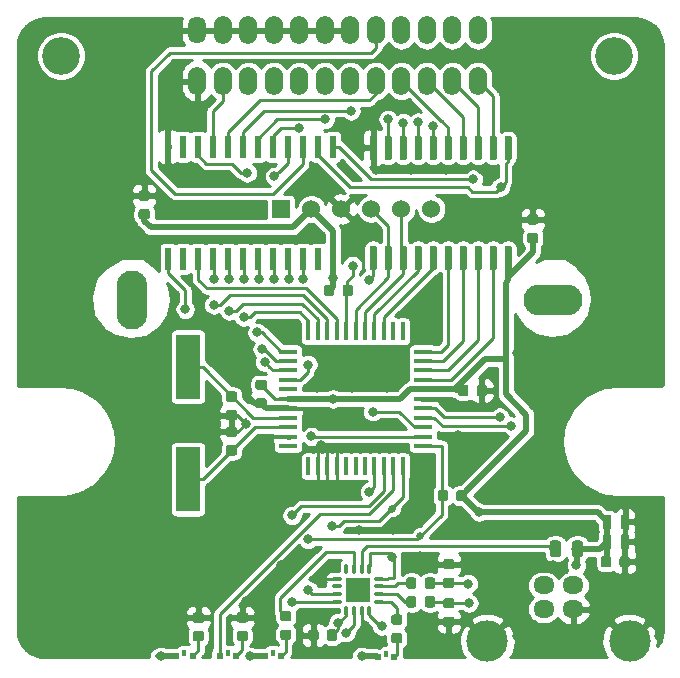
<source format=gtl>
G04 #@! TF.GenerationSoftware,KiCad,Pcbnew,(5.1.4)-1*
G04 #@! TF.CreationDate,2020-11-06T15:37:26+01:00*
G04 #@! TF.ProjectId,usb_to_gpib,7573625f-746f-45f6-9770-69622e6b6963,RevB*
G04 #@! TF.SameCoordinates,Original*
G04 #@! TF.FileFunction,Copper,L1,Top*
G04 #@! TF.FilePolarity,Positive*
%FSLAX46Y46*%
G04 Gerber Fmt 4.6, Leading zero omitted, Abs format (unit mm)*
G04 Created by KiCad (PCBNEW (5.1.4)-1) date 2020-11-06 15:37:26*
%MOMM*%
%LPD*%
G04 APERTURE LIST*
%ADD10O,5.000000X2.600000*%
%ADD11O,2.600000X5.000000*%
%ADD12O,0.300000X1.000000*%
%ADD13O,1.000000X0.300000*%
%ADD14R,2.000000X2.000000*%
%ADD15C,0.150000*%
%ADD16C,0.600000*%
%ADD17R,1.524000X0.406400*%
%ADD18R,0.406400X1.524000*%
%ADD19C,3.500120*%
%ADD20O,1.800000X1.501140*%
%ADD21C,0.635000*%
%ADD22C,3.200400*%
%ADD23O,1.524000X2.400000*%
%ADD24O,1.524000X2.300000*%
%ADD25C,1.524000*%
%ADD26R,1.524000X1.524000*%
%ADD27R,0.635000X1.143000*%
%ADD28C,0.875000*%
%ADD29R,2.000000X5.500000*%
%ADD30C,0.975000*%
%ADD31R,0.400000X0.500000*%
%ADD32R,0.600000X0.600000*%
%ADD33R,0.558000X1.873999*%
%ADD34C,0.800000*%
%ADD35C,0.254000*%
%ADD36C,0.508000*%
G04 APERTURE END LIST*
D10*
X90000000Y-119500000D03*
D11*
X54400000Y-119500000D03*
D12*
X72525000Y-145900000D03*
X73175000Y-145900000D03*
X73825000Y-145900000D03*
X74475000Y-145900000D03*
D13*
X75300000Y-145075000D03*
X75300000Y-144425000D03*
X75300000Y-143775000D03*
X75300000Y-143125000D03*
D12*
X74475000Y-142300000D03*
X73825000Y-142300000D03*
X73175000Y-142300000D03*
X72525000Y-142300000D03*
D13*
X71700000Y-143125000D03*
X71700000Y-143775000D03*
X71700000Y-144425000D03*
X71700000Y-145075000D03*
D14*
X73500000Y-144100000D03*
D15*
G36*
X86379703Y-105625722D02*
G01*
X86394264Y-105627882D01*
X86408543Y-105631459D01*
X86422403Y-105636418D01*
X86435710Y-105642712D01*
X86448336Y-105650280D01*
X86460159Y-105659048D01*
X86471066Y-105668934D01*
X86480952Y-105679841D01*
X86489720Y-105691664D01*
X86497288Y-105704290D01*
X86503582Y-105717597D01*
X86508541Y-105731457D01*
X86512118Y-105745736D01*
X86514278Y-105760297D01*
X86515000Y-105775000D01*
X86515000Y-107525000D01*
X86514278Y-107539703D01*
X86512118Y-107554264D01*
X86508541Y-107568543D01*
X86503582Y-107582403D01*
X86497288Y-107595710D01*
X86489720Y-107608336D01*
X86480952Y-107620159D01*
X86471066Y-107631066D01*
X86460159Y-107640952D01*
X86448336Y-107649720D01*
X86435710Y-107657288D01*
X86422403Y-107663582D01*
X86408543Y-107668541D01*
X86394264Y-107672118D01*
X86379703Y-107674278D01*
X86365000Y-107675000D01*
X86065000Y-107675000D01*
X86050297Y-107674278D01*
X86035736Y-107672118D01*
X86021457Y-107668541D01*
X86007597Y-107663582D01*
X85994290Y-107657288D01*
X85981664Y-107649720D01*
X85969841Y-107640952D01*
X85958934Y-107631066D01*
X85949048Y-107620159D01*
X85940280Y-107608336D01*
X85932712Y-107595710D01*
X85926418Y-107582403D01*
X85921459Y-107568543D01*
X85917882Y-107554264D01*
X85915722Y-107539703D01*
X85915000Y-107525000D01*
X85915000Y-105775000D01*
X85915722Y-105760297D01*
X85917882Y-105745736D01*
X85921459Y-105731457D01*
X85926418Y-105717597D01*
X85932712Y-105704290D01*
X85940280Y-105691664D01*
X85949048Y-105679841D01*
X85958934Y-105668934D01*
X85969841Y-105659048D01*
X85981664Y-105650280D01*
X85994290Y-105642712D01*
X86007597Y-105636418D01*
X86021457Y-105631459D01*
X86035736Y-105627882D01*
X86050297Y-105625722D01*
X86065000Y-105625000D01*
X86365000Y-105625000D01*
X86379703Y-105625722D01*
X86379703Y-105625722D01*
G37*
D16*
X86215000Y-106650000D03*
D15*
G36*
X85109703Y-105625722D02*
G01*
X85124264Y-105627882D01*
X85138543Y-105631459D01*
X85152403Y-105636418D01*
X85165710Y-105642712D01*
X85178336Y-105650280D01*
X85190159Y-105659048D01*
X85201066Y-105668934D01*
X85210952Y-105679841D01*
X85219720Y-105691664D01*
X85227288Y-105704290D01*
X85233582Y-105717597D01*
X85238541Y-105731457D01*
X85242118Y-105745736D01*
X85244278Y-105760297D01*
X85245000Y-105775000D01*
X85245000Y-107525000D01*
X85244278Y-107539703D01*
X85242118Y-107554264D01*
X85238541Y-107568543D01*
X85233582Y-107582403D01*
X85227288Y-107595710D01*
X85219720Y-107608336D01*
X85210952Y-107620159D01*
X85201066Y-107631066D01*
X85190159Y-107640952D01*
X85178336Y-107649720D01*
X85165710Y-107657288D01*
X85152403Y-107663582D01*
X85138543Y-107668541D01*
X85124264Y-107672118D01*
X85109703Y-107674278D01*
X85095000Y-107675000D01*
X84795000Y-107675000D01*
X84780297Y-107674278D01*
X84765736Y-107672118D01*
X84751457Y-107668541D01*
X84737597Y-107663582D01*
X84724290Y-107657288D01*
X84711664Y-107649720D01*
X84699841Y-107640952D01*
X84688934Y-107631066D01*
X84679048Y-107620159D01*
X84670280Y-107608336D01*
X84662712Y-107595710D01*
X84656418Y-107582403D01*
X84651459Y-107568543D01*
X84647882Y-107554264D01*
X84645722Y-107539703D01*
X84645000Y-107525000D01*
X84645000Y-105775000D01*
X84645722Y-105760297D01*
X84647882Y-105745736D01*
X84651459Y-105731457D01*
X84656418Y-105717597D01*
X84662712Y-105704290D01*
X84670280Y-105691664D01*
X84679048Y-105679841D01*
X84688934Y-105668934D01*
X84699841Y-105659048D01*
X84711664Y-105650280D01*
X84724290Y-105642712D01*
X84737597Y-105636418D01*
X84751457Y-105631459D01*
X84765736Y-105627882D01*
X84780297Y-105625722D01*
X84795000Y-105625000D01*
X85095000Y-105625000D01*
X85109703Y-105625722D01*
X85109703Y-105625722D01*
G37*
D16*
X84945000Y-106650000D03*
D15*
G36*
X83839703Y-105625722D02*
G01*
X83854264Y-105627882D01*
X83868543Y-105631459D01*
X83882403Y-105636418D01*
X83895710Y-105642712D01*
X83908336Y-105650280D01*
X83920159Y-105659048D01*
X83931066Y-105668934D01*
X83940952Y-105679841D01*
X83949720Y-105691664D01*
X83957288Y-105704290D01*
X83963582Y-105717597D01*
X83968541Y-105731457D01*
X83972118Y-105745736D01*
X83974278Y-105760297D01*
X83975000Y-105775000D01*
X83975000Y-107525000D01*
X83974278Y-107539703D01*
X83972118Y-107554264D01*
X83968541Y-107568543D01*
X83963582Y-107582403D01*
X83957288Y-107595710D01*
X83949720Y-107608336D01*
X83940952Y-107620159D01*
X83931066Y-107631066D01*
X83920159Y-107640952D01*
X83908336Y-107649720D01*
X83895710Y-107657288D01*
X83882403Y-107663582D01*
X83868543Y-107668541D01*
X83854264Y-107672118D01*
X83839703Y-107674278D01*
X83825000Y-107675000D01*
X83525000Y-107675000D01*
X83510297Y-107674278D01*
X83495736Y-107672118D01*
X83481457Y-107668541D01*
X83467597Y-107663582D01*
X83454290Y-107657288D01*
X83441664Y-107649720D01*
X83429841Y-107640952D01*
X83418934Y-107631066D01*
X83409048Y-107620159D01*
X83400280Y-107608336D01*
X83392712Y-107595710D01*
X83386418Y-107582403D01*
X83381459Y-107568543D01*
X83377882Y-107554264D01*
X83375722Y-107539703D01*
X83375000Y-107525000D01*
X83375000Y-105775000D01*
X83375722Y-105760297D01*
X83377882Y-105745736D01*
X83381459Y-105731457D01*
X83386418Y-105717597D01*
X83392712Y-105704290D01*
X83400280Y-105691664D01*
X83409048Y-105679841D01*
X83418934Y-105668934D01*
X83429841Y-105659048D01*
X83441664Y-105650280D01*
X83454290Y-105642712D01*
X83467597Y-105636418D01*
X83481457Y-105631459D01*
X83495736Y-105627882D01*
X83510297Y-105625722D01*
X83525000Y-105625000D01*
X83825000Y-105625000D01*
X83839703Y-105625722D01*
X83839703Y-105625722D01*
G37*
D16*
X83675000Y-106650000D03*
D15*
G36*
X82569703Y-105625722D02*
G01*
X82584264Y-105627882D01*
X82598543Y-105631459D01*
X82612403Y-105636418D01*
X82625710Y-105642712D01*
X82638336Y-105650280D01*
X82650159Y-105659048D01*
X82661066Y-105668934D01*
X82670952Y-105679841D01*
X82679720Y-105691664D01*
X82687288Y-105704290D01*
X82693582Y-105717597D01*
X82698541Y-105731457D01*
X82702118Y-105745736D01*
X82704278Y-105760297D01*
X82705000Y-105775000D01*
X82705000Y-107525000D01*
X82704278Y-107539703D01*
X82702118Y-107554264D01*
X82698541Y-107568543D01*
X82693582Y-107582403D01*
X82687288Y-107595710D01*
X82679720Y-107608336D01*
X82670952Y-107620159D01*
X82661066Y-107631066D01*
X82650159Y-107640952D01*
X82638336Y-107649720D01*
X82625710Y-107657288D01*
X82612403Y-107663582D01*
X82598543Y-107668541D01*
X82584264Y-107672118D01*
X82569703Y-107674278D01*
X82555000Y-107675000D01*
X82255000Y-107675000D01*
X82240297Y-107674278D01*
X82225736Y-107672118D01*
X82211457Y-107668541D01*
X82197597Y-107663582D01*
X82184290Y-107657288D01*
X82171664Y-107649720D01*
X82159841Y-107640952D01*
X82148934Y-107631066D01*
X82139048Y-107620159D01*
X82130280Y-107608336D01*
X82122712Y-107595710D01*
X82116418Y-107582403D01*
X82111459Y-107568543D01*
X82107882Y-107554264D01*
X82105722Y-107539703D01*
X82105000Y-107525000D01*
X82105000Y-105775000D01*
X82105722Y-105760297D01*
X82107882Y-105745736D01*
X82111459Y-105731457D01*
X82116418Y-105717597D01*
X82122712Y-105704290D01*
X82130280Y-105691664D01*
X82139048Y-105679841D01*
X82148934Y-105668934D01*
X82159841Y-105659048D01*
X82171664Y-105650280D01*
X82184290Y-105642712D01*
X82197597Y-105636418D01*
X82211457Y-105631459D01*
X82225736Y-105627882D01*
X82240297Y-105625722D01*
X82255000Y-105625000D01*
X82555000Y-105625000D01*
X82569703Y-105625722D01*
X82569703Y-105625722D01*
G37*
D16*
X82405000Y-106650000D03*
D15*
G36*
X81299703Y-105625722D02*
G01*
X81314264Y-105627882D01*
X81328543Y-105631459D01*
X81342403Y-105636418D01*
X81355710Y-105642712D01*
X81368336Y-105650280D01*
X81380159Y-105659048D01*
X81391066Y-105668934D01*
X81400952Y-105679841D01*
X81409720Y-105691664D01*
X81417288Y-105704290D01*
X81423582Y-105717597D01*
X81428541Y-105731457D01*
X81432118Y-105745736D01*
X81434278Y-105760297D01*
X81435000Y-105775000D01*
X81435000Y-107525000D01*
X81434278Y-107539703D01*
X81432118Y-107554264D01*
X81428541Y-107568543D01*
X81423582Y-107582403D01*
X81417288Y-107595710D01*
X81409720Y-107608336D01*
X81400952Y-107620159D01*
X81391066Y-107631066D01*
X81380159Y-107640952D01*
X81368336Y-107649720D01*
X81355710Y-107657288D01*
X81342403Y-107663582D01*
X81328543Y-107668541D01*
X81314264Y-107672118D01*
X81299703Y-107674278D01*
X81285000Y-107675000D01*
X80985000Y-107675000D01*
X80970297Y-107674278D01*
X80955736Y-107672118D01*
X80941457Y-107668541D01*
X80927597Y-107663582D01*
X80914290Y-107657288D01*
X80901664Y-107649720D01*
X80889841Y-107640952D01*
X80878934Y-107631066D01*
X80869048Y-107620159D01*
X80860280Y-107608336D01*
X80852712Y-107595710D01*
X80846418Y-107582403D01*
X80841459Y-107568543D01*
X80837882Y-107554264D01*
X80835722Y-107539703D01*
X80835000Y-107525000D01*
X80835000Y-105775000D01*
X80835722Y-105760297D01*
X80837882Y-105745736D01*
X80841459Y-105731457D01*
X80846418Y-105717597D01*
X80852712Y-105704290D01*
X80860280Y-105691664D01*
X80869048Y-105679841D01*
X80878934Y-105668934D01*
X80889841Y-105659048D01*
X80901664Y-105650280D01*
X80914290Y-105642712D01*
X80927597Y-105636418D01*
X80941457Y-105631459D01*
X80955736Y-105627882D01*
X80970297Y-105625722D01*
X80985000Y-105625000D01*
X81285000Y-105625000D01*
X81299703Y-105625722D01*
X81299703Y-105625722D01*
G37*
D16*
X81135000Y-106650000D03*
D15*
G36*
X80029703Y-105625722D02*
G01*
X80044264Y-105627882D01*
X80058543Y-105631459D01*
X80072403Y-105636418D01*
X80085710Y-105642712D01*
X80098336Y-105650280D01*
X80110159Y-105659048D01*
X80121066Y-105668934D01*
X80130952Y-105679841D01*
X80139720Y-105691664D01*
X80147288Y-105704290D01*
X80153582Y-105717597D01*
X80158541Y-105731457D01*
X80162118Y-105745736D01*
X80164278Y-105760297D01*
X80165000Y-105775000D01*
X80165000Y-107525000D01*
X80164278Y-107539703D01*
X80162118Y-107554264D01*
X80158541Y-107568543D01*
X80153582Y-107582403D01*
X80147288Y-107595710D01*
X80139720Y-107608336D01*
X80130952Y-107620159D01*
X80121066Y-107631066D01*
X80110159Y-107640952D01*
X80098336Y-107649720D01*
X80085710Y-107657288D01*
X80072403Y-107663582D01*
X80058543Y-107668541D01*
X80044264Y-107672118D01*
X80029703Y-107674278D01*
X80015000Y-107675000D01*
X79715000Y-107675000D01*
X79700297Y-107674278D01*
X79685736Y-107672118D01*
X79671457Y-107668541D01*
X79657597Y-107663582D01*
X79644290Y-107657288D01*
X79631664Y-107649720D01*
X79619841Y-107640952D01*
X79608934Y-107631066D01*
X79599048Y-107620159D01*
X79590280Y-107608336D01*
X79582712Y-107595710D01*
X79576418Y-107582403D01*
X79571459Y-107568543D01*
X79567882Y-107554264D01*
X79565722Y-107539703D01*
X79565000Y-107525000D01*
X79565000Y-105775000D01*
X79565722Y-105760297D01*
X79567882Y-105745736D01*
X79571459Y-105731457D01*
X79576418Y-105717597D01*
X79582712Y-105704290D01*
X79590280Y-105691664D01*
X79599048Y-105679841D01*
X79608934Y-105668934D01*
X79619841Y-105659048D01*
X79631664Y-105650280D01*
X79644290Y-105642712D01*
X79657597Y-105636418D01*
X79671457Y-105631459D01*
X79685736Y-105627882D01*
X79700297Y-105625722D01*
X79715000Y-105625000D01*
X80015000Y-105625000D01*
X80029703Y-105625722D01*
X80029703Y-105625722D01*
G37*
D16*
X79865000Y-106650000D03*
D15*
G36*
X78759703Y-105625722D02*
G01*
X78774264Y-105627882D01*
X78788543Y-105631459D01*
X78802403Y-105636418D01*
X78815710Y-105642712D01*
X78828336Y-105650280D01*
X78840159Y-105659048D01*
X78851066Y-105668934D01*
X78860952Y-105679841D01*
X78869720Y-105691664D01*
X78877288Y-105704290D01*
X78883582Y-105717597D01*
X78888541Y-105731457D01*
X78892118Y-105745736D01*
X78894278Y-105760297D01*
X78895000Y-105775000D01*
X78895000Y-107525000D01*
X78894278Y-107539703D01*
X78892118Y-107554264D01*
X78888541Y-107568543D01*
X78883582Y-107582403D01*
X78877288Y-107595710D01*
X78869720Y-107608336D01*
X78860952Y-107620159D01*
X78851066Y-107631066D01*
X78840159Y-107640952D01*
X78828336Y-107649720D01*
X78815710Y-107657288D01*
X78802403Y-107663582D01*
X78788543Y-107668541D01*
X78774264Y-107672118D01*
X78759703Y-107674278D01*
X78745000Y-107675000D01*
X78445000Y-107675000D01*
X78430297Y-107674278D01*
X78415736Y-107672118D01*
X78401457Y-107668541D01*
X78387597Y-107663582D01*
X78374290Y-107657288D01*
X78361664Y-107649720D01*
X78349841Y-107640952D01*
X78338934Y-107631066D01*
X78329048Y-107620159D01*
X78320280Y-107608336D01*
X78312712Y-107595710D01*
X78306418Y-107582403D01*
X78301459Y-107568543D01*
X78297882Y-107554264D01*
X78295722Y-107539703D01*
X78295000Y-107525000D01*
X78295000Y-105775000D01*
X78295722Y-105760297D01*
X78297882Y-105745736D01*
X78301459Y-105731457D01*
X78306418Y-105717597D01*
X78312712Y-105704290D01*
X78320280Y-105691664D01*
X78329048Y-105679841D01*
X78338934Y-105668934D01*
X78349841Y-105659048D01*
X78361664Y-105650280D01*
X78374290Y-105642712D01*
X78387597Y-105636418D01*
X78401457Y-105631459D01*
X78415736Y-105627882D01*
X78430297Y-105625722D01*
X78445000Y-105625000D01*
X78745000Y-105625000D01*
X78759703Y-105625722D01*
X78759703Y-105625722D01*
G37*
D16*
X78595000Y-106650000D03*
D15*
G36*
X77489703Y-105625722D02*
G01*
X77504264Y-105627882D01*
X77518543Y-105631459D01*
X77532403Y-105636418D01*
X77545710Y-105642712D01*
X77558336Y-105650280D01*
X77570159Y-105659048D01*
X77581066Y-105668934D01*
X77590952Y-105679841D01*
X77599720Y-105691664D01*
X77607288Y-105704290D01*
X77613582Y-105717597D01*
X77618541Y-105731457D01*
X77622118Y-105745736D01*
X77624278Y-105760297D01*
X77625000Y-105775000D01*
X77625000Y-107525000D01*
X77624278Y-107539703D01*
X77622118Y-107554264D01*
X77618541Y-107568543D01*
X77613582Y-107582403D01*
X77607288Y-107595710D01*
X77599720Y-107608336D01*
X77590952Y-107620159D01*
X77581066Y-107631066D01*
X77570159Y-107640952D01*
X77558336Y-107649720D01*
X77545710Y-107657288D01*
X77532403Y-107663582D01*
X77518543Y-107668541D01*
X77504264Y-107672118D01*
X77489703Y-107674278D01*
X77475000Y-107675000D01*
X77175000Y-107675000D01*
X77160297Y-107674278D01*
X77145736Y-107672118D01*
X77131457Y-107668541D01*
X77117597Y-107663582D01*
X77104290Y-107657288D01*
X77091664Y-107649720D01*
X77079841Y-107640952D01*
X77068934Y-107631066D01*
X77059048Y-107620159D01*
X77050280Y-107608336D01*
X77042712Y-107595710D01*
X77036418Y-107582403D01*
X77031459Y-107568543D01*
X77027882Y-107554264D01*
X77025722Y-107539703D01*
X77025000Y-107525000D01*
X77025000Y-105775000D01*
X77025722Y-105760297D01*
X77027882Y-105745736D01*
X77031459Y-105731457D01*
X77036418Y-105717597D01*
X77042712Y-105704290D01*
X77050280Y-105691664D01*
X77059048Y-105679841D01*
X77068934Y-105668934D01*
X77079841Y-105659048D01*
X77091664Y-105650280D01*
X77104290Y-105642712D01*
X77117597Y-105636418D01*
X77131457Y-105631459D01*
X77145736Y-105627882D01*
X77160297Y-105625722D01*
X77175000Y-105625000D01*
X77475000Y-105625000D01*
X77489703Y-105625722D01*
X77489703Y-105625722D01*
G37*
D16*
X77325000Y-106650000D03*
D15*
G36*
X76219703Y-105625722D02*
G01*
X76234264Y-105627882D01*
X76248543Y-105631459D01*
X76262403Y-105636418D01*
X76275710Y-105642712D01*
X76288336Y-105650280D01*
X76300159Y-105659048D01*
X76311066Y-105668934D01*
X76320952Y-105679841D01*
X76329720Y-105691664D01*
X76337288Y-105704290D01*
X76343582Y-105717597D01*
X76348541Y-105731457D01*
X76352118Y-105745736D01*
X76354278Y-105760297D01*
X76355000Y-105775000D01*
X76355000Y-107525000D01*
X76354278Y-107539703D01*
X76352118Y-107554264D01*
X76348541Y-107568543D01*
X76343582Y-107582403D01*
X76337288Y-107595710D01*
X76329720Y-107608336D01*
X76320952Y-107620159D01*
X76311066Y-107631066D01*
X76300159Y-107640952D01*
X76288336Y-107649720D01*
X76275710Y-107657288D01*
X76262403Y-107663582D01*
X76248543Y-107668541D01*
X76234264Y-107672118D01*
X76219703Y-107674278D01*
X76205000Y-107675000D01*
X75905000Y-107675000D01*
X75890297Y-107674278D01*
X75875736Y-107672118D01*
X75861457Y-107668541D01*
X75847597Y-107663582D01*
X75834290Y-107657288D01*
X75821664Y-107649720D01*
X75809841Y-107640952D01*
X75798934Y-107631066D01*
X75789048Y-107620159D01*
X75780280Y-107608336D01*
X75772712Y-107595710D01*
X75766418Y-107582403D01*
X75761459Y-107568543D01*
X75757882Y-107554264D01*
X75755722Y-107539703D01*
X75755000Y-107525000D01*
X75755000Y-105775000D01*
X75755722Y-105760297D01*
X75757882Y-105745736D01*
X75761459Y-105731457D01*
X75766418Y-105717597D01*
X75772712Y-105704290D01*
X75780280Y-105691664D01*
X75789048Y-105679841D01*
X75798934Y-105668934D01*
X75809841Y-105659048D01*
X75821664Y-105650280D01*
X75834290Y-105642712D01*
X75847597Y-105636418D01*
X75861457Y-105631459D01*
X75875736Y-105627882D01*
X75890297Y-105625722D01*
X75905000Y-105625000D01*
X76205000Y-105625000D01*
X76219703Y-105625722D01*
X76219703Y-105625722D01*
G37*
D16*
X76055000Y-106650000D03*
D15*
G36*
X74949703Y-105625722D02*
G01*
X74964264Y-105627882D01*
X74978543Y-105631459D01*
X74992403Y-105636418D01*
X75005710Y-105642712D01*
X75018336Y-105650280D01*
X75030159Y-105659048D01*
X75041066Y-105668934D01*
X75050952Y-105679841D01*
X75059720Y-105691664D01*
X75067288Y-105704290D01*
X75073582Y-105717597D01*
X75078541Y-105731457D01*
X75082118Y-105745736D01*
X75084278Y-105760297D01*
X75085000Y-105775000D01*
X75085000Y-107525000D01*
X75084278Y-107539703D01*
X75082118Y-107554264D01*
X75078541Y-107568543D01*
X75073582Y-107582403D01*
X75067288Y-107595710D01*
X75059720Y-107608336D01*
X75050952Y-107620159D01*
X75041066Y-107631066D01*
X75030159Y-107640952D01*
X75018336Y-107649720D01*
X75005710Y-107657288D01*
X74992403Y-107663582D01*
X74978543Y-107668541D01*
X74964264Y-107672118D01*
X74949703Y-107674278D01*
X74935000Y-107675000D01*
X74635000Y-107675000D01*
X74620297Y-107674278D01*
X74605736Y-107672118D01*
X74591457Y-107668541D01*
X74577597Y-107663582D01*
X74564290Y-107657288D01*
X74551664Y-107649720D01*
X74539841Y-107640952D01*
X74528934Y-107631066D01*
X74519048Y-107620159D01*
X74510280Y-107608336D01*
X74502712Y-107595710D01*
X74496418Y-107582403D01*
X74491459Y-107568543D01*
X74487882Y-107554264D01*
X74485722Y-107539703D01*
X74485000Y-107525000D01*
X74485000Y-105775000D01*
X74485722Y-105760297D01*
X74487882Y-105745736D01*
X74491459Y-105731457D01*
X74496418Y-105717597D01*
X74502712Y-105704290D01*
X74510280Y-105691664D01*
X74519048Y-105679841D01*
X74528934Y-105668934D01*
X74539841Y-105659048D01*
X74551664Y-105650280D01*
X74564290Y-105642712D01*
X74577597Y-105636418D01*
X74591457Y-105631459D01*
X74605736Y-105627882D01*
X74620297Y-105625722D01*
X74635000Y-105625000D01*
X74935000Y-105625000D01*
X74949703Y-105625722D01*
X74949703Y-105625722D01*
G37*
D16*
X74785000Y-106650000D03*
D15*
G36*
X74949703Y-114925722D02*
G01*
X74964264Y-114927882D01*
X74978543Y-114931459D01*
X74992403Y-114936418D01*
X75005710Y-114942712D01*
X75018336Y-114950280D01*
X75030159Y-114959048D01*
X75041066Y-114968934D01*
X75050952Y-114979841D01*
X75059720Y-114991664D01*
X75067288Y-115004290D01*
X75073582Y-115017597D01*
X75078541Y-115031457D01*
X75082118Y-115045736D01*
X75084278Y-115060297D01*
X75085000Y-115075000D01*
X75085000Y-116825000D01*
X75084278Y-116839703D01*
X75082118Y-116854264D01*
X75078541Y-116868543D01*
X75073582Y-116882403D01*
X75067288Y-116895710D01*
X75059720Y-116908336D01*
X75050952Y-116920159D01*
X75041066Y-116931066D01*
X75030159Y-116940952D01*
X75018336Y-116949720D01*
X75005710Y-116957288D01*
X74992403Y-116963582D01*
X74978543Y-116968541D01*
X74964264Y-116972118D01*
X74949703Y-116974278D01*
X74935000Y-116975000D01*
X74635000Y-116975000D01*
X74620297Y-116974278D01*
X74605736Y-116972118D01*
X74591457Y-116968541D01*
X74577597Y-116963582D01*
X74564290Y-116957288D01*
X74551664Y-116949720D01*
X74539841Y-116940952D01*
X74528934Y-116931066D01*
X74519048Y-116920159D01*
X74510280Y-116908336D01*
X74502712Y-116895710D01*
X74496418Y-116882403D01*
X74491459Y-116868543D01*
X74487882Y-116854264D01*
X74485722Y-116839703D01*
X74485000Y-116825000D01*
X74485000Y-115075000D01*
X74485722Y-115060297D01*
X74487882Y-115045736D01*
X74491459Y-115031457D01*
X74496418Y-115017597D01*
X74502712Y-115004290D01*
X74510280Y-114991664D01*
X74519048Y-114979841D01*
X74528934Y-114968934D01*
X74539841Y-114959048D01*
X74551664Y-114950280D01*
X74564290Y-114942712D01*
X74577597Y-114936418D01*
X74591457Y-114931459D01*
X74605736Y-114927882D01*
X74620297Y-114925722D01*
X74635000Y-114925000D01*
X74935000Y-114925000D01*
X74949703Y-114925722D01*
X74949703Y-114925722D01*
G37*
D16*
X74785000Y-115950000D03*
D15*
G36*
X76219703Y-114925722D02*
G01*
X76234264Y-114927882D01*
X76248543Y-114931459D01*
X76262403Y-114936418D01*
X76275710Y-114942712D01*
X76288336Y-114950280D01*
X76300159Y-114959048D01*
X76311066Y-114968934D01*
X76320952Y-114979841D01*
X76329720Y-114991664D01*
X76337288Y-115004290D01*
X76343582Y-115017597D01*
X76348541Y-115031457D01*
X76352118Y-115045736D01*
X76354278Y-115060297D01*
X76355000Y-115075000D01*
X76355000Y-116825000D01*
X76354278Y-116839703D01*
X76352118Y-116854264D01*
X76348541Y-116868543D01*
X76343582Y-116882403D01*
X76337288Y-116895710D01*
X76329720Y-116908336D01*
X76320952Y-116920159D01*
X76311066Y-116931066D01*
X76300159Y-116940952D01*
X76288336Y-116949720D01*
X76275710Y-116957288D01*
X76262403Y-116963582D01*
X76248543Y-116968541D01*
X76234264Y-116972118D01*
X76219703Y-116974278D01*
X76205000Y-116975000D01*
X75905000Y-116975000D01*
X75890297Y-116974278D01*
X75875736Y-116972118D01*
X75861457Y-116968541D01*
X75847597Y-116963582D01*
X75834290Y-116957288D01*
X75821664Y-116949720D01*
X75809841Y-116940952D01*
X75798934Y-116931066D01*
X75789048Y-116920159D01*
X75780280Y-116908336D01*
X75772712Y-116895710D01*
X75766418Y-116882403D01*
X75761459Y-116868543D01*
X75757882Y-116854264D01*
X75755722Y-116839703D01*
X75755000Y-116825000D01*
X75755000Y-115075000D01*
X75755722Y-115060297D01*
X75757882Y-115045736D01*
X75761459Y-115031457D01*
X75766418Y-115017597D01*
X75772712Y-115004290D01*
X75780280Y-114991664D01*
X75789048Y-114979841D01*
X75798934Y-114968934D01*
X75809841Y-114959048D01*
X75821664Y-114950280D01*
X75834290Y-114942712D01*
X75847597Y-114936418D01*
X75861457Y-114931459D01*
X75875736Y-114927882D01*
X75890297Y-114925722D01*
X75905000Y-114925000D01*
X76205000Y-114925000D01*
X76219703Y-114925722D01*
X76219703Y-114925722D01*
G37*
D16*
X76055000Y-115950000D03*
D15*
G36*
X77489703Y-114925722D02*
G01*
X77504264Y-114927882D01*
X77518543Y-114931459D01*
X77532403Y-114936418D01*
X77545710Y-114942712D01*
X77558336Y-114950280D01*
X77570159Y-114959048D01*
X77581066Y-114968934D01*
X77590952Y-114979841D01*
X77599720Y-114991664D01*
X77607288Y-115004290D01*
X77613582Y-115017597D01*
X77618541Y-115031457D01*
X77622118Y-115045736D01*
X77624278Y-115060297D01*
X77625000Y-115075000D01*
X77625000Y-116825000D01*
X77624278Y-116839703D01*
X77622118Y-116854264D01*
X77618541Y-116868543D01*
X77613582Y-116882403D01*
X77607288Y-116895710D01*
X77599720Y-116908336D01*
X77590952Y-116920159D01*
X77581066Y-116931066D01*
X77570159Y-116940952D01*
X77558336Y-116949720D01*
X77545710Y-116957288D01*
X77532403Y-116963582D01*
X77518543Y-116968541D01*
X77504264Y-116972118D01*
X77489703Y-116974278D01*
X77475000Y-116975000D01*
X77175000Y-116975000D01*
X77160297Y-116974278D01*
X77145736Y-116972118D01*
X77131457Y-116968541D01*
X77117597Y-116963582D01*
X77104290Y-116957288D01*
X77091664Y-116949720D01*
X77079841Y-116940952D01*
X77068934Y-116931066D01*
X77059048Y-116920159D01*
X77050280Y-116908336D01*
X77042712Y-116895710D01*
X77036418Y-116882403D01*
X77031459Y-116868543D01*
X77027882Y-116854264D01*
X77025722Y-116839703D01*
X77025000Y-116825000D01*
X77025000Y-115075000D01*
X77025722Y-115060297D01*
X77027882Y-115045736D01*
X77031459Y-115031457D01*
X77036418Y-115017597D01*
X77042712Y-115004290D01*
X77050280Y-114991664D01*
X77059048Y-114979841D01*
X77068934Y-114968934D01*
X77079841Y-114959048D01*
X77091664Y-114950280D01*
X77104290Y-114942712D01*
X77117597Y-114936418D01*
X77131457Y-114931459D01*
X77145736Y-114927882D01*
X77160297Y-114925722D01*
X77175000Y-114925000D01*
X77475000Y-114925000D01*
X77489703Y-114925722D01*
X77489703Y-114925722D01*
G37*
D16*
X77325000Y-115950000D03*
D15*
G36*
X78759703Y-114925722D02*
G01*
X78774264Y-114927882D01*
X78788543Y-114931459D01*
X78802403Y-114936418D01*
X78815710Y-114942712D01*
X78828336Y-114950280D01*
X78840159Y-114959048D01*
X78851066Y-114968934D01*
X78860952Y-114979841D01*
X78869720Y-114991664D01*
X78877288Y-115004290D01*
X78883582Y-115017597D01*
X78888541Y-115031457D01*
X78892118Y-115045736D01*
X78894278Y-115060297D01*
X78895000Y-115075000D01*
X78895000Y-116825000D01*
X78894278Y-116839703D01*
X78892118Y-116854264D01*
X78888541Y-116868543D01*
X78883582Y-116882403D01*
X78877288Y-116895710D01*
X78869720Y-116908336D01*
X78860952Y-116920159D01*
X78851066Y-116931066D01*
X78840159Y-116940952D01*
X78828336Y-116949720D01*
X78815710Y-116957288D01*
X78802403Y-116963582D01*
X78788543Y-116968541D01*
X78774264Y-116972118D01*
X78759703Y-116974278D01*
X78745000Y-116975000D01*
X78445000Y-116975000D01*
X78430297Y-116974278D01*
X78415736Y-116972118D01*
X78401457Y-116968541D01*
X78387597Y-116963582D01*
X78374290Y-116957288D01*
X78361664Y-116949720D01*
X78349841Y-116940952D01*
X78338934Y-116931066D01*
X78329048Y-116920159D01*
X78320280Y-116908336D01*
X78312712Y-116895710D01*
X78306418Y-116882403D01*
X78301459Y-116868543D01*
X78297882Y-116854264D01*
X78295722Y-116839703D01*
X78295000Y-116825000D01*
X78295000Y-115075000D01*
X78295722Y-115060297D01*
X78297882Y-115045736D01*
X78301459Y-115031457D01*
X78306418Y-115017597D01*
X78312712Y-115004290D01*
X78320280Y-114991664D01*
X78329048Y-114979841D01*
X78338934Y-114968934D01*
X78349841Y-114959048D01*
X78361664Y-114950280D01*
X78374290Y-114942712D01*
X78387597Y-114936418D01*
X78401457Y-114931459D01*
X78415736Y-114927882D01*
X78430297Y-114925722D01*
X78445000Y-114925000D01*
X78745000Y-114925000D01*
X78759703Y-114925722D01*
X78759703Y-114925722D01*
G37*
D16*
X78595000Y-115950000D03*
D15*
G36*
X80029703Y-114925722D02*
G01*
X80044264Y-114927882D01*
X80058543Y-114931459D01*
X80072403Y-114936418D01*
X80085710Y-114942712D01*
X80098336Y-114950280D01*
X80110159Y-114959048D01*
X80121066Y-114968934D01*
X80130952Y-114979841D01*
X80139720Y-114991664D01*
X80147288Y-115004290D01*
X80153582Y-115017597D01*
X80158541Y-115031457D01*
X80162118Y-115045736D01*
X80164278Y-115060297D01*
X80165000Y-115075000D01*
X80165000Y-116825000D01*
X80164278Y-116839703D01*
X80162118Y-116854264D01*
X80158541Y-116868543D01*
X80153582Y-116882403D01*
X80147288Y-116895710D01*
X80139720Y-116908336D01*
X80130952Y-116920159D01*
X80121066Y-116931066D01*
X80110159Y-116940952D01*
X80098336Y-116949720D01*
X80085710Y-116957288D01*
X80072403Y-116963582D01*
X80058543Y-116968541D01*
X80044264Y-116972118D01*
X80029703Y-116974278D01*
X80015000Y-116975000D01*
X79715000Y-116975000D01*
X79700297Y-116974278D01*
X79685736Y-116972118D01*
X79671457Y-116968541D01*
X79657597Y-116963582D01*
X79644290Y-116957288D01*
X79631664Y-116949720D01*
X79619841Y-116940952D01*
X79608934Y-116931066D01*
X79599048Y-116920159D01*
X79590280Y-116908336D01*
X79582712Y-116895710D01*
X79576418Y-116882403D01*
X79571459Y-116868543D01*
X79567882Y-116854264D01*
X79565722Y-116839703D01*
X79565000Y-116825000D01*
X79565000Y-115075000D01*
X79565722Y-115060297D01*
X79567882Y-115045736D01*
X79571459Y-115031457D01*
X79576418Y-115017597D01*
X79582712Y-115004290D01*
X79590280Y-114991664D01*
X79599048Y-114979841D01*
X79608934Y-114968934D01*
X79619841Y-114959048D01*
X79631664Y-114950280D01*
X79644290Y-114942712D01*
X79657597Y-114936418D01*
X79671457Y-114931459D01*
X79685736Y-114927882D01*
X79700297Y-114925722D01*
X79715000Y-114925000D01*
X80015000Y-114925000D01*
X80029703Y-114925722D01*
X80029703Y-114925722D01*
G37*
D16*
X79865000Y-115950000D03*
D15*
G36*
X81299703Y-114925722D02*
G01*
X81314264Y-114927882D01*
X81328543Y-114931459D01*
X81342403Y-114936418D01*
X81355710Y-114942712D01*
X81368336Y-114950280D01*
X81380159Y-114959048D01*
X81391066Y-114968934D01*
X81400952Y-114979841D01*
X81409720Y-114991664D01*
X81417288Y-115004290D01*
X81423582Y-115017597D01*
X81428541Y-115031457D01*
X81432118Y-115045736D01*
X81434278Y-115060297D01*
X81435000Y-115075000D01*
X81435000Y-116825000D01*
X81434278Y-116839703D01*
X81432118Y-116854264D01*
X81428541Y-116868543D01*
X81423582Y-116882403D01*
X81417288Y-116895710D01*
X81409720Y-116908336D01*
X81400952Y-116920159D01*
X81391066Y-116931066D01*
X81380159Y-116940952D01*
X81368336Y-116949720D01*
X81355710Y-116957288D01*
X81342403Y-116963582D01*
X81328543Y-116968541D01*
X81314264Y-116972118D01*
X81299703Y-116974278D01*
X81285000Y-116975000D01*
X80985000Y-116975000D01*
X80970297Y-116974278D01*
X80955736Y-116972118D01*
X80941457Y-116968541D01*
X80927597Y-116963582D01*
X80914290Y-116957288D01*
X80901664Y-116949720D01*
X80889841Y-116940952D01*
X80878934Y-116931066D01*
X80869048Y-116920159D01*
X80860280Y-116908336D01*
X80852712Y-116895710D01*
X80846418Y-116882403D01*
X80841459Y-116868543D01*
X80837882Y-116854264D01*
X80835722Y-116839703D01*
X80835000Y-116825000D01*
X80835000Y-115075000D01*
X80835722Y-115060297D01*
X80837882Y-115045736D01*
X80841459Y-115031457D01*
X80846418Y-115017597D01*
X80852712Y-115004290D01*
X80860280Y-114991664D01*
X80869048Y-114979841D01*
X80878934Y-114968934D01*
X80889841Y-114959048D01*
X80901664Y-114950280D01*
X80914290Y-114942712D01*
X80927597Y-114936418D01*
X80941457Y-114931459D01*
X80955736Y-114927882D01*
X80970297Y-114925722D01*
X80985000Y-114925000D01*
X81285000Y-114925000D01*
X81299703Y-114925722D01*
X81299703Y-114925722D01*
G37*
D16*
X81135000Y-115950000D03*
D15*
G36*
X82569703Y-114925722D02*
G01*
X82584264Y-114927882D01*
X82598543Y-114931459D01*
X82612403Y-114936418D01*
X82625710Y-114942712D01*
X82638336Y-114950280D01*
X82650159Y-114959048D01*
X82661066Y-114968934D01*
X82670952Y-114979841D01*
X82679720Y-114991664D01*
X82687288Y-115004290D01*
X82693582Y-115017597D01*
X82698541Y-115031457D01*
X82702118Y-115045736D01*
X82704278Y-115060297D01*
X82705000Y-115075000D01*
X82705000Y-116825000D01*
X82704278Y-116839703D01*
X82702118Y-116854264D01*
X82698541Y-116868543D01*
X82693582Y-116882403D01*
X82687288Y-116895710D01*
X82679720Y-116908336D01*
X82670952Y-116920159D01*
X82661066Y-116931066D01*
X82650159Y-116940952D01*
X82638336Y-116949720D01*
X82625710Y-116957288D01*
X82612403Y-116963582D01*
X82598543Y-116968541D01*
X82584264Y-116972118D01*
X82569703Y-116974278D01*
X82555000Y-116975000D01*
X82255000Y-116975000D01*
X82240297Y-116974278D01*
X82225736Y-116972118D01*
X82211457Y-116968541D01*
X82197597Y-116963582D01*
X82184290Y-116957288D01*
X82171664Y-116949720D01*
X82159841Y-116940952D01*
X82148934Y-116931066D01*
X82139048Y-116920159D01*
X82130280Y-116908336D01*
X82122712Y-116895710D01*
X82116418Y-116882403D01*
X82111459Y-116868543D01*
X82107882Y-116854264D01*
X82105722Y-116839703D01*
X82105000Y-116825000D01*
X82105000Y-115075000D01*
X82105722Y-115060297D01*
X82107882Y-115045736D01*
X82111459Y-115031457D01*
X82116418Y-115017597D01*
X82122712Y-115004290D01*
X82130280Y-114991664D01*
X82139048Y-114979841D01*
X82148934Y-114968934D01*
X82159841Y-114959048D01*
X82171664Y-114950280D01*
X82184290Y-114942712D01*
X82197597Y-114936418D01*
X82211457Y-114931459D01*
X82225736Y-114927882D01*
X82240297Y-114925722D01*
X82255000Y-114925000D01*
X82555000Y-114925000D01*
X82569703Y-114925722D01*
X82569703Y-114925722D01*
G37*
D16*
X82405000Y-115950000D03*
D15*
G36*
X83839703Y-114925722D02*
G01*
X83854264Y-114927882D01*
X83868543Y-114931459D01*
X83882403Y-114936418D01*
X83895710Y-114942712D01*
X83908336Y-114950280D01*
X83920159Y-114959048D01*
X83931066Y-114968934D01*
X83940952Y-114979841D01*
X83949720Y-114991664D01*
X83957288Y-115004290D01*
X83963582Y-115017597D01*
X83968541Y-115031457D01*
X83972118Y-115045736D01*
X83974278Y-115060297D01*
X83975000Y-115075000D01*
X83975000Y-116825000D01*
X83974278Y-116839703D01*
X83972118Y-116854264D01*
X83968541Y-116868543D01*
X83963582Y-116882403D01*
X83957288Y-116895710D01*
X83949720Y-116908336D01*
X83940952Y-116920159D01*
X83931066Y-116931066D01*
X83920159Y-116940952D01*
X83908336Y-116949720D01*
X83895710Y-116957288D01*
X83882403Y-116963582D01*
X83868543Y-116968541D01*
X83854264Y-116972118D01*
X83839703Y-116974278D01*
X83825000Y-116975000D01*
X83525000Y-116975000D01*
X83510297Y-116974278D01*
X83495736Y-116972118D01*
X83481457Y-116968541D01*
X83467597Y-116963582D01*
X83454290Y-116957288D01*
X83441664Y-116949720D01*
X83429841Y-116940952D01*
X83418934Y-116931066D01*
X83409048Y-116920159D01*
X83400280Y-116908336D01*
X83392712Y-116895710D01*
X83386418Y-116882403D01*
X83381459Y-116868543D01*
X83377882Y-116854264D01*
X83375722Y-116839703D01*
X83375000Y-116825000D01*
X83375000Y-115075000D01*
X83375722Y-115060297D01*
X83377882Y-115045736D01*
X83381459Y-115031457D01*
X83386418Y-115017597D01*
X83392712Y-115004290D01*
X83400280Y-114991664D01*
X83409048Y-114979841D01*
X83418934Y-114968934D01*
X83429841Y-114959048D01*
X83441664Y-114950280D01*
X83454290Y-114942712D01*
X83467597Y-114936418D01*
X83481457Y-114931459D01*
X83495736Y-114927882D01*
X83510297Y-114925722D01*
X83525000Y-114925000D01*
X83825000Y-114925000D01*
X83839703Y-114925722D01*
X83839703Y-114925722D01*
G37*
D16*
X83675000Y-115950000D03*
D15*
G36*
X85109703Y-114925722D02*
G01*
X85124264Y-114927882D01*
X85138543Y-114931459D01*
X85152403Y-114936418D01*
X85165710Y-114942712D01*
X85178336Y-114950280D01*
X85190159Y-114959048D01*
X85201066Y-114968934D01*
X85210952Y-114979841D01*
X85219720Y-114991664D01*
X85227288Y-115004290D01*
X85233582Y-115017597D01*
X85238541Y-115031457D01*
X85242118Y-115045736D01*
X85244278Y-115060297D01*
X85245000Y-115075000D01*
X85245000Y-116825000D01*
X85244278Y-116839703D01*
X85242118Y-116854264D01*
X85238541Y-116868543D01*
X85233582Y-116882403D01*
X85227288Y-116895710D01*
X85219720Y-116908336D01*
X85210952Y-116920159D01*
X85201066Y-116931066D01*
X85190159Y-116940952D01*
X85178336Y-116949720D01*
X85165710Y-116957288D01*
X85152403Y-116963582D01*
X85138543Y-116968541D01*
X85124264Y-116972118D01*
X85109703Y-116974278D01*
X85095000Y-116975000D01*
X84795000Y-116975000D01*
X84780297Y-116974278D01*
X84765736Y-116972118D01*
X84751457Y-116968541D01*
X84737597Y-116963582D01*
X84724290Y-116957288D01*
X84711664Y-116949720D01*
X84699841Y-116940952D01*
X84688934Y-116931066D01*
X84679048Y-116920159D01*
X84670280Y-116908336D01*
X84662712Y-116895710D01*
X84656418Y-116882403D01*
X84651459Y-116868543D01*
X84647882Y-116854264D01*
X84645722Y-116839703D01*
X84645000Y-116825000D01*
X84645000Y-115075000D01*
X84645722Y-115060297D01*
X84647882Y-115045736D01*
X84651459Y-115031457D01*
X84656418Y-115017597D01*
X84662712Y-115004290D01*
X84670280Y-114991664D01*
X84679048Y-114979841D01*
X84688934Y-114968934D01*
X84699841Y-114959048D01*
X84711664Y-114950280D01*
X84724290Y-114942712D01*
X84737597Y-114936418D01*
X84751457Y-114931459D01*
X84765736Y-114927882D01*
X84780297Y-114925722D01*
X84795000Y-114925000D01*
X85095000Y-114925000D01*
X85109703Y-114925722D01*
X85109703Y-114925722D01*
G37*
D16*
X84945000Y-115950000D03*
D15*
G36*
X86379703Y-114925722D02*
G01*
X86394264Y-114927882D01*
X86408543Y-114931459D01*
X86422403Y-114936418D01*
X86435710Y-114942712D01*
X86448336Y-114950280D01*
X86460159Y-114959048D01*
X86471066Y-114968934D01*
X86480952Y-114979841D01*
X86489720Y-114991664D01*
X86497288Y-115004290D01*
X86503582Y-115017597D01*
X86508541Y-115031457D01*
X86512118Y-115045736D01*
X86514278Y-115060297D01*
X86515000Y-115075000D01*
X86515000Y-116825000D01*
X86514278Y-116839703D01*
X86512118Y-116854264D01*
X86508541Y-116868543D01*
X86503582Y-116882403D01*
X86497288Y-116895710D01*
X86489720Y-116908336D01*
X86480952Y-116920159D01*
X86471066Y-116931066D01*
X86460159Y-116940952D01*
X86448336Y-116949720D01*
X86435710Y-116957288D01*
X86422403Y-116963582D01*
X86408543Y-116968541D01*
X86394264Y-116972118D01*
X86379703Y-116974278D01*
X86365000Y-116975000D01*
X86065000Y-116975000D01*
X86050297Y-116974278D01*
X86035736Y-116972118D01*
X86021457Y-116968541D01*
X86007597Y-116963582D01*
X85994290Y-116957288D01*
X85981664Y-116949720D01*
X85969841Y-116940952D01*
X85958934Y-116931066D01*
X85949048Y-116920159D01*
X85940280Y-116908336D01*
X85932712Y-116895710D01*
X85926418Y-116882403D01*
X85921459Y-116868543D01*
X85917882Y-116854264D01*
X85915722Y-116839703D01*
X85915000Y-116825000D01*
X85915000Y-115075000D01*
X85915722Y-115060297D01*
X85917882Y-115045736D01*
X85921459Y-115031457D01*
X85926418Y-115017597D01*
X85932712Y-115004290D01*
X85940280Y-114991664D01*
X85949048Y-114979841D01*
X85958934Y-114968934D01*
X85969841Y-114959048D01*
X85981664Y-114950280D01*
X85994290Y-114942712D01*
X86007597Y-114936418D01*
X86021457Y-114931459D01*
X86035736Y-114927882D01*
X86050297Y-114925722D01*
X86065000Y-114925000D01*
X86365000Y-114925000D01*
X86379703Y-114925722D01*
X86379703Y-114925722D01*
G37*
D16*
X86215000Y-115950000D03*
D17*
X79015000Y-131900500D03*
X67585000Y-131900500D03*
X67585000Y-131100400D03*
X79015000Y-131100400D03*
X79015000Y-130300300D03*
X67585000Y-130300300D03*
X67585000Y-129500200D03*
X79015000Y-129500200D03*
X79015000Y-128700100D03*
X67585000Y-128700100D03*
X67585000Y-123899500D03*
X79015000Y-123899500D03*
X79015000Y-124699600D03*
X67585000Y-124699600D03*
X67585000Y-125499700D03*
X79015000Y-125499700D03*
X79015000Y-126299800D03*
X67585000Y-126299800D03*
X67585000Y-127099900D03*
X79015000Y-127099900D03*
X67585000Y-127900000D03*
X79015000Y-127900000D03*
D18*
X69299500Y-122185000D03*
X70099600Y-122185000D03*
X70899700Y-122185000D03*
X71699800Y-122185000D03*
X72499900Y-122185000D03*
X77300500Y-122185000D03*
X76500400Y-122185000D03*
X75700300Y-122185000D03*
X74900200Y-122185000D03*
X74100100Y-122185000D03*
X73300000Y-122185000D03*
X69299500Y-133615000D03*
X70099600Y-133615000D03*
X70899700Y-133615000D03*
X71699800Y-133615000D03*
X72499900Y-133615000D03*
X77300500Y-133615000D03*
X76500400Y-133615000D03*
X75700300Y-133615000D03*
X74900200Y-133615000D03*
X74100100Y-133615000D03*
X73300000Y-133615000D03*
D19*
X96500000Y-148425400D03*
X84460400Y-148425400D03*
D20*
X89235600Y-143701000D03*
X91724800Y-143701000D03*
X91724800Y-145707600D03*
X89235600Y-145707600D03*
D21*
X78800000Y-139500000D03*
X76400000Y-137200000D03*
D22*
X48373400Y-98853700D03*
X95185600Y-98853700D03*
D23*
X83654000Y-96707400D03*
X81495000Y-96707400D03*
X79336000Y-96707400D03*
X77177000Y-96707400D03*
X83654000Y-101000000D03*
X81495000Y-101000000D03*
X79336000Y-101000000D03*
X77177000Y-101000000D03*
D24*
X59905000Y-96707400D03*
D23*
X62064000Y-96707400D03*
X64223000Y-96707400D03*
X66382000Y-96707400D03*
X59905000Y-101000000D03*
X62064000Y-101000000D03*
X64223000Y-101000000D03*
X66382000Y-101000000D03*
X75018000Y-96707400D03*
X68541000Y-96707400D03*
X70700000Y-96707400D03*
X72859000Y-96707400D03*
X70700000Y-101000000D03*
X68541000Y-101000000D03*
X75018000Y-101000000D03*
X72859000Y-101000000D03*
D25*
X79710000Y-111830000D03*
X77170000Y-111830000D03*
X74630000Y-111830000D03*
X72090000Y-111830000D03*
X69550000Y-111830000D03*
D26*
X67010000Y-111830000D03*
D27*
X96124000Y-138300000D03*
X94600000Y-138300000D03*
X96100000Y-140000000D03*
X94576000Y-140000000D03*
D15*
G36*
X77077691Y-146163553D02*
G01*
X77098926Y-146166703D01*
X77119750Y-146171919D01*
X77139962Y-146179151D01*
X77159368Y-146188330D01*
X77177781Y-146199366D01*
X77195024Y-146212154D01*
X77210930Y-146226570D01*
X77225346Y-146242476D01*
X77238134Y-146259719D01*
X77249170Y-146278132D01*
X77258349Y-146297538D01*
X77265581Y-146317750D01*
X77270797Y-146338574D01*
X77273947Y-146359809D01*
X77275000Y-146381250D01*
X77275000Y-146818750D01*
X77273947Y-146840191D01*
X77270797Y-146861426D01*
X77265581Y-146882250D01*
X77258349Y-146902462D01*
X77249170Y-146921868D01*
X77238134Y-146940281D01*
X77225346Y-146957524D01*
X77210930Y-146973430D01*
X77195024Y-146987846D01*
X77177781Y-147000634D01*
X77159368Y-147011670D01*
X77139962Y-147020849D01*
X77119750Y-147028081D01*
X77098926Y-147033297D01*
X77077691Y-147036447D01*
X77056250Y-147037500D01*
X76543750Y-147037500D01*
X76522309Y-147036447D01*
X76501074Y-147033297D01*
X76480250Y-147028081D01*
X76460038Y-147020849D01*
X76440632Y-147011670D01*
X76422219Y-147000634D01*
X76404976Y-146987846D01*
X76389070Y-146973430D01*
X76374654Y-146957524D01*
X76361866Y-146940281D01*
X76350830Y-146921868D01*
X76341651Y-146902462D01*
X76334419Y-146882250D01*
X76329203Y-146861426D01*
X76326053Y-146840191D01*
X76325000Y-146818750D01*
X76325000Y-146381250D01*
X76326053Y-146359809D01*
X76329203Y-146338574D01*
X76334419Y-146317750D01*
X76341651Y-146297538D01*
X76350830Y-146278132D01*
X76361866Y-146259719D01*
X76374654Y-146242476D01*
X76389070Y-146226570D01*
X76404976Y-146212154D01*
X76422219Y-146199366D01*
X76440632Y-146188330D01*
X76460038Y-146179151D01*
X76480250Y-146171919D01*
X76501074Y-146166703D01*
X76522309Y-146163553D01*
X76543750Y-146162500D01*
X77056250Y-146162500D01*
X77077691Y-146163553D01*
X77077691Y-146163553D01*
G37*
D28*
X76800000Y-146600000D03*
D15*
G36*
X77077691Y-147738553D02*
G01*
X77098926Y-147741703D01*
X77119750Y-147746919D01*
X77139962Y-147754151D01*
X77159368Y-147763330D01*
X77177781Y-147774366D01*
X77195024Y-147787154D01*
X77210930Y-147801570D01*
X77225346Y-147817476D01*
X77238134Y-147834719D01*
X77249170Y-147853132D01*
X77258349Y-147872538D01*
X77265581Y-147892750D01*
X77270797Y-147913574D01*
X77273947Y-147934809D01*
X77275000Y-147956250D01*
X77275000Y-148393750D01*
X77273947Y-148415191D01*
X77270797Y-148436426D01*
X77265581Y-148457250D01*
X77258349Y-148477462D01*
X77249170Y-148496868D01*
X77238134Y-148515281D01*
X77225346Y-148532524D01*
X77210930Y-148548430D01*
X77195024Y-148562846D01*
X77177781Y-148575634D01*
X77159368Y-148586670D01*
X77139962Y-148595849D01*
X77119750Y-148603081D01*
X77098926Y-148608297D01*
X77077691Y-148611447D01*
X77056250Y-148612500D01*
X76543750Y-148612500D01*
X76522309Y-148611447D01*
X76501074Y-148608297D01*
X76480250Y-148603081D01*
X76460038Y-148595849D01*
X76440632Y-148586670D01*
X76422219Y-148575634D01*
X76404976Y-148562846D01*
X76389070Y-148548430D01*
X76374654Y-148532524D01*
X76361866Y-148515281D01*
X76350830Y-148496868D01*
X76341651Y-148477462D01*
X76334419Y-148457250D01*
X76329203Y-148436426D01*
X76326053Y-148415191D01*
X76325000Y-148393750D01*
X76325000Y-147956250D01*
X76326053Y-147934809D01*
X76329203Y-147913574D01*
X76334419Y-147892750D01*
X76341651Y-147872538D01*
X76350830Y-147853132D01*
X76361866Y-147834719D01*
X76374654Y-147817476D01*
X76389070Y-147801570D01*
X76404976Y-147787154D01*
X76422219Y-147774366D01*
X76440632Y-147763330D01*
X76460038Y-147754151D01*
X76480250Y-147746919D01*
X76501074Y-147741703D01*
X76522309Y-147738553D01*
X76543750Y-147737500D01*
X77056250Y-147737500D01*
X77077691Y-147738553D01*
X77077691Y-147738553D01*
G37*
D28*
X76800000Y-148175000D03*
D15*
G36*
X67677691Y-147438553D02*
G01*
X67698926Y-147441703D01*
X67719750Y-147446919D01*
X67739962Y-147454151D01*
X67759368Y-147463330D01*
X67777781Y-147474366D01*
X67795024Y-147487154D01*
X67810930Y-147501570D01*
X67825346Y-147517476D01*
X67838134Y-147534719D01*
X67849170Y-147553132D01*
X67858349Y-147572538D01*
X67865581Y-147592750D01*
X67870797Y-147613574D01*
X67873947Y-147634809D01*
X67875000Y-147656250D01*
X67875000Y-148093750D01*
X67873947Y-148115191D01*
X67870797Y-148136426D01*
X67865581Y-148157250D01*
X67858349Y-148177462D01*
X67849170Y-148196868D01*
X67838134Y-148215281D01*
X67825346Y-148232524D01*
X67810930Y-148248430D01*
X67795024Y-148262846D01*
X67777781Y-148275634D01*
X67759368Y-148286670D01*
X67739962Y-148295849D01*
X67719750Y-148303081D01*
X67698926Y-148308297D01*
X67677691Y-148311447D01*
X67656250Y-148312500D01*
X67143750Y-148312500D01*
X67122309Y-148311447D01*
X67101074Y-148308297D01*
X67080250Y-148303081D01*
X67060038Y-148295849D01*
X67040632Y-148286670D01*
X67022219Y-148275634D01*
X67004976Y-148262846D01*
X66989070Y-148248430D01*
X66974654Y-148232524D01*
X66961866Y-148215281D01*
X66950830Y-148196868D01*
X66941651Y-148177462D01*
X66934419Y-148157250D01*
X66929203Y-148136426D01*
X66926053Y-148115191D01*
X66925000Y-148093750D01*
X66925000Y-147656250D01*
X66926053Y-147634809D01*
X66929203Y-147613574D01*
X66934419Y-147592750D01*
X66941651Y-147572538D01*
X66950830Y-147553132D01*
X66961866Y-147534719D01*
X66974654Y-147517476D01*
X66989070Y-147501570D01*
X67004976Y-147487154D01*
X67022219Y-147474366D01*
X67040632Y-147463330D01*
X67060038Y-147454151D01*
X67080250Y-147446919D01*
X67101074Y-147441703D01*
X67122309Y-147438553D01*
X67143750Y-147437500D01*
X67656250Y-147437500D01*
X67677691Y-147438553D01*
X67677691Y-147438553D01*
G37*
D28*
X67400000Y-147875000D03*
D15*
G36*
X67677691Y-145863553D02*
G01*
X67698926Y-145866703D01*
X67719750Y-145871919D01*
X67739962Y-145879151D01*
X67759368Y-145888330D01*
X67777781Y-145899366D01*
X67795024Y-145912154D01*
X67810930Y-145926570D01*
X67825346Y-145942476D01*
X67838134Y-145959719D01*
X67849170Y-145978132D01*
X67858349Y-145997538D01*
X67865581Y-146017750D01*
X67870797Y-146038574D01*
X67873947Y-146059809D01*
X67875000Y-146081250D01*
X67875000Y-146518750D01*
X67873947Y-146540191D01*
X67870797Y-146561426D01*
X67865581Y-146582250D01*
X67858349Y-146602462D01*
X67849170Y-146621868D01*
X67838134Y-146640281D01*
X67825346Y-146657524D01*
X67810930Y-146673430D01*
X67795024Y-146687846D01*
X67777781Y-146700634D01*
X67759368Y-146711670D01*
X67739962Y-146720849D01*
X67719750Y-146728081D01*
X67698926Y-146733297D01*
X67677691Y-146736447D01*
X67656250Y-146737500D01*
X67143750Y-146737500D01*
X67122309Y-146736447D01*
X67101074Y-146733297D01*
X67080250Y-146728081D01*
X67060038Y-146720849D01*
X67040632Y-146711670D01*
X67022219Y-146700634D01*
X67004976Y-146687846D01*
X66989070Y-146673430D01*
X66974654Y-146657524D01*
X66961866Y-146640281D01*
X66950830Y-146621868D01*
X66941651Y-146602462D01*
X66934419Y-146582250D01*
X66929203Y-146561426D01*
X66926053Y-146540191D01*
X66925000Y-146518750D01*
X66925000Y-146081250D01*
X66926053Y-146059809D01*
X66929203Y-146038574D01*
X66934419Y-146017750D01*
X66941651Y-145997538D01*
X66950830Y-145978132D01*
X66961866Y-145959719D01*
X66974654Y-145942476D01*
X66989070Y-145926570D01*
X67004976Y-145912154D01*
X67022219Y-145899366D01*
X67040632Y-145888330D01*
X67060038Y-145879151D01*
X67080250Y-145871919D01*
X67101074Y-145866703D01*
X67122309Y-145863553D01*
X67143750Y-145862500D01*
X67656250Y-145862500D01*
X67677691Y-145863553D01*
X67677691Y-145863553D01*
G37*
D28*
X67400000Y-146300000D03*
D15*
G36*
X60277691Y-145988553D02*
G01*
X60298926Y-145991703D01*
X60319750Y-145996919D01*
X60339962Y-146004151D01*
X60359368Y-146013330D01*
X60377781Y-146024366D01*
X60395024Y-146037154D01*
X60410930Y-146051570D01*
X60425346Y-146067476D01*
X60438134Y-146084719D01*
X60449170Y-146103132D01*
X60458349Y-146122538D01*
X60465581Y-146142750D01*
X60470797Y-146163574D01*
X60473947Y-146184809D01*
X60475000Y-146206250D01*
X60475000Y-146643750D01*
X60473947Y-146665191D01*
X60470797Y-146686426D01*
X60465581Y-146707250D01*
X60458349Y-146727462D01*
X60449170Y-146746868D01*
X60438134Y-146765281D01*
X60425346Y-146782524D01*
X60410930Y-146798430D01*
X60395024Y-146812846D01*
X60377781Y-146825634D01*
X60359368Y-146836670D01*
X60339962Y-146845849D01*
X60319750Y-146853081D01*
X60298926Y-146858297D01*
X60277691Y-146861447D01*
X60256250Y-146862500D01*
X59743750Y-146862500D01*
X59722309Y-146861447D01*
X59701074Y-146858297D01*
X59680250Y-146853081D01*
X59660038Y-146845849D01*
X59640632Y-146836670D01*
X59622219Y-146825634D01*
X59604976Y-146812846D01*
X59589070Y-146798430D01*
X59574654Y-146782524D01*
X59561866Y-146765281D01*
X59550830Y-146746868D01*
X59541651Y-146727462D01*
X59534419Y-146707250D01*
X59529203Y-146686426D01*
X59526053Y-146665191D01*
X59525000Y-146643750D01*
X59525000Y-146206250D01*
X59526053Y-146184809D01*
X59529203Y-146163574D01*
X59534419Y-146142750D01*
X59541651Y-146122538D01*
X59550830Y-146103132D01*
X59561866Y-146084719D01*
X59574654Y-146067476D01*
X59589070Y-146051570D01*
X59604976Y-146037154D01*
X59622219Y-146024366D01*
X59640632Y-146013330D01*
X59660038Y-146004151D01*
X59680250Y-145996919D01*
X59701074Y-145991703D01*
X59722309Y-145988553D01*
X59743750Y-145987500D01*
X60256250Y-145987500D01*
X60277691Y-145988553D01*
X60277691Y-145988553D01*
G37*
D28*
X60000000Y-146425000D03*
D15*
G36*
X60277691Y-147563553D02*
G01*
X60298926Y-147566703D01*
X60319750Y-147571919D01*
X60339962Y-147579151D01*
X60359368Y-147588330D01*
X60377781Y-147599366D01*
X60395024Y-147612154D01*
X60410930Y-147626570D01*
X60425346Y-147642476D01*
X60438134Y-147659719D01*
X60449170Y-147678132D01*
X60458349Y-147697538D01*
X60465581Y-147717750D01*
X60470797Y-147738574D01*
X60473947Y-147759809D01*
X60475000Y-147781250D01*
X60475000Y-148218750D01*
X60473947Y-148240191D01*
X60470797Y-148261426D01*
X60465581Y-148282250D01*
X60458349Y-148302462D01*
X60449170Y-148321868D01*
X60438134Y-148340281D01*
X60425346Y-148357524D01*
X60410930Y-148373430D01*
X60395024Y-148387846D01*
X60377781Y-148400634D01*
X60359368Y-148411670D01*
X60339962Y-148420849D01*
X60319750Y-148428081D01*
X60298926Y-148433297D01*
X60277691Y-148436447D01*
X60256250Y-148437500D01*
X59743750Y-148437500D01*
X59722309Y-148436447D01*
X59701074Y-148433297D01*
X59680250Y-148428081D01*
X59660038Y-148420849D01*
X59640632Y-148411670D01*
X59622219Y-148400634D01*
X59604976Y-148387846D01*
X59589070Y-148373430D01*
X59574654Y-148357524D01*
X59561866Y-148340281D01*
X59550830Y-148321868D01*
X59541651Y-148302462D01*
X59534419Y-148282250D01*
X59529203Y-148261426D01*
X59526053Y-148240191D01*
X59525000Y-148218750D01*
X59525000Y-147781250D01*
X59526053Y-147759809D01*
X59529203Y-147738574D01*
X59534419Y-147717750D01*
X59541651Y-147697538D01*
X59550830Y-147678132D01*
X59561866Y-147659719D01*
X59574654Y-147642476D01*
X59589070Y-147626570D01*
X59604976Y-147612154D01*
X59622219Y-147599366D01*
X59640632Y-147588330D01*
X59660038Y-147579151D01*
X59680250Y-147571919D01*
X59701074Y-147566703D01*
X59722309Y-147563553D01*
X59743750Y-147562500D01*
X60256250Y-147562500D01*
X60277691Y-147563553D01*
X60277691Y-147563553D01*
G37*
D28*
X60000000Y-148000000D03*
D15*
G36*
X63997691Y-147553553D02*
G01*
X64018926Y-147556703D01*
X64039750Y-147561919D01*
X64059962Y-147569151D01*
X64079368Y-147578330D01*
X64097781Y-147589366D01*
X64115024Y-147602154D01*
X64130930Y-147616570D01*
X64145346Y-147632476D01*
X64158134Y-147649719D01*
X64169170Y-147668132D01*
X64178349Y-147687538D01*
X64185581Y-147707750D01*
X64190797Y-147728574D01*
X64193947Y-147749809D01*
X64195000Y-147771250D01*
X64195000Y-148208750D01*
X64193947Y-148230191D01*
X64190797Y-148251426D01*
X64185581Y-148272250D01*
X64178349Y-148292462D01*
X64169170Y-148311868D01*
X64158134Y-148330281D01*
X64145346Y-148347524D01*
X64130930Y-148363430D01*
X64115024Y-148377846D01*
X64097781Y-148390634D01*
X64079368Y-148401670D01*
X64059962Y-148410849D01*
X64039750Y-148418081D01*
X64018926Y-148423297D01*
X63997691Y-148426447D01*
X63976250Y-148427500D01*
X63463750Y-148427500D01*
X63442309Y-148426447D01*
X63421074Y-148423297D01*
X63400250Y-148418081D01*
X63380038Y-148410849D01*
X63360632Y-148401670D01*
X63342219Y-148390634D01*
X63324976Y-148377846D01*
X63309070Y-148363430D01*
X63294654Y-148347524D01*
X63281866Y-148330281D01*
X63270830Y-148311868D01*
X63261651Y-148292462D01*
X63254419Y-148272250D01*
X63249203Y-148251426D01*
X63246053Y-148230191D01*
X63245000Y-148208750D01*
X63245000Y-147771250D01*
X63246053Y-147749809D01*
X63249203Y-147728574D01*
X63254419Y-147707750D01*
X63261651Y-147687538D01*
X63270830Y-147668132D01*
X63281866Y-147649719D01*
X63294654Y-147632476D01*
X63309070Y-147616570D01*
X63324976Y-147602154D01*
X63342219Y-147589366D01*
X63360632Y-147578330D01*
X63380038Y-147569151D01*
X63400250Y-147561919D01*
X63421074Y-147556703D01*
X63442309Y-147553553D01*
X63463750Y-147552500D01*
X63976250Y-147552500D01*
X63997691Y-147553553D01*
X63997691Y-147553553D01*
G37*
D28*
X63720000Y-147990000D03*
D15*
G36*
X63997691Y-145978553D02*
G01*
X64018926Y-145981703D01*
X64039750Y-145986919D01*
X64059962Y-145994151D01*
X64079368Y-146003330D01*
X64097781Y-146014366D01*
X64115024Y-146027154D01*
X64130930Y-146041570D01*
X64145346Y-146057476D01*
X64158134Y-146074719D01*
X64169170Y-146093132D01*
X64178349Y-146112538D01*
X64185581Y-146132750D01*
X64190797Y-146153574D01*
X64193947Y-146174809D01*
X64195000Y-146196250D01*
X64195000Y-146633750D01*
X64193947Y-146655191D01*
X64190797Y-146676426D01*
X64185581Y-146697250D01*
X64178349Y-146717462D01*
X64169170Y-146736868D01*
X64158134Y-146755281D01*
X64145346Y-146772524D01*
X64130930Y-146788430D01*
X64115024Y-146802846D01*
X64097781Y-146815634D01*
X64079368Y-146826670D01*
X64059962Y-146835849D01*
X64039750Y-146843081D01*
X64018926Y-146848297D01*
X63997691Y-146851447D01*
X63976250Y-146852500D01*
X63463750Y-146852500D01*
X63442309Y-146851447D01*
X63421074Y-146848297D01*
X63400250Y-146843081D01*
X63380038Y-146835849D01*
X63360632Y-146826670D01*
X63342219Y-146815634D01*
X63324976Y-146802846D01*
X63309070Y-146788430D01*
X63294654Y-146772524D01*
X63281866Y-146755281D01*
X63270830Y-146736868D01*
X63261651Y-146717462D01*
X63254419Y-146697250D01*
X63249203Y-146676426D01*
X63246053Y-146655191D01*
X63245000Y-146633750D01*
X63245000Y-146196250D01*
X63246053Y-146174809D01*
X63249203Y-146153574D01*
X63254419Y-146132750D01*
X63261651Y-146112538D01*
X63270830Y-146093132D01*
X63281866Y-146074719D01*
X63294654Y-146057476D01*
X63309070Y-146041570D01*
X63324976Y-146027154D01*
X63342219Y-146014366D01*
X63360632Y-146003330D01*
X63380038Y-145994151D01*
X63400250Y-145986919D01*
X63421074Y-145981703D01*
X63442309Y-145978553D01*
X63463750Y-145977500D01*
X63976250Y-145977500D01*
X63997691Y-145978553D01*
X63997691Y-145978553D01*
G37*
D28*
X63720000Y-146415000D03*
D15*
G36*
X78265191Y-143026053D02*
G01*
X78286426Y-143029203D01*
X78307250Y-143034419D01*
X78327462Y-143041651D01*
X78346868Y-143050830D01*
X78365281Y-143061866D01*
X78382524Y-143074654D01*
X78398430Y-143089070D01*
X78412846Y-143104976D01*
X78425634Y-143122219D01*
X78436670Y-143140632D01*
X78445849Y-143160038D01*
X78453081Y-143180250D01*
X78458297Y-143201074D01*
X78461447Y-143222309D01*
X78462500Y-143243750D01*
X78462500Y-143756250D01*
X78461447Y-143777691D01*
X78458297Y-143798926D01*
X78453081Y-143819750D01*
X78445849Y-143839962D01*
X78436670Y-143859368D01*
X78425634Y-143877781D01*
X78412846Y-143895024D01*
X78398430Y-143910930D01*
X78382524Y-143925346D01*
X78365281Y-143938134D01*
X78346868Y-143949170D01*
X78327462Y-143958349D01*
X78307250Y-143965581D01*
X78286426Y-143970797D01*
X78265191Y-143973947D01*
X78243750Y-143975000D01*
X77806250Y-143975000D01*
X77784809Y-143973947D01*
X77763574Y-143970797D01*
X77742750Y-143965581D01*
X77722538Y-143958349D01*
X77703132Y-143949170D01*
X77684719Y-143938134D01*
X77667476Y-143925346D01*
X77651570Y-143910930D01*
X77637154Y-143895024D01*
X77624366Y-143877781D01*
X77613330Y-143859368D01*
X77604151Y-143839962D01*
X77596919Y-143819750D01*
X77591703Y-143798926D01*
X77588553Y-143777691D01*
X77587500Y-143756250D01*
X77587500Y-143243750D01*
X77588553Y-143222309D01*
X77591703Y-143201074D01*
X77596919Y-143180250D01*
X77604151Y-143160038D01*
X77613330Y-143140632D01*
X77624366Y-143122219D01*
X77637154Y-143104976D01*
X77651570Y-143089070D01*
X77667476Y-143074654D01*
X77684719Y-143061866D01*
X77703132Y-143050830D01*
X77722538Y-143041651D01*
X77742750Y-143034419D01*
X77763574Y-143029203D01*
X77784809Y-143026053D01*
X77806250Y-143025000D01*
X78243750Y-143025000D01*
X78265191Y-143026053D01*
X78265191Y-143026053D01*
G37*
D28*
X78025000Y-143500000D03*
D15*
G36*
X79840191Y-143026053D02*
G01*
X79861426Y-143029203D01*
X79882250Y-143034419D01*
X79902462Y-143041651D01*
X79921868Y-143050830D01*
X79940281Y-143061866D01*
X79957524Y-143074654D01*
X79973430Y-143089070D01*
X79987846Y-143104976D01*
X80000634Y-143122219D01*
X80011670Y-143140632D01*
X80020849Y-143160038D01*
X80028081Y-143180250D01*
X80033297Y-143201074D01*
X80036447Y-143222309D01*
X80037500Y-143243750D01*
X80037500Y-143756250D01*
X80036447Y-143777691D01*
X80033297Y-143798926D01*
X80028081Y-143819750D01*
X80020849Y-143839962D01*
X80011670Y-143859368D01*
X80000634Y-143877781D01*
X79987846Y-143895024D01*
X79973430Y-143910930D01*
X79957524Y-143925346D01*
X79940281Y-143938134D01*
X79921868Y-143949170D01*
X79902462Y-143958349D01*
X79882250Y-143965581D01*
X79861426Y-143970797D01*
X79840191Y-143973947D01*
X79818750Y-143975000D01*
X79381250Y-143975000D01*
X79359809Y-143973947D01*
X79338574Y-143970797D01*
X79317750Y-143965581D01*
X79297538Y-143958349D01*
X79278132Y-143949170D01*
X79259719Y-143938134D01*
X79242476Y-143925346D01*
X79226570Y-143910930D01*
X79212154Y-143895024D01*
X79199366Y-143877781D01*
X79188330Y-143859368D01*
X79179151Y-143839962D01*
X79171919Y-143819750D01*
X79166703Y-143798926D01*
X79163553Y-143777691D01*
X79162500Y-143756250D01*
X79162500Y-143243750D01*
X79163553Y-143222309D01*
X79166703Y-143201074D01*
X79171919Y-143180250D01*
X79179151Y-143160038D01*
X79188330Y-143140632D01*
X79199366Y-143122219D01*
X79212154Y-143104976D01*
X79226570Y-143089070D01*
X79242476Y-143074654D01*
X79259719Y-143061866D01*
X79278132Y-143050830D01*
X79297538Y-143041651D01*
X79317750Y-143034419D01*
X79338574Y-143029203D01*
X79359809Y-143026053D01*
X79381250Y-143025000D01*
X79818750Y-143025000D01*
X79840191Y-143026053D01*
X79840191Y-143026053D01*
G37*
D28*
X79600000Y-143500000D03*
D15*
G36*
X79840191Y-144626053D02*
G01*
X79861426Y-144629203D01*
X79882250Y-144634419D01*
X79902462Y-144641651D01*
X79921868Y-144650830D01*
X79940281Y-144661866D01*
X79957524Y-144674654D01*
X79973430Y-144689070D01*
X79987846Y-144704976D01*
X80000634Y-144722219D01*
X80011670Y-144740632D01*
X80020849Y-144760038D01*
X80028081Y-144780250D01*
X80033297Y-144801074D01*
X80036447Y-144822309D01*
X80037500Y-144843750D01*
X80037500Y-145356250D01*
X80036447Y-145377691D01*
X80033297Y-145398926D01*
X80028081Y-145419750D01*
X80020849Y-145439962D01*
X80011670Y-145459368D01*
X80000634Y-145477781D01*
X79987846Y-145495024D01*
X79973430Y-145510930D01*
X79957524Y-145525346D01*
X79940281Y-145538134D01*
X79921868Y-145549170D01*
X79902462Y-145558349D01*
X79882250Y-145565581D01*
X79861426Y-145570797D01*
X79840191Y-145573947D01*
X79818750Y-145575000D01*
X79381250Y-145575000D01*
X79359809Y-145573947D01*
X79338574Y-145570797D01*
X79317750Y-145565581D01*
X79297538Y-145558349D01*
X79278132Y-145549170D01*
X79259719Y-145538134D01*
X79242476Y-145525346D01*
X79226570Y-145510930D01*
X79212154Y-145495024D01*
X79199366Y-145477781D01*
X79188330Y-145459368D01*
X79179151Y-145439962D01*
X79171919Y-145419750D01*
X79166703Y-145398926D01*
X79163553Y-145377691D01*
X79162500Y-145356250D01*
X79162500Y-144843750D01*
X79163553Y-144822309D01*
X79166703Y-144801074D01*
X79171919Y-144780250D01*
X79179151Y-144760038D01*
X79188330Y-144740632D01*
X79199366Y-144722219D01*
X79212154Y-144704976D01*
X79226570Y-144689070D01*
X79242476Y-144674654D01*
X79259719Y-144661866D01*
X79278132Y-144650830D01*
X79297538Y-144641651D01*
X79317750Y-144634419D01*
X79338574Y-144629203D01*
X79359809Y-144626053D01*
X79381250Y-144625000D01*
X79818750Y-144625000D01*
X79840191Y-144626053D01*
X79840191Y-144626053D01*
G37*
D28*
X79600000Y-145100000D03*
D15*
G36*
X78265191Y-144626053D02*
G01*
X78286426Y-144629203D01*
X78307250Y-144634419D01*
X78327462Y-144641651D01*
X78346868Y-144650830D01*
X78365281Y-144661866D01*
X78382524Y-144674654D01*
X78398430Y-144689070D01*
X78412846Y-144704976D01*
X78425634Y-144722219D01*
X78436670Y-144740632D01*
X78445849Y-144760038D01*
X78453081Y-144780250D01*
X78458297Y-144801074D01*
X78461447Y-144822309D01*
X78462500Y-144843750D01*
X78462500Y-145356250D01*
X78461447Y-145377691D01*
X78458297Y-145398926D01*
X78453081Y-145419750D01*
X78445849Y-145439962D01*
X78436670Y-145459368D01*
X78425634Y-145477781D01*
X78412846Y-145495024D01*
X78398430Y-145510930D01*
X78382524Y-145525346D01*
X78365281Y-145538134D01*
X78346868Y-145549170D01*
X78327462Y-145558349D01*
X78307250Y-145565581D01*
X78286426Y-145570797D01*
X78265191Y-145573947D01*
X78243750Y-145575000D01*
X77806250Y-145575000D01*
X77784809Y-145573947D01*
X77763574Y-145570797D01*
X77742750Y-145565581D01*
X77722538Y-145558349D01*
X77703132Y-145549170D01*
X77684719Y-145538134D01*
X77667476Y-145525346D01*
X77651570Y-145510930D01*
X77637154Y-145495024D01*
X77624366Y-145477781D01*
X77613330Y-145459368D01*
X77604151Y-145439962D01*
X77596919Y-145419750D01*
X77591703Y-145398926D01*
X77588553Y-145377691D01*
X77587500Y-145356250D01*
X77587500Y-144843750D01*
X77588553Y-144822309D01*
X77591703Y-144801074D01*
X77596919Y-144780250D01*
X77604151Y-144760038D01*
X77613330Y-144740632D01*
X77624366Y-144722219D01*
X77637154Y-144704976D01*
X77651570Y-144689070D01*
X77667476Y-144674654D01*
X77684719Y-144661866D01*
X77703132Y-144650830D01*
X77722538Y-144641651D01*
X77742750Y-144634419D01*
X77763574Y-144629203D01*
X77784809Y-144626053D01*
X77806250Y-144625000D01*
X78243750Y-144625000D01*
X78265191Y-144626053D01*
X78265191Y-144626053D01*
G37*
D28*
X78025000Y-145100000D03*
D15*
G36*
X63077691Y-127276053D02*
G01*
X63098926Y-127279203D01*
X63119750Y-127284419D01*
X63139962Y-127291651D01*
X63159368Y-127300830D01*
X63177781Y-127311866D01*
X63195024Y-127324654D01*
X63210930Y-127339070D01*
X63225346Y-127354976D01*
X63238134Y-127372219D01*
X63249170Y-127390632D01*
X63258349Y-127410038D01*
X63265581Y-127430250D01*
X63270797Y-127451074D01*
X63273947Y-127472309D01*
X63275000Y-127493750D01*
X63275000Y-127931250D01*
X63273947Y-127952691D01*
X63270797Y-127973926D01*
X63265581Y-127994750D01*
X63258349Y-128014962D01*
X63249170Y-128034368D01*
X63238134Y-128052781D01*
X63225346Y-128070024D01*
X63210930Y-128085930D01*
X63195024Y-128100346D01*
X63177781Y-128113134D01*
X63159368Y-128124170D01*
X63139962Y-128133349D01*
X63119750Y-128140581D01*
X63098926Y-128145797D01*
X63077691Y-128148947D01*
X63056250Y-128150000D01*
X62543750Y-128150000D01*
X62522309Y-128148947D01*
X62501074Y-128145797D01*
X62480250Y-128140581D01*
X62460038Y-128133349D01*
X62440632Y-128124170D01*
X62422219Y-128113134D01*
X62404976Y-128100346D01*
X62389070Y-128085930D01*
X62374654Y-128070024D01*
X62361866Y-128052781D01*
X62350830Y-128034368D01*
X62341651Y-128014962D01*
X62334419Y-127994750D01*
X62329203Y-127973926D01*
X62326053Y-127952691D01*
X62325000Y-127931250D01*
X62325000Y-127493750D01*
X62326053Y-127472309D01*
X62329203Y-127451074D01*
X62334419Y-127430250D01*
X62341651Y-127410038D01*
X62350830Y-127390632D01*
X62361866Y-127372219D01*
X62374654Y-127354976D01*
X62389070Y-127339070D01*
X62404976Y-127324654D01*
X62422219Y-127311866D01*
X62440632Y-127300830D01*
X62460038Y-127291651D01*
X62480250Y-127284419D01*
X62501074Y-127279203D01*
X62522309Y-127276053D01*
X62543750Y-127275000D01*
X63056250Y-127275000D01*
X63077691Y-127276053D01*
X63077691Y-127276053D01*
G37*
D28*
X62800000Y-127712500D03*
D15*
G36*
X63077691Y-128851053D02*
G01*
X63098926Y-128854203D01*
X63119750Y-128859419D01*
X63139962Y-128866651D01*
X63159368Y-128875830D01*
X63177781Y-128886866D01*
X63195024Y-128899654D01*
X63210930Y-128914070D01*
X63225346Y-128929976D01*
X63238134Y-128947219D01*
X63249170Y-128965632D01*
X63258349Y-128985038D01*
X63265581Y-129005250D01*
X63270797Y-129026074D01*
X63273947Y-129047309D01*
X63275000Y-129068750D01*
X63275000Y-129506250D01*
X63273947Y-129527691D01*
X63270797Y-129548926D01*
X63265581Y-129569750D01*
X63258349Y-129589962D01*
X63249170Y-129609368D01*
X63238134Y-129627781D01*
X63225346Y-129645024D01*
X63210930Y-129660930D01*
X63195024Y-129675346D01*
X63177781Y-129688134D01*
X63159368Y-129699170D01*
X63139962Y-129708349D01*
X63119750Y-129715581D01*
X63098926Y-129720797D01*
X63077691Y-129723947D01*
X63056250Y-129725000D01*
X62543750Y-129725000D01*
X62522309Y-129723947D01*
X62501074Y-129720797D01*
X62480250Y-129715581D01*
X62460038Y-129708349D01*
X62440632Y-129699170D01*
X62422219Y-129688134D01*
X62404976Y-129675346D01*
X62389070Y-129660930D01*
X62374654Y-129645024D01*
X62361866Y-129627781D01*
X62350830Y-129609368D01*
X62341651Y-129589962D01*
X62334419Y-129569750D01*
X62329203Y-129548926D01*
X62326053Y-129527691D01*
X62325000Y-129506250D01*
X62325000Y-129068750D01*
X62326053Y-129047309D01*
X62329203Y-129026074D01*
X62334419Y-129005250D01*
X62341651Y-128985038D01*
X62350830Y-128965632D01*
X62361866Y-128947219D01*
X62374654Y-128929976D01*
X62389070Y-128914070D01*
X62404976Y-128899654D01*
X62422219Y-128886866D01*
X62440632Y-128875830D01*
X62460038Y-128866651D01*
X62480250Y-128859419D01*
X62501074Y-128854203D01*
X62522309Y-128851053D01*
X62543750Y-128850000D01*
X63056250Y-128850000D01*
X63077691Y-128851053D01*
X63077691Y-128851053D01*
G37*
D28*
X62800000Y-129287500D03*
D15*
G36*
X63077691Y-131838553D02*
G01*
X63098926Y-131841703D01*
X63119750Y-131846919D01*
X63139962Y-131854151D01*
X63159368Y-131863330D01*
X63177781Y-131874366D01*
X63195024Y-131887154D01*
X63210930Y-131901570D01*
X63225346Y-131917476D01*
X63238134Y-131934719D01*
X63249170Y-131953132D01*
X63258349Y-131972538D01*
X63265581Y-131992750D01*
X63270797Y-132013574D01*
X63273947Y-132034809D01*
X63275000Y-132056250D01*
X63275000Y-132493750D01*
X63273947Y-132515191D01*
X63270797Y-132536426D01*
X63265581Y-132557250D01*
X63258349Y-132577462D01*
X63249170Y-132596868D01*
X63238134Y-132615281D01*
X63225346Y-132632524D01*
X63210930Y-132648430D01*
X63195024Y-132662846D01*
X63177781Y-132675634D01*
X63159368Y-132686670D01*
X63139962Y-132695849D01*
X63119750Y-132703081D01*
X63098926Y-132708297D01*
X63077691Y-132711447D01*
X63056250Y-132712500D01*
X62543750Y-132712500D01*
X62522309Y-132711447D01*
X62501074Y-132708297D01*
X62480250Y-132703081D01*
X62460038Y-132695849D01*
X62440632Y-132686670D01*
X62422219Y-132675634D01*
X62404976Y-132662846D01*
X62389070Y-132648430D01*
X62374654Y-132632524D01*
X62361866Y-132615281D01*
X62350830Y-132596868D01*
X62341651Y-132577462D01*
X62334419Y-132557250D01*
X62329203Y-132536426D01*
X62326053Y-132515191D01*
X62325000Y-132493750D01*
X62325000Y-132056250D01*
X62326053Y-132034809D01*
X62329203Y-132013574D01*
X62334419Y-131992750D01*
X62341651Y-131972538D01*
X62350830Y-131953132D01*
X62361866Y-131934719D01*
X62374654Y-131917476D01*
X62389070Y-131901570D01*
X62404976Y-131887154D01*
X62422219Y-131874366D01*
X62440632Y-131863330D01*
X62460038Y-131854151D01*
X62480250Y-131846919D01*
X62501074Y-131841703D01*
X62522309Y-131838553D01*
X62543750Y-131837500D01*
X63056250Y-131837500D01*
X63077691Y-131838553D01*
X63077691Y-131838553D01*
G37*
D28*
X62800000Y-132275000D03*
D15*
G36*
X63077691Y-130263553D02*
G01*
X63098926Y-130266703D01*
X63119750Y-130271919D01*
X63139962Y-130279151D01*
X63159368Y-130288330D01*
X63177781Y-130299366D01*
X63195024Y-130312154D01*
X63210930Y-130326570D01*
X63225346Y-130342476D01*
X63238134Y-130359719D01*
X63249170Y-130378132D01*
X63258349Y-130397538D01*
X63265581Y-130417750D01*
X63270797Y-130438574D01*
X63273947Y-130459809D01*
X63275000Y-130481250D01*
X63275000Y-130918750D01*
X63273947Y-130940191D01*
X63270797Y-130961426D01*
X63265581Y-130982250D01*
X63258349Y-131002462D01*
X63249170Y-131021868D01*
X63238134Y-131040281D01*
X63225346Y-131057524D01*
X63210930Y-131073430D01*
X63195024Y-131087846D01*
X63177781Y-131100634D01*
X63159368Y-131111670D01*
X63139962Y-131120849D01*
X63119750Y-131128081D01*
X63098926Y-131133297D01*
X63077691Y-131136447D01*
X63056250Y-131137500D01*
X62543750Y-131137500D01*
X62522309Y-131136447D01*
X62501074Y-131133297D01*
X62480250Y-131128081D01*
X62460038Y-131120849D01*
X62440632Y-131111670D01*
X62422219Y-131100634D01*
X62404976Y-131087846D01*
X62389070Y-131073430D01*
X62374654Y-131057524D01*
X62361866Y-131040281D01*
X62350830Y-131021868D01*
X62341651Y-131002462D01*
X62334419Y-130982250D01*
X62329203Y-130961426D01*
X62326053Y-130940191D01*
X62325000Y-130918750D01*
X62325000Y-130481250D01*
X62326053Y-130459809D01*
X62329203Y-130438574D01*
X62334419Y-130417750D01*
X62341651Y-130397538D01*
X62350830Y-130378132D01*
X62361866Y-130359719D01*
X62374654Y-130342476D01*
X62389070Y-130326570D01*
X62404976Y-130312154D01*
X62422219Y-130299366D01*
X62440632Y-130288330D01*
X62460038Y-130279151D01*
X62480250Y-130271919D01*
X62501074Y-130266703D01*
X62522309Y-130263553D01*
X62543750Y-130262500D01*
X63056250Y-130262500D01*
X63077691Y-130263553D01*
X63077691Y-130263553D01*
G37*
D28*
X62800000Y-130700000D03*
D15*
G36*
X88577691Y-112276053D02*
G01*
X88598926Y-112279203D01*
X88619750Y-112284419D01*
X88639962Y-112291651D01*
X88659368Y-112300830D01*
X88677781Y-112311866D01*
X88695024Y-112324654D01*
X88710930Y-112339070D01*
X88725346Y-112354976D01*
X88738134Y-112372219D01*
X88749170Y-112390632D01*
X88758349Y-112410038D01*
X88765581Y-112430250D01*
X88770797Y-112451074D01*
X88773947Y-112472309D01*
X88775000Y-112493750D01*
X88775000Y-112931250D01*
X88773947Y-112952691D01*
X88770797Y-112973926D01*
X88765581Y-112994750D01*
X88758349Y-113014962D01*
X88749170Y-113034368D01*
X88738134Y-113052781D01*
X88725346Y-113070024D01*
X88710930Y-113085930D01*
X88695024Y-113100346D01*
X88677781Y-113113134D01*
X88659368Y-113124170D01*
X88639962Y-113133349D01*
X88619750Y-113140581D01*
X88598926Y-113145797D01*
X88577691Y-113148947D01*
X88556250Y-113150000D01*
X88043750Y-113150000D01*
X88022309Y-113148947D01*
X88001074Y-113145797D01*
X87980250Y-113140581D01*
X87960038Y-113133349D01*
X87940632Y-113124170D01*
X87922219Y-113113134D01*
X87904976Y-113100346D01*
X87889070Y-113085930D01*
X87874654Y-113070024D01*
X87861866Y-113052781D01*
X87850830Y-113034368D01*
X87841651Y-113014962D01*
X87834419Y-112994750D01*
X87829203Y-112973926D01*
X87826053Y-112952691D01*
X87825000Y-112931250D01*
X87825000Y-112493750D01*
X87826053Y-112472309D01*
X87829203Y-112451074D01*
X87834419Y-112430250D01*
X87841651Y-112410038D01*
X87850830Y-112390632D01*
X87861866Y-112372219D01*
X87874654Y-112354976D01*
X87889070Y-112339070D01*
X87904976Y-112324654D01*
X87922219Y-112311866D01*
X87940632Y-112300830D01*
X87960038Y-112291651D01*
X87980250Y-112284419D01*
X88001074Y-112279203D01*
X88022309Y-112276053D01*
X88043750Y-112275000D01*
X88556250Y-112275000D01*
X88577691Y-112276053D01*
X88577691Y-112276053D01*
G37*
D28*
X88300000Y-112712500D03*
D15*
G36*
X88577691Y-113851053D02*
G01*
X88598926Y-113854203D01*
X88619750Y-113859419D01*
X88639962Y-113866651D01*
X88659368Y-113875830D01*
X88677781Y-113886866D01*
X88695024Y-113899654D01*
X88710930Y-113914070D01*
X88725346Y-113929976D01*
X88738134Y-113947219D01*
X88749170Y-113965632D01*
X88758349Y-113985038D01*
X88765581Y-114005250D01*
X88770797Y-114026074D01*
X88773947Y-114047309D01*
X88775000Y-114068750D01*
X88775000Y-114506250D01*
X88773947Y-114527691D01*
X88770797Y-114548926D01*
X88765581Y-114569750D01*
X88758349Y-114589962D01*
X88749170Y-114609368D01*
X88738134Y-114627781D01*
X88725346Y-114645024D01*
X88710930Y-114660930D01*
X88695024Y-114675346D01*
X88677781Y-114688134D01*
X88659368Y-114699170D01*
X88639962Y-114708349D01*
X88619750Y-114715581D01*
X88598926Y-114720797D01*
X88577691Y-114723947D01*
X88556250Y-114725000D01*
X88043750Y-114725000D01*
X88022309Y-114723947D01*
X88001074Y-114720797D01*
X87980250Y-114715581D01*
X87960038Y-114708349D01*
X87940632Y-114699170D01*
X87922219Y-114688134D01*
X87904976Y-114675346D01*
X87889070Y-114660930D01*
X87874654Y-114645024D01*
X87861866Y-114627781D01*
X87850830Y-114609368D01*
X87841651Y-114589962D01*
X87834419Y-114569750D01*
X87829203Y-114548926D01*
X87826053Y-114527691D01*
X87825000Y-114506250D01*
X87825000Y-114068750D01*
X87826053Y-114047309D01*
X87829203Y-114026074D01*
X87834419Y-114005250D01*
X87841651Y-113985038D01*
X87850830Y-113965632D01*
X87861866Y-113947219D01*
X87874654Y-113929976D01*
X87889070Y-113914070D01*
X87904976Y-113899654D01*
X87922219Y-113886866D01*
X87940632Y-113875830D01*
X87960038Y-113866651D01*
X87980250Y-113859419D01*
X88001074Y-113854203D01*
X88022309Y-113851053D01*
X88043750Y-113850000D01*
X88556250Y-113850000D01*
X88577691Y-113851053D01*
X88577691Y-113851053D01*
G37*
D28*
X88300000Y-114287500D03*
D15*
G36*
X71550191Y-147436053D02*
G01*
X71571426Y-147439203D01*
X71592250Y-147444419D01*
X71612462Y-147451651D01*
X71631868Y-147460830D01*
X71650281Y-147471866D01*
X71667524Y-147484654D01*
X71683430Y-147499070D01*
X71697846Y-147514976D01*
X71710634Y-147532219D01*
X71721670Y-147550632D01*
X71730849Y-147570038D01*
X71738081Y-147590250D01*
X71743297Y-147611074D01*
X71746447Y-147632309D01*
X71747500Y-147653750D01*
X71747500Y-148166250D01*
X71746447Y-148187691D01*
X71743297Y-148208926D01*
X71738081Y-148229750D01*
X71730849Y-148249962D01*
X71721670Y-148269368D01*
X71710634Y-148287781D01*
X71697846Y-148305024D01*
X71683430Y-148320930D01*
X71667524Y-148335346D01*
X71650281Y-148348134D01*
X71631868Y-148359170D01*
X71612462Y-148368349D01*
X71592250Y-148375581D01*
X71571426Y-148380797D01*
X71550191Y-148383947D01*
X71528750Y-148385000D01*
X71091250Y-148385000D01*
X71069809Y-148383947D01*
X71048574Y-148380797D01*
X71027750Y-148375581D01*
X71007538Y-148368349D01*
X70988132Y-148359170D01*
X70969719Y-148348134D01*
X70952476Y-148335346D01*
X70936570Y-148320930D01*
X70922154Y-148305024D01*
X70909366Y-148287781D01*
X70898330Y-148269368D01*
X70889151Y-148249962D01*
X70881919Y-148229750D01*
X70876703Y-148208926D01*
X70873553Y-148187691D01*
X70872500Y-148166250D01*
X70872500Y-147653750D01*
X70873553Y-147632309D01*
X70876703Y-147611074D01*
X70881919Y-147590250D01*
X70889151Y-147570038D01*
X70898330Y-147550632D01*
X70909366Y-147532219D01*
X70922154Y-147514976D01*
X70936570Y-147499070D01*
X70952476Y-147484654D01*
X70969719Y-147471866D01*
X70988132Y-147460830D01*
X71007538Y-147451651D01*
X71027750Y-147444419D01*
X71048574Y-147439203D01*
X71069809Y-147436053D01*
X71091250Y-147435000D01*
X71528750Y-147435000D01*
X71550191Y-147436053D01*
X71550191Y-147436053D01*
G37*
D28*
X71310000Y-147910000D03*
D15*
G36*
X69975191Y-147436053D02*
G01*
X69996426Y-147439203D01*
X70017250Y-147444419D01*
X70037462Y-147451651D01*
X70056868Y-147460830D01*
X70075281Y-147471866D01*
X70092524Y-147484654D01*
X70108430Y-147499070D01*
X70122846Y-147514976D01*
X70135634Y-147532219D01*
X70146670Y-147550632D01*
X70155849Y-147570038D01*
X70163081Y-147590250D01*
X70168297Y-147611074D01*
X70171447Y-147632309D01*
X70172500Y-147653750D01*
X70172500Y-148166250D01*
X70171447Y-148187691D01*
X70168297Y-148208926D01*
X70163081Y-148229750D01*
X70155849Y-148249962D01*
X70146670Y-148269368D01*
X70135634Y-148287781D01*
X70122846Y-148305024D01*
X70108430Y-148320930D01*
X70092524Y-148335346D01*
X70075281Y-148348134D01*
X70056868Y-148359170D01*
X70037462Y-148368349D01*
X70017250Y-148375581D01*
X69996426Y-148380797D01*
X69975191Y-148383947D01*
X69953750Y-148385000D01*
X69516250Y-148385000D01*
X69494809Y-148383947D01*
X69473574Y-148380797D01*
X69452750Y-148375581D01*
X69432538Y-148368349D01*
X69413132Y-148359170D01*
X69394719Y-148348134D01*
X69377476Y-148335346D01*
X69361570Y-148320930D01*
X69347154Y-148305024D01*
X69334366Y-148287781D01*
X69323330Y-148269368D01*
X69314151Y-148249962D01*
X69306919Y-148229750D01*
X69301703Y-148208926D01*
X69298553Y-148187691D01*
X69297500Y-148166250D01*
X69297500Y-147653750D01*
X69298553Y-147632309D01*
X69301703Y-147611074D01*
X69306919Y-147590250D01*
X69314151Y-147570038D01*
X69323330Y-147550632D01*
X69334366Y-147532219D01*
X69347154Y-147514976D01*
X69361570Y-147499070D01*
X69377476Y-147484654D01*
X69394719Y-147471866D01*
X69413132Y-147460830D01*
X69432538Y-147451651D01*
X69452750Y-147444419D01*
X69473574Y-147439203D01*
X69494809Y-147436053D01*
X69516250Y-147435000D01*
X69953750Y-147435000D01*
X69975191Y-147436053D01*
X69975191Y-147436053D01*
G37*
D28*
X69735000Y-147910000D03*
D15*
G36*
X81477691Y-144776053D02*
G01*
X81498926Y-144779203D01*
X81519750Y-144784419D01*
X81539962Y-144791651D01*
X81559368Y-144800830D01*
X81577781Y-144811866D01*
X81595024Y-144824654D01*
X81610930Y-144839070D01*
X81625346Y-144854976D01*
X81638134Y-144872219D01*
X81649170Y-144890632D01*
X81658349Y-144910038D01*
X81665581Y-144930250D01*
X81670797Y-144951074D01*
X81673947Y-144972309D01*
X81675000Y-144993750D01*
X81675000Y-145431250D01*
X81673947Y-145452691D01*
X81670797Y-145473926D01*
X81665581Y-145494750D01*
X81658349Y-145514962D01*
X81649170Y-145534368D01*
X81638134Y-145552781D01*
X81625346Y-145570024D01*
X81610930Y-145585930D01*
X81595024Y-145600346D01*
X81577781Y-145613134D01*
X81559368Y-145624170D01*
X81539962Y-145633349D01*
X81519750Y-145640581D01*
X81498926Y-145645797D01*
X81477691Y-145648947D01*
X81456250Y-145650000D01*
X80943750Y-145650000D01*
X80922309Y-145648947D01*
X80901074Y-145645797D01*
X80880250Y-145640581D01*
X80860038Y-145633349D01*
X80840632Y-145624170D01*
X80822219Y-145613134D01*
X80804976Y-145600346D01*
X80789070Y-145585930D01*
X80774654Y-145570024D01*
X80761866Y-145552781D01*
X80750830Y-145534368D01*
X80741651Y-145514962D01*
X80734419Y-145494750D01*
X80729203Y-145473926D01*
X80726053Y-145452691D01*
X80725000Y-145431250D01*
X80725000Y-144993750D01*
X80726053Y-144972309D01*
X80729203Y-144951074D01*
X80734419Y-144930250D01*
X80741651Y-144910038D01*
X80750830Y-144890632D01*
X80761866Y-144872219D01*
X80774654Y-144854976D01*
X80789070Y-144839070D01*
X80804976Y-144824654D01*
X80822219Y-144811866D01*
X80840632Y-144800830D01*
X80860038Y-144791651D01*
X80880250Y-144784419D01*
X80901074Y-144779203D01*
X80922309Y-144776053D01*
X80943750Y-144775000D01*
X81456250Y-144775000D01*
X81477691Y-144776053D01*
X81477691Y-144776053D01*
G37*
D28*
X81200000Y-145212500D03*
D15*
G36*
X81477691Y-146351053D02*
G01*
X81498926Y-146354203D01*
X81519750Y-146359419D01*
X81539962Y-146366651D01*
X81559368Y-146375830D01*
X81577781Y-146386866D01*
X81595024Y-146399654D01*
X81610930Y-146414070D01*
X81625346Y-146429976D01*
X81638134Y-146447219D01*
X81649170Y-146465632D01*
X81658349Y-146485038D01*
X81665581Y-146505250D01*
X81670797Y-146526074D01*
X81673947Y-146547309D01*
X81675000Y-146568750D01*
X81675000Y-147006250D01*
X81673947Y-147027691D01*
X81670797Y-147048926D01*
X81665581Y-147069750D01*
X81658349Y-147089962D01*
X81649170Y-147109368D01*
X81638134Y-147127781D01*
X81625346Y-147145024D01*
X81610930Y-147160930D01*
X81595024Y-147175346D01*
X81577781Y-147188134D01*
X81559368Y-147199170D01*
X81539962Y-147208349D01*
X81519750Y-147215581D01*
X81498926Y-147220797D01*
X81477691Y-147223947D01*
X81456250Y-147225000D01*
X80943750Y-147225000D01*
X80922309Y-147223947D01*
X80901074Y-147220797D01*
X80880250Y-147215581D01*
X80860038Y-147208349D01*
X80840632Y-147199170D01*
X80822219Y-147188134D01*
X80804976Y-147175346D01*
X80789070Y-147160930D01*
X80774654Y-147145024D01*
X80761866Y-147127781D01*
X80750830Y-147109368D01*
X80741651Y-147089962D01*
X80734419Y-147069750D01*
X80729203Y-147048926D01*
X80726053Y-147027691D01*
X80725000Y-147006250D01*
X80725000Y-146568750D01*
X80726053Y-146547309D01*
X80729203Y-146526074D01*
X80734419Y-146505250D01*
X80741651Y-146485038D01*
X80750830Y-146465632D01*
X80761866Y-146447219D01*
X80774654Y-146429976D01*
X80789070Y-146414070D01*
X80804976Y-146399654D01*
X80822219Y-146386866D01*
X80840632Y-146375830D01*
X80860038Y-146366651D01*
X80880250Y-146359419D01*
X80901074Y-146354203D01*
X80922309Y-146351053D01*
X80943750Y-146350000D01*
X81456250Y-146350000D01*
X81477691Y-146351053D01*
X81477691Y-146351053D01*
G37*
D28*
X81200000Y-146787500D03*
D15*
G36*
X94752691Y-141226053D02*
G01*
X94773926Y-141229203D01*
X94794750Y-141234419D01*
X94814962Y-141241651D01*
X94834368Y-141250830D01*
X94852781Y-141261866D01*
X94870024Y-141274654D01*
X94885930Y-141289070D01*
X94900346Y-141304976D01*
X94913134Y-141322219D01*
X94924170Y-141340632D01*
X94933349Y-141360038D01*
X94940581Y-141380250D01*
X94945797Y-141401074D01*
X94948947Y-141422309D01*
X94950000Y-141443750D01*
X94950000Y-141956250D01*
X94948947Y-141977691D01*
X94945797Y-141998926D01*
X94940581Y-142019750D01*
X94933349Y-142039962D01*
X94924170Y-142059368D01*
X94913134Y-142077781D01*
X94900346Y-142095024D01*
X94885930Y-142110930D01*
X94870024Y-142125346D01*
X94852781Y-142138134D01*
X94834368Y-142149170D01*
X94814962Y-142158349D01*
X94794750Y-142165581D01*
X94773926Y-142170797D01*
X94752691Y-142173947D01*
X94731250Y-142175000D01*
X94293750Y-142175000D01*
X94272309Y-142173947D01*
X94251074Y-142170797D01*
X94230250Y-142165581D01*
X94210038Y-142158349D01*
X94190632Y-142149170D01*
X94172219Y-142138134D01*
X94154976Y-142125346D01*
X94139070Y-142110930D01*
X94124654Y-142095024D01*
X94111866Y-142077781D01*
X94100830Y-142059368D01*
X94091651Y-142039962D01*
X94084419Y-142019750D01*
X94079203Y-141998926D01*
X94076053Y-141977691D01*
X94075000Y-141956250D01*
X94075000Y-141443750D01*
X94076053Y-141422309D01*
X94079203Y-141401074D01*
X94084419Y-141380250D01*
X94091651Y-141360038D01*
X94100830Y-141340632D01*
X94111866Y-141322219D01*
X94124654Y-141304976D01*
X94139070Y-141289070D01*
X94154976Y-141274654D01*
X94172219Y-141261866D01*
X94190632Y-141250830D01*
X94210038Y-141241651D01*
X94230250Y-141234419D01*
X94251074Y-141229203D01*
X94272309Y-141226053D01*
X94293750Y-141225000D01*
X94731250Y-141225000D01*
X94752691Y-141226053D01*
X94752691Y-141226053D01*
G37*
D28*
X94512500Y-141700000D03*
D15*
G36*
X96327691Y-141226053D02*
G01*
X96348926Y-141229203D01*
X96369750Y-141234419D01*
X96389962Y-141241651D01*
X96409368Y-141250830D01*
X96427781Y-141261866D01*
X96445024Y-141274654D01*
X96460930Y-141289070D01*
X96475346Y-141304976D01*
X96488134Y-141322219D01*
X96499170Y-141340632D01*
X96508349Y-141360038D01*
X96515581Y-141380250D01*
X96520797Y-141401074D01*
X96523947Y-141422309D01*
X96525000Y-141443750D01*
X96525000Y-141956250D01*
X96523947Y-141977691D01*
X96520797Y-141998926D01*
X96515581Y-142019750D01*
X96508349Y-142039962D01*
X96499170Y-142059368D01*
X96488134Y-142077781D01*
X96475346Y-142095024D01*
X96460930Y-142110930D01*
X96445024Y-142125346D01*
X96427781Y-142138134D01*
X96409368Y-142149170D01*
X96389962Y-142158349D01*
X96369750Y-142165581D01*
X96348926Y-142170797D01*
X96327691Y-142173947D01*
X96306250Y-142175000D01*
X95868750Y-142175000D01*
X95847309Y-142173947D01*
X95826074Y-142170797D01*
X95805250Y-142165581D01*
X95785038Y-142158349D01*
X95765632Y-142149170D01*
X95747219Y-142138134D01*
X95729976Y-142125346D01*
X95714070Y-142110930D01*
X95699654Y-142095024D01*
X95686866Y-142077781D01*
X95675830Y-142059368D01*
X95666651Y-142039962D01*
X95659419Y-142019750D01*
X95654203Y-141998926D01*
X95651053Y-141977691D01*
X95650000Y-141956250D01*
X95650000Y-141443750D01*
X95651053Y-141422309D01*
X95654203Y-141401074D01*
X95659419Y-141380250D01*
X95666651Y-141360038D01*
X95675830Y-141340632D01*
X95686866Y-141322219D01*
X95699654Y-141304976D01*
X95714070Y-141289070D01*
X95729976Y-141274654D01*
X95747219Y-141261866D01*
X95765632Y-141250830D01*
X95785038Y-141241651D01*
X95805250Y-141234419D01*
X95826074Y-141229203D01*
X95847309Y-141226053D01*
X95868750Y-141225000D01*
X96306250Y-141225000D01*
X96327691Y-141226053D01*
X96327691Y-141226053D01*
G37*
D28*
X96087500Y-141700000D03*
D15*
G36*
X81477691Y-141463553D02*
G01*
X81498926Y-141466703D01*
X81519750Y-141471919D01*
X81539962Y-141479151D01*
X81559368Y-141488330D01*
X81577781Y-141499366D01*
X81595024Y-141512154D01*
X81610930Y-141526570D01*
X81625346Y-141542476D01*
X81638134Y-141559719D01*
X81649170Y-141578132D01*
X81658349Y-141597538D01*
X81665581Y-141617750D01*
X81670797Y-141638574D01*
X81673947Y-141659809D01*
X81675000Y-141681250D01*
X81675000Y-142118750D01*
X81673947Y-142140191D01*
X81670797Y-142161426D01*
X81665581Y-142182250D01*
X81658349Y-142202462D01*
X81649170Y-142221868D01*
X81638134Y-142240281D01*
X81625346Y-142257524D01*
X81610930Y-142273430D01*
X81595024Y-142287846D01*
X81577781Y-142300634D01*
X81559368Y-142311670D01*
X81539962Y-142320849D01*
X81519750Y-142328081D01*
X81498926Y-142333297D01*
X81477691Y-142336447D01*
X81456250Y-142337500D01*
X80943750Y-142337500D01*
X80922309Y-142336447D01*
X80901074Y-142333297D01*
X80880250Y-142328081D01*
X80860038Y-142320849D01*
X80840632Y-142311670D01*
X80822219Y-142300634D01*
X80804976Y-142287846D01*
X80789070Y-142273430D01*
X80774654Y-142257524D01*
X80761866Y-142240281D01*
X80750830Y-142221868D01*
X80741651Y-142202462D01*
X80734419Y-142182250D01*
X80729203Y-142161426D01*
X80726053Y-142140191D01*
X80725000Y-142118750D01*
X80725000Y-141681250D01*
X80726053Y-141659809D01*
X80729203Y-141638574D01*
X80734419Y-141617750D01*
X80741651Y-141597538D01*
X80750830Y-141578132D01*
X80761866Y-141559719D01*
X80774654Y-141542476D01*
X80789070Y-141526570D01*
X80804976Y-141512154D01*
X80822219Y-141499366D01*
X80840632Y-141488330D01*
X80860038Y-141479151D01*
X80880250Y-141471919D01*
X80901074Y-141466703D01*
X80922309Y-141463553D01*
X80943750Y-141462500D01*
X81456250Y-141462500D01*
X81477691Y-141463553D01*
X81477691Y-141463553D01*
G37*
D28*
X81200000Y-141900000D03*
D15*
G36*
X81477691Y-143038553D02*
G01*
X81498926Y-143041703D01*
X81519750Y-143046919D01*
X81539962Y-143054151D01*
X81559368Y-143063330D01*
X81577781Y-143074366D01*
X81595024Y-143087154D01*
X81610930Y-143101570D01*
X81625346Y-143117476D01*
X81638134Y-143134719D01*
X81649170Y-143153132D01*
X81658349Y-143172538D01*
X81665581Y-143192750D01*
X81670797Y-143213574D01*
X81673947Y-143234809D01*
X81675000Y-143256250D01*
X81675000Y-143693750D01*
X81673947Y-143715191D01*
X81670797Y-143736426D01*
X81665581Y-143757250D01*
X81658349Y-143777462D01*
X81649170Y-143796868D01*
X81638134Y-143815281D01*
X81625346Y-143832524D01*
X81610930Y-143848430D01*
X81595024Y-143862846D01*
X81577781Y-143875634D01*
X81559368Y-143886670D01*
X81539962Y-143895849D01*
X81519750Y-143903081D01*
X81498926Y-143908297D01*
X81477691Y-143911447D01*
X81456250Y-143912500D01*
X80943750Y-143912500D01*
X80922309Y-143911447D01*
X80901074Y-143908297D01*
X80880250Y-143903081D01*
X80860038Y-143895849D01*
X80840632Y-143886670D01*
X80822219Y-143875634D01*
X80804976Y-143862846D01*
X80789070Y-143848430D01*
X80774654Y-143832524D01*
X80761866Y-143815281D01*
X80750830Y-143796868D01*
X80741651Y-143777462D01*
X80734419Y-143757250D01*
X80729203Y-143736426D01*
X80726053Y-143715191D01*
X80725000Y-143693750D01*
X80725000Y-143256250D01*
X80726053Y-143234809D01*
X80729203Y-143213574D01*
X80734419Y-143192750D01*
X80741651Y-143172538D01*
X80750830Y-143153132D01*
X80761866Y-143134719D01*
X80774654Y-143117476D01*
X80789070Y-143101570D01*
X80804976Y-143087154D01*
X80822219Y-143074366D01*
X80840632Y-143063330D01*
X80860038Y-143054151D01*
X80880250Y-143046919D01*
X80901074Y-143041703D01*
X80922309Y-143038553D01*
X80943750Y-143037500D01*
X81456250Y-143037500D01*
X81477691Y-143038553D01*
X81477691Y-143038553D01*
G37*
D28*
X81200000Y-143475000D03*
D29*
X59100000Y-134700000D03*
X59100000Y-125200000D03*
D15*
G36*
X92357642Y-139901174D02*
G01*
X92381303Y-139904684D01*
X92404507Y-139910496D01*
X92427029Y-139918554D01*
X92448653Y-139928782D01*
X92469170Y-139941079D01*
X92488383Y-139955329D01*
X92506107Y-139971393D01*
X92522171Y-139989117D01*
X92536421Y-140008330D01*
X92548718Y-140028847D01*
X92558946Y-140050471D01*
X92567004Y-140072993D01*
X92572816Y-140096197D01*
X92576326Y-140119858D01*
X92577500Y-140143750D01*
X92577500Y-141056250D01*
X92576326Y-141080142D01*
X92572816Y-141103803D01*
X92567004Y-141127007D01*
X92558946Y-141149529D01*
X92548718Y-141171153D01*
X92536421Y-141191670D01*
X92522171Y-141210883D01*
X92506107Y-141228607D01*
X92488383Y-141244671D01*
X92469170Y-141258921D01*
X92448653Y-141271218D01*
X92427029Y-141281446D01*
X92404507Y-141289504D01*
X92381303Y-141295316D01*
X92357642Y-141298826D01*
X92333750Y-141300000D01*
X91846250Y-141300000D01*
X91822358Y-141298826D01*
X91798697Y-141295316D01*
X91775493Y-141289504D01*
X91752971Y-141281446D01*
X91731347Y-141271218D01*
X91710830Y-141258921D01*
X91691617Y-141244671D01*
X91673893Y-141228607D01*
X91657829Y-141210883D01*
X91643579Y-141191670D01*
X91631282Y-141171153D01*
X91621054Y-141149529D01*
X91612996Y-141127007D01*
X91607184Y-141103803D01*
X91603674Y-141080142D01*
X91602500Y-141056250D01*
X91602500Y-140143750D01*
X91603674Y-140119858D01*
X91607184Y-140096197D01*
X91612996Y-140072993D01*
X91621054Y-140050471D01*
X91631282Y-140028847D01*
X91643579Y-140008330D01*
X91657829Y-139989117D01*
X91673893Y-139971393D01*
X91691617Y-139955329D01*
X91710830Y-139941079D01*
X91731347Y-139928782D01*
X91752971Y-139918554D01*
X91775493Y-139910496D01*
X91798697Y-139904684D01*
X91822358Y-139901174D01*
X91846250Y-139900000D01*
X92333750Y-139900000D01*
X92357642Y-139901174D01*
X92357642Y-139901174D01*
G37*
D30*
X92090000Y-140600000D03*
D15*
G36*
X90482642Y-139901174D02*
G01*
X90506303Y-139904684D01*
X90529507Y-139910496D01*
X90552029Y-139918554D01*
X90573653Y-139928782D01*
X90594170Y-139941079D01*
X90613383Y-139955329D01*
X90631107Y-139971393D01*
X90647171Y-139989117D01*
X90661421Y-140008330D01*
X90673718Y-140028847D01*
X90683946Y-140050471D01*
X90692004Y-140072993D01*
X90697816Y-140096197D01*
X90701326Y-140119858D01*
X90702500Y-140143750D01*
X90702500Y-141056250D01*
X90701326Y-141080142D01*
X90697816Y-141103803D01*
X90692004Y-141127007D01*
X90683946Y-141149529D01*
X90673718Y-141171153D01*
X90661421Y-141191670D01*
X90647171Y-141210883D01*
X90631107Y-141228607D01*
X90613383Y-141244671D01*
X90594170Y-141258921D01*
X90573653Y-141271218D01*
X90552029Y-141281446D01*
X90529507Y-141289504D01*
X90506303Y-141295316D01*
X90482642Y-141298826D01*
X90458750Y-141300000D01*
X89971250Y-141300000D01*
X89947358Y-141298826D01*
X89923697Y-141295316D01*
X89900493Y-141289504D01*
X89877971Y-141281446D01*
X89856347Y-141271218D01*
X89835830Y-141258921D01*
X89816617Y-141244671D01*
X89798893Y-141228607D01*
X89782829Y-141210883D01*
X89768579Y-141191670D01*
X89756282Y-141171153D01*
X89746054Y-141149529D01*
X89737996Y-141127007D01*
X89732184Y-141103803D01*
X89728674Y-141080142D01*
X89727500Y-141056250D01*
X89727500Y-140143750D01*
X89728674Y-140119858D01*
X89732184Y-140096197D01*
X89737996Y-140072993D01*
X89746054Y-140050471D01*
X89756282Y-140028847D01*
X89768579Y-140008330D01*
X89782829Y-139989117D01*
X89798893Y-139971393D01*
X89816617Y-139955329D01*
X89835830Y-139941079D01*
X89856347Y-139928782D01*
X89877971Y-139918554D01*
X89900493Y-139910496D01*
X89923697Y-139904684D01*
X89947358Y-139901174D01*
X89971250Y-139900000D01*
X90458750Y-139900000D01*
X90482642Y-139901174D01*
X90482642Y-139901174D01*
G37*
D30*
X90215000Y-140600000D03*
D15*
G36*
X82665191Y-126726053D02*
G01*
X82686426Y-126729203D01*
X82707250Y-126734419D01*
X82727462Y-126741651D01*
X82746868Y-126750830D01*
X82765281Y-126761866D01*
X82782524Y-126774654D01*
X82798430Y-126789070D01*
X82812846Y-126804976D01*
X82825634Y-126822219D01*
X82836670Y-126840632D01*
X82845849Y-126860038D01*
X82853081Y-126880250D01*
X82858297Y-126901074D01*
X82861447Y-126922309D01*
X82862500Y-126943750D01*
X82862500Y-127456250D01*
X82861447Y-127477691D01*
X82858297Y-127498926D01*
X82853081Y-127519750D01*
X82845849Y-127539962D01*
X82836670Y-127559368D01*
X82825634Y-127577781D01*
X82812846Y-127595024D01*
X82798430Y-127610930D01*
X82782524Y-127625346D01*
X82765281Y-127638134D01*
X82746868Y-127649170D01*
X82727462Y-127658349D01*
X82707250Y-127665581D01*
X82686426Y-127670797D01*
X82665191Y-127673947D01*
X82643750Y-127675000D01*
X82206250Y-127675000D01*
X82184809Y-127673947D01*
X82163574Y-127670797D01*
X82142750Y-127665581D01*
X82122538Y-127658349D01*
X82103132Y-127649170D01*
X82084719Y-127638134D01*
X82067476Y-127625346D01*
X82051570Y-127610930D01*
X82037154Y-127595024D01*
X82024366Y-127577781D01*
X82013330Y-127559368D01*
X82004151Y-127539962D01*
X81996919Y-127519750D01*
X81991703Y-127498926D01*
X81988553Y-127477691D01*
X81987500Y-127456250D01*
X81987500Y-126943750D01*
X81988553Y-126922309D01*
X81991703Y-126901074D01*
X81996919Y-126880250D01*
X82004151Y-126860038D01*
X82013330Y-126840632D01*
X82024366Y-126822219D01*
X82037154Y-126804976D01*
X82051570Y-126789070D01*
X82067476Y-126774654D01*
X82084719Y-126761866D01*
X82103132Y-126750830D01*
X82122538Y-126741651D01*
X82142750Y-126734419D01*
X82163574Y-126729203D01*
X82184809Y-126726053D01*
X82206250Y-126725000D01*
X82643750Y-126725000D01*
X82665191Y-126726053D01*
X82665191Y-126726053D01*
G37*
D28*
X82425000Y-127200000D03*
D15*
G36*
X84240191Y-126726053D02*
G01*
X84261426Y-126729203D01*
X84282250Y-126734419D01*
X84302462Y-126741651D01*
X84321868Y-126750830D01*
X84340281Y-126761866D01*
X84357524Y-126774654D01*
X84373430Y-126789070D01*
X84387846Y-126804976D01*
X84400634Y-126822219D01*
X84411670Y-126840632D01*
X84420849Y-126860038D01*
X84428081Y-126880250D01*
X84433297Y-126901074D01*
X84436447Y-126922309D01*
X84437500Y-126943750D01*
X84437500Y-127456250D01*
X84436447Y-127477691D01*
X84433297Y-127498926D01*
X84428081Y-127519750D01*
X84420849Y-127539962D01*
X84411670Y-127559368D01*
X84400634Y-127577781D01*
X84387846Y-127595024D01*
X84373430Y-127610930D01*
X84357524Y-127625346D01*
X84340281Y-127638134D01*
X84321868Y-127649170D01*
X84302462Y-127658349D01*
X84282250Y-127665581D01*
X84261426Y-127670797D01*
X84240191Y-127673947D01*
X84218750Y-127675000D01*
X83781250Y-127675000D01*
X83759809Y-127673947D01*
X83738574Y-127670797D01*
X83717750Y-127665581D01*
X83697538Y-127658349D01*
X83678132Y-127649170D01*
X83659719Y-127638134D01*
X83642476Y-127625346D01*
X83626570Y-127610930D01*
X83612154Y-127595024D01*
X83599366Y-127577781D01*
X83588330Y-127559368D01*
X83579151Y-127539962D01*
X83571919Y-127519750D01*
X83566703Y-127498926D01*
X83563553Y-127477691D01*
X83562500Y-127456250D01*
X83562500Y-126943750D01*
X83563553Y-126922309D01*
X83566703Y-126901074D01*
X83571919Y-126880250D01*
X83579151Y-126860038D01*
X83588330Y-126840632D01*
X83599366Y-126822219D01*
X83612154Y-126804976D01*
X83626570Y-126789070D01*
X83642476Y-126774654D01*
X83659719Y-126761866D01*
X83678132Y-126750830D01*
X83697538Y-126741651D01*
X83717750Y-126734419D01*
X83738574Y-126729203D01*
X83759809Y-126726053D01*
X83781250Y-126725000D01*
X84218750Y-126725000D01*
X84240191Y-126726053D01*
X84240191Y-126726053D01*
G37*
D28*
X84000000Y-127200000D03*
D15*
G36*
X65577691Y-126276053D02*
G01*
X65598926Y-126279203D01*
X65619750Y-126284419D01*
X65639962Y-126291651D01*
X65659368Y-126300830D01*
X65677781Y-126311866D01*
X65695024Y-126324654D01*
X65710930Y-126339070D01*
X65725346Y-126354976D01*
X65738134Y-126372219D01*
X65749170Y-126390632D01*
X65758349Y-126410038D01*
X65765581Y-126430250D01*
X65770797Y-126451074D01*
X65773947Y-126472309D01*
X65775000Y-126493750D01*
X65775000Y-126931250D01*
X65773947Y-126952691D01*
X65770797Y-126973926D01*
X65765581Y-126994750D01*
X65758349Y-127014962D01*
X65749170Y-127034368D01*
X65738134Y-127052781D01*
X65725346Y-127070024D01*
X65710930Y-127085930D01*
X65695024Y-127100346D01*
X65677781Y-127113134D01*
X65659368Y-127124170D01*
X65639962Y-127133349D01*
X65619750Y-127140581D01*
X65598926Y-127145797D01*
X65577691Y-127148947D01*
X65556250Y-127150000D01*
X65043750Y-127150000D01*
X65022309Y-127148947D01*
X65001074Y-127145797D01*
X64980250Y-127140581D01*
X64960038Y-127133349D01*
X64940632Y-127124170D01*
X64922219Y-127113134D01*
X64904976Y-127100346D01*
X64889070Y-127085930D01*
X64874654Y-127070024D01*
X64861866Y-127052781D01*
X64850830Y-127034368D01*
X64841651Y-127014962D01*
X64834419Y-126994750D01*
X64829203Y-126973926D01*
X64826053Y-126952691D01*
X64825000Y-126931250D01*
X64825000Y-126493750D01*
X64826053Y-126472309D01*
X64829203Y-126451074D01*
X64834419Y-126430250D01*
X64841651Y-126410038D01*
X64850830Y-126390632D01*
X64861866Y-126372219D01*
X64874654Y-126354976D01*
X64889070Y-126339070D01*
X64904976Y-126324654D01*
X64922219Y-126311866D01*
X64940632Y-126300830D01*
X64960038Y-126291651D01*
X64980250Y-126284419D01*
X65001074Y-126279203D01*
X65022309Y-126276053D01*
X65043750Y-126275000D01*
X65556250Y-126275000D01*
X65577691Y-126276053D01*
X65577691Y-126276053D01*
G37*
D28*
X65300000Y-126712500D03*
D15*
G36*
X65577691Y-127851053D02*
G01*
X65598926Y-127854203D01*
X65619750Y-127859419D01*
X65639962Y-127866651D01*
X65659368Y-127875830D01*
X65677781Y-127886866D01*
X65695024Y-127899654D01*
X65710930Y-127914070D01*
X65725346Y-127929976D01*
X65738134Y-127947219D01*
X65749170Y-127965632D01*
X65758349Y-127985038D01*
X65765581Y-128005250D01*
X65770797Y-128026074D01*
X65773947Y-128047309D01*
X65775000Y-128068750D01*
X65775000Y-128506250D01*
X65773947Y-128527691D01*
X65770797Y-128548926D01*
X65765581Y-128569750D01*
X65758349Y-128589962D01*
X65749170Y-128609368D01*
X65738134Y-128627781D01*
X65725346Y-128645024D01*
X65710930Y-128660930D01*
X65695024Y-128675346D01*
X65677781Y-128688134D01*
X65659368Y-128699170D01*
X65639962Y-128708349D01*
X65619750Y-128715581D01*
X65598926Y-128720797D01*
X65577691Y-128723947D01*
X65556250Y-128725000D01*
X65043750Y-128725000D01*
X65022309Y-128723947D01*
X65001074Y-128720797D01*
X64980250Y-128715581D01*
X64960038Y-128708349D01*
X64940632Y-128699170D01*
X64922219Y-128688134D01*
X64904976Y-128675346D01*
X64889070Y-128660930D01*
X64874654Y-128645024D01*
X64861866Y-128627781D01*
X64850830Y-128609368D01*
X64841651Y-128589962D01*
X64834419Y-128569750D01*
X64829203Y-128548926D01*
X64826053Y-128527691D01*
X64825000Y-128506250D01*
X64825000Y-128068750D01*
X64826053Y-128047309D01*
X64829203Y-128026074D01*
X64834419Y-128005250D01*
X64841651Y-127985038D01*
X64850830Y-127965632D01*
X64861866Y-127947219D01*
X64874654Y-127929976D01*
X64889070Y-127914070D01*
X64904976Y-127899654D01*
X64922219Y-127886866D01*
X64940632Y-127875830D01*
X64960038Y-127866651D01*
X64980250Y-127859419D01*
X65001074Y-127854203D01*
X65022309Y-127851053D01*
X65043750Y-127850000D01*
X65556250Y-127850000D01*
X65577691Y-127851053D01*
X65577691Y-127851053D01*
G37*
D28*
X65300000Y-128287500D03*
D15*
G36*
X55677691Y-110263553D02*
G01*
X55698926Y-110266703D01*
X55719750Y-110271919D01*
X55739962Y-110279151D01*
X55759368Y-110288330D01*
X55777781Y-110299366D01*
X55795024Y-110312154D01*
X55810930Y-110326570D01*
X55825346Y-110342476D01*
X55838134Y-110359719D01*
X55849170Y-110378132D01*
X55858349Y-110397538D01*
X55865581Y-110417750D01*
X55870797Y-110438574D01*
X55873947Y-110459809D01*
X55875000Y-110481250D01*
X55875000Y-110918750D01*
X55873947Y-110940191D01*
X55870797Y-110961426D01*
X55865581Y-110982250D01*
X55858349Y-111002462D01*
X55849170Y-111021868D01*
X55838134Y-111040281D01*
X55825346Y-111057524D01*
X55810930Y-111073430D01*
X55795024Y-111087846D01*
X55777781Y-111100634D01*
X55759368Y-111111670D01*
X55739962Y-111120849D01*
X55719750Y-111128081D01*
X55698926Y-111133297D01*
X55677691Y-111136447D01*
X55656250Y-111137500D01*
X55143750Y-111137500D01*
X55122309Y-111136447D01*
X55101074Y-111133297D01*
X55080250Y-111128081D01*
X55060038Y-111120849D01*
X55040632Y-111111670D01*
X55022219Y-111100634D01*
X55004976Y-111087846D01*
X54989070Y-111073430D01*
X54974654Y-111057524D01*
X54961866Y-111040281D01*
X54950830Y-111021868D01*
X54941651Y-111002462D01*
X54934419Y-110982250D01*
X54929203Y-110961426D01*
X54926053Y-110940191D01*
X54925000Y-110918750D01*
X54925000Y-110481250D01*
X54926053Y-110459809D01*
X54929203Y-110438574D01*
X54934419Y-110417750D01*
X54941651Y-110397538D01*
X54950830Y-110378132D01*
X54961866Y-110359719D01*
X54974654Y-110342476D01*
X54989070Y-110326570D01*
X55004976Y-110312154D01*
X55022219Y-110299366D01*
X55040632Y-110288330D01*
X55060038Y-110279151D01*
X55080250Y-110271919D01*
X55101074Y-110266703D01*
X55122309Y-110263553D01*
X55143750Y-110262500D01*
X55656250Y-110262500D01*
X55677691Y-110263553D01*
X55677691Y-110263553D01*
G37*
D28*
X55400000Y-110700000D03*
D15*
G36*
X55677691Y-111838553D02*
G01*
X55698926Y-111841703D01*
X55719750Y-111846919D01*
X55739962Y-111854151D01*
X55759368Y-111863330D01*
X55777781Y-111874366D01*
X55795024Y-111887154D01*
X55810930Y-111901570D01*
X55825346Y-111917476D01*
X55838134Y-111934719D01*
X55849170Y-111953132D01*
X55858349Y-111972538D01*
X55865581Y-111992750D01*
X55870797Y-112013574D01*
X55873947Y-112034809D01*
X55875000Y-112056250D01*
X55875000Y-112493750D01*
X55873947Y-112515191D01*
X55870797Y-112536426D01*
X55865581Y-112557250D01*
X55858349Y-112577462D01*
X55849170Y-112596868D01*
X55838134Y-112615281D01*
X55825346Y-112632524D01*
X55810930Y-112648430D01*
X55795024Y-112662846D01*
X55777781Y-112675634D01*
X55759368Y-112686670D01*
X55739962Y-112695849D01*
X55719750Y-112703081D01*
X55698926Y-112708297D01*
X55677691Y-112711447D01*
X55656250Y-112712500D01*
X55143750Y-112712500D01*
X55122309Y-112711447D01*
X55101074Y-112708297D01*
X55080250Y-112703081D01*
X55060038Y-112695849D01*
X55040632Y-112686670D01*
X55022219Y-112675634D01*
X55004976Y-112662846D01*
X54989070Y-112648430D01*
X54974654Y-112632524D01*
X54961866Y-112615281D01*
X54950830Y-112596868D01*
X54941651Y-112577462D01*
X54934419Y-112557250D01*
X54929203Y-112536426D01*
X54926053Y-112515191D01*
X54925000Y-112493750D01*
X54925000Y-112056250D01*
X54926053Y-112034809D01*
X54929203Y-112013574D01*
X54934419Y-111992750D01*
X54941651Y-111972538D01*
X54950830Y-111953132D01*
X54961866Y-111934719D01*
X54974654Y-111917476D01*
X54989070Y-111901570D01*
X55004976Y-111887154D01*
X55022219Y-111874366D01*
X55040632Y-111863330D01*
X55060038Y-111854151D01*
X55080250Y-111846919D01*
X55101074Y-111841703D01*
X55122309Y-111838553D01*
X55143750Y-111837500D01*
X55656250Y-111837500D01*
X55677691Y-111838553D01*
X55677691Y-111838553D01*
G37*
D28*
X55400000Y-112275000D03*
D15*
G36*
X82515191Y-135626053D02*
G01*
X82536426Y-135629203D01*
X82557250Y-135634419D01*
X82577462Y-135641651D01*
X82596868Y-135650830D01*
X82615281Y-135661866D01*
X82632524Y-135674654D01*
X82648430Y-135689070D01*
X82662846Y-135704976D01*
X82675634Y-135722219D01*
X82686670Y-135740632D01*
X82695849Y-135760038D01*
X82703081Y-135780250D01*
X82708297Y-135801074D01*
X82711447Y-135822309D01*
X82712500Y-135843750D01*
X82712500Y-136356250D01*
X82711447Y-136377691D01*
X82708297Y-136398926D01*
X82703081Y-136419750D01*
X82695849Y-136439962D01*
X82686670Y-136459368D01*
X82675634Y-136477781D01*
X82662846Y-136495024D01*
X82648430Y-136510930D01*
X82632524Y-136525346D01*
X82615281Y-136538134D01*
X82596868Y-136549170D01*
X82577462Y-136558349D01*
X82557250Y-136565581D01*
X82536426Y-136570797D01*
X82515191Y-136573947D01*
X82493750Y-136575000D01*
X82056250Y-136575000D01*
X82034809Y-136573947D01*
X82013574Y-136570797D01*
X81992750Y-136565581D01*
X81972538Y-136558349D01*
X81953132Y-136549170D01*
X81934719Y-136538134D01*
X81917476Y-136525346D01*
X81901570Y-136510930D01*
X81887154Y-136495024D01*
X81874366Y-136477781D01*
X81863330Y-136459368D01*
X81854151Y-136439962D01*
X81846919Y-136419750D01*
X81841703Y-136398926D01*
X81838553Y-136377691D01*
X81837500Y-136356250D01*
X81837500Y-135843750D01*
X81838553Y-135822309D01*
X81841703Y-135801074D01*
X81846919Y-135780250D01*
X81854151Y-135760038D01*
X81863330Y-135740632D01*
X81874366Y-135722219D01*
X81887154Y-135704976D01*
X81901570Y-135689070D01*
X81917476Y-135674654D01*
X81934719Y-135661866D01*
X81953132Y-135650830D01*
X81972538Y-135641651D01*
X81992750Y-135634419D01*
X82013574Y-135629203D01*
X82034809Y-135626053D01*
X82056250Y-135625000D01*
X82493750Y-135625000D01*
X82515191Y-135626053D01*
X82515191Y-135626053D01*
G37*
D28*
X82275000Y-136100000D03*
D15*
G36*
X80940191Y-135626053D02*
G01*
X80961426Y-135629203D01*
X80982250Y-135634419D01*
X81002462Y-135641651D01*
X81021868Y-135650830D01*
X81040281Y-135661866D01*
X81057524Y-135674654D01*
X81073430Y-135689070D01*
X81087846Y-135704976D01*
X81100634Y-135722219D01*
X81111670Y-135740632D01*
X81120849Y-135760038D01*
X81128081Y-135780250D01*
X81133297Y-135801074D01*
X81136447Y-135822309D01*
X81137500Y-135843750D01*
X81137500Y-136356250D01*
X81136447Y-136377691D01*
X81133297Y-136398926D01*
X81128081Y-136419750D01*
X81120849Y-136439962D01*
X81111670Y-136459368D01*
X81100634Y-136477781D01*
X81087846Y-136495024D01*
X81073430Y-136510930D01*
X81057524Y-136525346D01*
X81040281Y-136538134D01*
X81021868Y-136549170D01*
X81002462Y-136558349D01*
X80982250Y-136565581D01*
X80961426Y-136570797D01*
X80940191Y-136573947D01*
X80918750Y-136575000D01*
X80481250Y-136575000D01*
X80459809Y-136573947D01*
X80438574Y-136570797D01*
X80417750Y-136565581D01*
X80397538Y-136558349D01*
X80378132Y-136549170D01*
X80359719Y-136538134D01*
X80342476Y-136525346D01*
X80326570Y-136510930D01*
X80312154Y-136495024D01*
X80299366Y-136477781D01*
X80288330Y-136459368D01*
X80279151Y-136439962D01*
X80271919Y-136419750D01*
X80266703Y-136398926D01*
X80263553Y-136377691D01*
X80262500Y-136356250D01*
X80262500Y-135843750D01*
X80263553Y-135822309D01*
X80266703Y-135801074D01*
X80271919Y-135780250D01*
X80279151Y-135760038D01*
X80288330Y-135740632D01*
X80299366Y-135722219D01*
X80312154Y-135704976D01*
X80326570Y-135689070D01*
X80342476Y-135674654D01*
X80359719Y-135661866D01*
X80378132Y-135650830D01*
X80397538Y-135641651D01*
X80417750Y-135634419D01*
X80438574Y-135629203D01*
X80459809Y-135626053D01*
X80481250Y-135625000D01*
X80918750Y-135625000D01*
X80940191Y-135626053D01*
X80940191Y-135626053D01*
G37*
D28*
X80700000Y-136100000D03*
D31*
X62500000Y-149400000D03*
D32*
X61800000Y-149700000D03*
X63200000Y-149700000D03*
X59500000Y-149700000D03*
X58100000Y-149700000D03*
D31*
X58800000Y-149400000D03*
D32*
X76600000Y-149800000D03*
X75200000Y-149800000D03*
D31*
X75900000Y-149500000D03*
X66300000Y-149400000D03*
D32*
X65600000Y-149700000D03*
X67000000Y-149700000D03*
D15*
G36*
X71302691Y-118256053D02*
G01*
X71323926Y-118259203D01*
X71344750Y-118264419D01*
X71364962Y-118271651D01*
X71384368Y-118280830D01*
X71402781Y-118291866D01*
X71420024Y-118304654D01*
X71435930Y-118319070D01*
X71450346Y-118334976D01*
X71463134Y-118352219D01*
X71474170Y-118370632D01*
X71483349Y-118390038D01*
X71490581Y-118410250D01*
X71495797Y-118431074D01*
X71498947Y-118452309D01*
X71500000Y-118473750D01*
X71500000Y-118986250D01*
X71498947Y-119007691D01*
X71495797Y-119028926D01*
X71490581Y-119049750D01*
X71483349Y-119069962D01*
X71474170Y-119089368D01*
X71463134Y-119107781D01*
X71450346Y-119125024D01*
X71435930Y-119140930D01*
X71420024Y-119155346D01*
X71402781Y-119168134D01*
X71384368Y-119179170D01*
X71364962Y-119188349D01*
X71344750Y-119195581D01*
X71323926Y-119200797D01*
X71302691Y-119203947D01*
X71281250Y-119205000D01*
X70843750Y-119205000D01*
X70822309Y-119203947D01*
X70801074Y-119200797D01*
X70780250Y-119195581D01*
X70760038Y-119188349D01*
X70740632Y-119179170D01*
X70722219Y-119168134D01*
X70704976Y-119155346D01*
X70689070Y-119140930D01*
X70674654Y-119125024D01*
X70661866Y-119107781D01*
X70650830Y-119089368D01*
X70641651Y-119069962D01*
X70634419Y-119049750D01*
X70629203Y-119028926D01*
X70626053Y-119007691D01*
X70625000Y-118986250D01*
X70625000Y-118473750D01*
X70626053Y-118452309D01*
X70629203Y-118431074D01*
X70634419Y-118410250D01*
X70641651Y-118390038D01*
X70650830Y-118370632D01*
X70661866Y-118352219D01*
X70674654Y-118334976D01*
X70689070Y-118319070D01*
X70704976Y-118304654D01*
X70722219Y-118291866D01*
X70740632Y-118280830D01*
X70760038Y-118271651D01*
X70780250Y-118264419D01*
X70801074Y-118259203D01*
X70822309Y-118256053D01*
X70843750Y-118255000D01*
X71281250Y-118255000D01*
X71302691Y-118256053D01*
X71302691Y-118256053D01*
G37*
D28*
X71062500Y-118730000D03*
D15*
G36*
X72877691Y-118256053D02*
G01*
X72898926Y-118259203D01*
X72919750Y-118264419D01*
X72939962Y-118271651D01*
X72959368Y-118280830D01*
X72977781Y-118291866D01*
X72995024Y-118304654D01*
X73010930Y-118319070D01*
X73025346Y-118334976D01*
X73038134Y-118352219D01*
X73049170Y-118370632D01*
X73058349Y-118390038D01*
X73065581Y-118410250D01*
X73070797Y-118431074D01*
X73073947Y-118452309D01*
X73075000Y-118473750D01*
X73075000Y-118986250D01*
X73073947Y-119007691D01*
X73070797Y-119028926D01*
X73065581Y-119049750D01*
X73058349Y-119069962D01*
X73049170Y-119089368D01*
X73038134Y-119107781D01*
X73025346Y-119125024D01*
X73010930Y-119140930D01*
X72995024Y-119155346D01*
X72977781Y-119168134D01*
X72959368Y-119179170D01*
X72939962Y-119188349D01*
X72919750Y-119195581D01*
X72898926Y-119200797D01*
X72877691Y-119203947D01*
X72856250Y-119205000D01*
X72418750Y-119205000D01*
X72397309Y-119203947D01*
X72376074Y-119200797D01*
X72355250Y-119195581D01*
X72335038Y-119188349D01*
X72315632Y-119179170D01*
X72297219Y-119168134D01*
X72279976Y-119155346D01*
X72264070Y-119140930D01*
X72249654Y-119125024D01*
X72236866Y-119107781D01*
X72225830Y-119089368D01*
X72216651Y-119069962D01*
X72209419Y-119049750D01*
X72204203Y-119028926D01*
X72201053Y-119007691D01*
X72200000Y-118986250D01*
X72200000Y-118473750D01*
X72201053Y-118452309D01*
X72204203Y-118431074D01*
X72209419Y-118410250D01*
X72216651Y-118390038D01*
X72225830Y-118370632D01*
X72236866Y-118352219D01*
X72249654Y-118334976D01*
X72264070Y-118319070D01*
X72279976Y-118304654D01*
X72297219Y-118291866D01*
X72315632Y-118280830D01*
X72335038Y-118271651D01*
X72355250Y-118264419D01*
X72376074Y-118259203D01*
X72397309Y-118256053D01*
X72418750Y-118255000D01*
X72856250Y-118255000D01*
X72877691Y-118256053D01*
X72877691Y-118256053D01*
G37*
D28*
X72637500Y-118730000D03*
D33*
X71385000Y-116034301D03*
X70115000Y-116034301D03*
X68845000Y-116034301D03*
X67575000Y-116034301D03*
X66305000Y-116034301D03*
X65035000Y-116034301D03*
X63765000Y-116034301D03*
X62495000Y-116034301D03*
X61225000Y-116034301D03*
X59955000Y-116034301D03*
X58685000Y-116034301D03*
X57415000Y-116034301D03*
X57415000Y-106565699D03*
X58685000Y-106565699D03*
X59955000Y-106565699D03*
X61225000Y-106565699D03*
X62495000Y-106565699D03*
X63765000Y-106565699D03*
X65035000Y-106565699D03*
X66305000Y-106565699D03*
X67575000Y-106565699D03*
X68845000Y-106565699D03*
X70115000Y-106565699D03*
X71385000Y-106565699D03*
D34*
X76360000Y-141260000D03*
X71812990Y-146864308D03*
X61299102Y-119960399D03*
X61300000Y-117768990D03*
X63820000Y-120977032D03*
X63880000Y-117768990D03*
X69570000Y-131090000D03*
X58870000Y-120330000D03*
X58000000Y-145000000D03*
X55000000Y-145000000D03*
X55000000Y-142000000D03*
X74080000Y-143570000D03*
X74060000Y-144590000D03*
X73000000Y-143570000D03*
X72960000Y-144570000D03*
X58000000Y-121000000D03*
X87000000Y-112000000D03*
X87000000Y-133000000D03*
X84000000Y-136000000D03*
X61000000Y-142000000D03*
X67000000Y-133000000D03*
X58000000Y-103000000D03*
X64000000Y-133000000D03*
X70000000Y-130000000D03*
X70380000Y-131840000D03*
X58000000Y-109000000D03*
X84750000Y-125600000D03*
X70525000Y-143125000D03*
X69500000Y-146000000D03*
X73000000Y-105000000D03*
X60840000Y-145200000D03*
X64000000Y-145000000D03*
X55000000Y-109000000D03*
X63100000Y-125900000D03*
X82000000Y-114000000D03*
X55000000Y-115000000D03*
X55000000Y-124000000D03*
X55000000Y-127000000D03*
X55000000Y-130000000D03*
X55000000Y-133000000D03*
X64000000Y-139000000D03*
X55000000Y-139000000D03*
X61000000Y-139000000D03*
X67000000Y-142000000D03*
X87000000Y-136000000D03*
X90000000Y-130000000D03*
X90000000Y-136000000D03*
X76080000Y-98930000D03*
X90000000Y-97000000D03*
X90000000Y-100000000D03*
X55000000Y-148000000D03*
X58000000Y-139000000D03*
X67000000Y-136000000D03*
X82000000Y-131000000D03*
X73000000Y-130000000D03*
X84000000Y-112000000D03*
X58000000Y-112000000D03*
X58000000Y-142000000D03*
X90000000Y-133000000D03*
X78000000Y-149000000D03*
X78750000Y-141200000D03*
X61000000Y-112000000D03*
X61000000Y-109000000D03*
X76000000Y-103000000D03*
X73000000Y-108950000D03*
X82000000Y-138000000D03*
X90000000Y-142000000D03*
X99000000Y-142000000D03*
X96000000Y-145000000D03*
X55000000Y-136000000D03*
X87000000Y-124000000D03*
X99000000Y-139000000D03*
X99000000Y-145000000D03*
X70000000Y-127000000D03*
X76000000Y-127000000D03*
X79000000Y-122200000D03*
X79000000Y-119800000D03*
X63200000Y-122600000D03*
X61500000Y-121200000D03*
X84000000Y-133000000D03*
X64000000Y-142000000D03*
X64000000Y-136000000D03*
X81000000Y-149000000D03*
X76500000Y-139000000D03*
X73600000Y-139000000D03*
X74200000Y-147900000D03*
X83000000Y-128500000D03*
X58000000Y-148000000D03*
X67000000Y-139000000D03*
X64000000Y-112000000D03*
X70000000Y-109000000D03*
X55000000Y-106000000D03*
X55000000Y-103000000D03*
X55000000Y-100000000D03*
X55000000Y-97000000D03*
X58000000Y-97000000D03*
X58000000Y-100000000D03*
X82000000Y-111000000D03*
X90000000Y-103000000D03*
X90000000Y-106000000D03*
X90000000Y-109000000D03*
X90000000Y-112000000D03*
X90000000Y-115000000D03*
X87000000Y-109000000D03*
X90000000Y-124000000D03*
X90000000Y-127000000D03*
X79000000Y-135000000D03*
X79000000Y-138000000D03*
X87000000Y-139000000D03*
X90000000Y-139000000D03*
X93000000Y-139000000D03*
X87000000Y-142000000D03*
X99000000Y-148000000D03*
X87000000Y-97000000D03*
X81000000Y-108500000D03*
X78000000Y-108500000D03*
X84000000Y-108500000D03*
X75000000Y-108500000D03*
X52000000Y-148000000D03*
X52000000Y-145000000D03*
X52000000Y-142000000D03*
X52000000Y-139000000D03*
X52000000Y-136000000D03*
X49000000Y-139000000D03*
X46000000Y-139000000D03*
X46000000Y-142000000D03*
X49000000Y-142000000D03*
X49000000Y-145000000D03*
X46000000Y-145000000D03*
X46000000Y-148000000D03*
X49000000Y-148000000D03*
X52000000Y-127000000D03*
X52000000Y-124000000D03*
X49000000Y-124000000D03*
X46000000Y-124000000D03*
X46000000Y-121000000D03*
X49000000Y-121000000D03*
X46000000Y-118000000D03*
X49000000Y-118000000D03*
X46000000Y-115000000D03*
X49000000Y-115000000D03*
X52000000Y-115000000D03*
X52000000Y-112000000D03*
X49000000Y-112000000D03*
X46000000Y-112000000D03*
X46000000Y-109000000D03*
X49000000Y-109000000D03*
X52000000Y-109000000D03*
X46000000Y-106000000D03*
X49000000Y-106000000D03*
X52000000Y-106000000D03*
X52000000Y-103000000D03*
X49000000Y-103000000D03*
X46000000Y-103000000D03*
X46000000Y-100000000D03*
X46000000Y-97000000D03*
X52000000Y-100000000D03*
X52000000Y-97000000D03*
X93000000Y-97000000D03*
X93000000Y-100000000D03*
X93000000Y-103000000D03*
X96000000Y-103000000D03*
X99000000Y-103000000D03*
X99000000Y-100000000D03*
X98000000Y-97000000D03*
X93000000Y-106000000D03*
X96000000Y-106000000D03*
X99000000Y-106000000D03*
X99000000Y-109000000D03*
X96000000Y-109000000D03*
X93000000Y-109000000D03*
X93000000Y-112000000D03*
X96000000Y-112000000D03*
X99000000Y-112000000D03*
X99000000Y-115000000D03*
X96000000Y-115000000D03*
X93000000Y-115000000D03*
X96000000Y-118000000D03*
X99000000Y-118000000D03*
X99000000Y-121000000D03*
X96000000Y-121000000D03*
X96000000Y-124000000D03*
X93000000Y-124000000D03*
X99000000Y-124000000D03*
X93000000Y-127000000D03*
X93000000Y-136000000D03*
X93000000Y-148000000D03*
X90000000Y-148000000D03*
X87000000Y-148000000D03*
X70000000Y-124000000D03*
X73000000Y-127000000D03*
X73000000Y-124000000D03*
X76000000Y-124000000D03*
X76000000Y-130000000D03*
X70000000Y-136000000D03*
X73000000Y-136000000D03*
X64000000Y-130000000D03*
X62610000Y-120469021D03*
X62610000Y-117768990D03*
X74475000Y-135775000D03*
X75500000Y-147129996D03*
X67925000Y-145075000D03*
X67925000Y-137775000D03*
X72500000Y-147700000D03*
X71300000Y-138699998D03*
X69300000Y-144100000D03*
X69300000Y-139800000D03*
X72900000Y-103527010D03*
X79850000Y-104800000D03*
X78610000Y-104470000D03*
X77325000Y-104535000D03*
X76055000Y-104245000D03*
X66430000Y-109070000D03*
X68500000Y-104981030D03*
X70700000Y-104254020D03*
X64140000Y-108770000D03*
X67630000Y-117768990D03*
X65600000Y-124800000D03*
X66410000Y-117768990D03*
X65400004Y-123700000D03*
X64959500Y-122290000D03*
X65100000Y-117768990D03*
X82900000Y-145200000D03*
X82853877Y-143553877D03*
X73050000Y-116620000D03*
X74460000Y-117860000D03*
X74760000Y-129000000D03*
X68860000Y-117768990D03*
X69270000Y-125000000D03*
X85500000Y-129450000D03*
X83276440Y-109308900D03*
X85590000Y-109960000D03*
X86500000Y-130200000D03*
X64380000Y-149720000D03*
X73810000Y-149720000D03*
X71385000Y-117685000D03*
X71385000Y-127905000D03*
X83760000Y-137500000D03*
X92000000Y-142000000D03*
X56799992Y-149700000D03*
D35*
X74475000Y-142075000D02*
X74500000Y-142050000D01*
X74475000Y-142300000D02*
X74475000Y-142075000D01*
X74500000Y-142050000D02*
X74500000Y-141000000D01*
X76054000Y-143125000D02*
X76079000Y-143100000D01*
X75300000Y-143125000D02*
X76054000Y-143125000D01*
X76079000Y-143100000D02*
X76600000Y-143100000D01*
X74500000Y-141000000D02*
X76100000Y-141000000D01*
X76600000Y-141500000D02*
X76600000Y-143100000D01*
X76100000Y-141000000D02*
X76360000Y-141260000D01*
X76360000Y-141260000D02*
X76600000Y-141500000D01*
X71812990Y-147407010D02*
X71812990Y-146864308D01*
X72525000Y-146250000D02*
X71910692Y-146864308D01*
X71310000Y-147910000D02*
X71812990Y-147407010D01*
X71910692Y-146864308D02*
X71812990Y-146864308D01*
X72525000Y-145900000D02*
X72525000Y-146250000D01*
X61864787Y-119960399D02*
X61299102Y-119960399D01*
X62675186Y-119150000D02*
X61864787Y-119960399D01*
X68880700Y-119150000D02*
X62675186Y-119150000D01*
X70899700Y-122185000D02*
X70899700Y-121169000D01*
X70899700Y-121169000D02*
X68880700Y-119150000D01*
X61300000Y-116075000D02*
X61225000Y-116000000D01*
X61300000Y-117768990D02*
X61300000Y-116075000D01*
X63820000Y-120740000D02*
X63820000Y-120740000D01*
X64385685Y-120977032D02*
X63820000Y-120977032D01*
X64792717Y-120570000D02*
X64385685Y-120977032D01*
X68570000Y-120570000D02*
X64792717Y-120570000D01*
X69299500Y-122185000D02*
X69299500Y-121299500D01*
X69299500Y-121299500D02*
X68570000Y-120570000D01*
X63880000Y-116115000D02*
X63765000Y-116000000D01*
X63880000Y-117768990D02*
X63880000Y-116115000D01*
X72600000Y-131100400D02*
X72600000Y-131100400D01*
X69580400Y-131100400D02*
X69570000Y-131090000D01*
X79015000Y-131100400D02*
X69580400Y-131100400D01*
X57415000Y-117254000D02*
X57415000Y-116000000D01*
X58870000Y-120330000D02*
X58870000Y-118709000D01*
X58870000Y-118709000D02*
X57415000Y-117254000D01*
X70525000Y-143125000D02*
X70525000Y-143125000D01*
X55680000Y-110420000D02*
X55400000Y-110700000D01*
X73825000Y-146654000D02*
X74000000Y-146829000D01*
X73825000Y-145900000D02*
X73825000Y-146654000D01*
X74000000Y-146829000D02*
X74129000Y-146829000D01*
X74129000Y-146829000D02*
X74500000Y-147200000D01*
D36*
X65712600Y-128700100D02*
X65300000Y-128287500D01*
X67585000Y-128700100D02*
X65712600Y-128700100D01*
X64725000Y-128287500D02*
X64037500Y-127600000D01*
X65300000Y-128287500D02*
X64725000Y-128287500D01*
D35*
X70099600Y-132120400D02*
X70380000Y-131840000D01*
X70099600Y-133615000D02*
X70099600Y-132120400D01*
X70899700Y-133615000D02*
X70899700Y-132100300D01*
X71699800Y-133615000D02*
X71699800Y-132300200D01*
X71699800Y-133615000D02*
X71699800Y-134699800D01*
X71699800Y-134699800D02*
X72000000Y-135000000D01*
X70899700Y-133615000D02*
X70899700Y-134899700D01*
X70899700Y-134899700D02*
X71000000Y-135000000D01*
X70099600Y-133615000D02*
X70099600Y-134900400D01*
X71700000Y-143125000D02*
X70525000Y-143125000D01*
X63300000Y-130700000D02*
X64000000Y-130000000D01*
X62800000Y-130700000D02*
X63300000Y-130700000D01*
X63287500Y-129287500D02*
X64000000Y-130000000D01*
X62800000Y-129287500D02*
X63287500Y-129287500D01*
X80031000Y-126299800D02*
X79015000Y-126299800D01*
X81400200Y-126299800D02*
X80031000Y-126299800D01*
X84945000Y-115950000D02*
X84945000Y-122755000D01*
X84945000Y-122755000D02*
X81400200Y-126299800D01*
X80031000Y-125499700D02*
X79015000Y-125499700D01*
X81120300Y-125499700D02*
X80031000Y-125499700D01*
X83675000Y-122945000D02*
X81120300Y-125499700D01*
X83675000Y-115950000D02*
X83675000Y-122945000D01*
X80720400Y-124699600D02*
X79015000Y-124699600D01*
X82405000Y-115950000D02*
X82405000Y-123015000D01*
X82405000Y-123015000D02*
X80720400Y-124699600D01*
X81135000Y-115950000D02*
X81135000Y-123315000D01*
X80550500Y-123899500D02*
X79015000Y-123899500D01*
X81135000Y-123315000D02*
X80550500Y-123899500D01*
X79869300Y-115954300D02*
X79865000Y-115950000D01*
X79869300Y-116800700D02*
X79869300Y-115954300D01*
X75700300Y-122185000D02*
X75700300Y-120969700D01*
X75700300Y-120969700D02*
X79869300Y-116800700D01*
X78595000Y-117075000D02*
X78595000Y-115950000D01*
X78555000Y-117075000D02*
X78595000Y-117075000D01*
X74900200Y-122185000D02*
X74900200Y-120729800D01*
X74900200Y-120729800D02*
X78555000Y-117075000D01*
X77325000Y-117075000D02*
X77325000Y-115950000D01*
X77325000Y-117355000D02*
X77325000Y-117075000D01*
X74100100Y-122185000D02*
X74100100Y-120579900D01*
X74100100Y-120579900D02*
X77325000Y-117355000D01*
X77170000Y-115795000D02*
X77325000Y-115950000D01*
X77170000Y-111830000D02*
X77170000Y-115795000D01*
X76055000Y-117075000D02*
X76055000Y-115950000D01*
X76055000Y-117615000D02*
X76055000Y-117075000D01*
X73300000Y-122185000D02*
X73300000Y-120370000D01*
X73300000Y-120370000D02*
X76055000Y-117615000D01*
X76055000Y-113255000D02*
X76055000Y-115950000D01*
X74630000Y-111830000D02*
X76055000Y-113255000D01*
X63175685Y-120469021D02*
X62610000Y-120469021D01*
X63774706Y-119870000D02*
X63175685Y-120469021D01*
X68800600Y-119870000D02*
X63774706Y-119870000D01*
X70099600Y-122185000D02*
X70099600Y-121169000D01*
X70099600Y-121169000D02*
X68800600Y-119870000D01*
X62610000Y-116115000D02*
X62495000Y-116000000D01*
X62610000Y-117768990D02*
X62610000Y-116115000D01*
X61800000Y-149146000D02*
X61800000Y-149700000D01*
X61800000Y-146124038D02*
X61800000Y-149146000D01*
X70251040Y-137672998D02*
X61800000Y-146124038D01*
X74451318Y-137672998D02*
X70251040Y-137672998D01*
X76500400Y-133615000D02*
X76500400Y-135623916D01*
X76500400Y-135623916D02*
X74451318Y-137672998D01*
X74874999Y-135375001D02*
X74475000Y-135775000D01*
X74900200Y-135349800D02*
X74874999Y-135375001D01*
X74900200Y-133615000D02*
X74900200Y-135349800D01*
X74475000Y-146250000D02*
X75354996Y-147129996D01*
X75354996Y-147129996D02*
X75500000Y-147129996D01*
X74475000Y-145900000D02*
X74475000Y-146250000D01*
X71700000Y-145075000D02*
X67925000Y-145075000D01*
X67925000Y-145075000D02*
X67825000Y-145075000D01*
X68700000Y-137000000D02*
X67925000Y-137775000D01*
X74405882Y-137000000D02*
X68700000Y-137000000D01*
X75700300Y-133615000D02*
X75700300Y-135705582D01*
X75700300Y-135705582D02*
X74405882Y-137000000D01*
X73175000Y-145900000D02*
X73175000Y-147025000D01*
X73175000Y-147025000D02*
X72899999Y-147300001D01*
X72899999Y-147300001D02*
X72500000Y-147700000D01*
X71865685Y-138699998D02*
X71300000Y-138699998D01*
X72315683Y-138250000D02*
X71865685Y-138699998D01*
X75250000Y-138250000D02*
X72315683Y-138250000D01*
X77300000Y-136200000D02*
X75250000Y-138250000D01*
X77300500Y-133615000D02*
X77300500Y-136200500D01*
X77300500Y-136200500D02*
X77300000Y-136200000D01*
X69625000Y-144425000D02*
X69300000Y-144100000D01*
X71700000Y-144425000D02*
X69625000Y-144425000D01*
X69300000Y-144100000D02*
X69300000Y-144100000D01*
X77000000Y-139800000D02*
X69300000Y-139800000D01*
X80031500Y-131900000D02*
X80600000Y-131900000D01*
X80031000Y-131900500D02*
X80031500Y-131900000D01*
X80600000Y-131900000D02*
X80600000Y-137700000D01*
X80600000Y-137700000D02*
X78500000Y-139800000D01*
X79015000Y-131900500D02*
X80031000Y-131900500D01*
X78500000Y-139800000D02*
X77000000Y-139800000D01*
X62064000Y-102726000D02*
X62064000Y-101000000D01*
X61225000Y-106565699D02*
X61225000Y-103565000D01*
X61225000Y-103565000D02*
X62064000Y-102726000D01*
X65583990Y-103527010D02*
X72334315Y-103527010D01*
X63765000Y-105346000D02*
X65583990Y-103527010D01*
X63765000Y-106600000D02*
X63765000Y-105346000D01*
X72334315Y-103527010D02*
X72900000Y-103527010D01*
X84945000Y-102291000D02*
X83654000Y-101000000D01*
X84945000Y-106650000D02*
X84945000Y-102291000D01*
X83675000Y-103180000D02*
X81495000Y-101000000D01*
X83675000Y-106650000D02*
X83675000Y-103180000D01*
X82405000Y-104069000D02*
X82405000Y-106650000D01*
X79336000Y-101000000D02*
X82405000Y-104069000D01*
X80577000Y-104400000D02*
X77177000Y-101000000D01*
X80600000Y-104400000D02*
X80577000Y-104400000D01*
X81135000Y-106650000D02*
X81135000Y-104935000D01*
X81135000Y-104935000D02*
X80600000Y-104400000D01*
X79850000Y-104570000D02*
X79850000Y-104570000D01*
X79865000Y-106650000D02*
X79865000Y-105525000D01*
X79850000Y-105510000D02*
X79850000Y-104800000D01*
X79865000Y-105525000D02*
X79850000Y-105510000D01*
X78595000Y-105525000D02*
X78610000Y-105510000D01*
X78595000Y-106650000D02*
X78595000Y-105525000D01*
X78610000Y-105510000D02*
X78610000Y-104470000D01*
X78610000Y-104470000D02*
X78610000Y-104470000D01*
X77325000Y-106650000D02*
X77325000Y-104535000D01*
X77325000Y-104535000D02*
X77325000Y-104535000D01*
X76055000Y-106650000D02*
X76055000Y-104245000D01*
X76055000Y-104245000D02*
X76055000Y-104245000D01*
X75018000Y-102082000D02*
X75018000Y-101000000D01*
X62495000Y-106600000D02*
X62495000Y-105346000D01*
X62495000Y-105346000D02*
X65221000Y-102620000D01*
X65221000Y-102620000D02*
X74480000Y-102620000D01*
X74480000Y-102620000D02*
X75018000Y-102082000D01*
X67575000Y-106600000D02*
X67575000Y-107925000D01*
X67575000Y-107925000D02*
X66829999Y-108670001D01*
X66829999Y-108670001D02*
X66430000Y-109070000D01*
X66305000Y-105673628D02*
X66997598Y-104981030D01*
X66305000Y-106600000D02*
X66305000Y-105673628D01*
X66997598Y-104981030D02*
X67934315Y-104981030D01*
X67934315Y-104981030D02*
X68500000Y-104981030D01*
X70134315Y-104254020D02*
X70700000Y-104254020D01*
X65035000Y-106600000D02*
X65035000Y-105900000D01*
X65035000Y-105900000D02*
X66680980Y-104254020D01*
X66680980Y-104254020D02*
X70134315Y-104254020D01*
X75018000Y-98161400D02*
X75018000Y-96707400D01*
X74579400Y-98600000D02*
X75018000Y-98161400D01*
X57590000Y-98600000D02*
X74579400Y-98600000D01*
X68845000Y-108040882D02*
X66325882Y-110560000D01*
X68845000Y-106600000D02*
X68845000Y-108040882D01*
X66325882Y-110560000D02*
X58002018Y-110560000D01*
X58002018Y-110560000D02*
X56000000Y-108557982D01*
X56000000Y-108557982D02*
X56000000Y-100190000D01*
X56000000Y-100190000D02*
X57590000Y-98600000D01*
X63574315Y-108770000D02*
X64140000Y-108770000D01*
X62804315Y-108000000D02*
X63574315Y-108770000D01*
X60655000Y-108000000D02*
X62804315Y-108000000D01*
X59955000Y-106600000D02*
X59955000Y-107300000D01*
X59955000Y-107300000D02*
X60655000Y-108000000D01*
X67630000Y-116055000D02*
X67575000Y-116000000D01*
X67630000Y-117768990D02*
X67630000Y-116055000D01*
X65999999Y-125199999D02*
X65600000Y-124800000D01*
X67585000Y-125499700D02*
X66299700Y-125499700D01*
X66299700Y-125499700D02*
X65999999Y-125199999D01*
X66410000Y-116105000D02*
X66305000Y-116000000D01*
X66410000Y-117768990D02*
X66410000Y-116105000D01*
X66569000Y-124699600D02*
X65569400Y-123700000D01*
X65569400Y-123700000D02*
X65400004Y-123700000D01*
X67585000Y-124699600D02*
X66569000Y-124699600D01*
X64959500Y-122290000D02*
X64959500Y-122290000D01*
X65100000Y-116065000D02*
X65035000Y-116000000D01*
X65100000Y-117768990D02*
X65100000Y-116065000D01*
X67026200Y-123899500D02*
X65416700Y-122290000D01*
X67585000Y-123899500D02*
X67026200Y-123899500D01*
X65416700Y-122290000D02*
X64959500Y-122290000D01*
X81087500Y-145100000D02*
X81200000Y-145212500D01*
X79600000Y-145100000D02*
X81087500Y-145100000D01*
X81775000Y-145212500D02*
X81787500Y-145200000D01*
X81200000Y-145212500D02*
X81775000Y-145212500D01*
X81787500Y-145200000D02*
X82900000Y-145200000D01*
X82900000Y-145200000D02*
X82900000Y-145200000D01*
X81175000Y-143500000D02*
X81200000Y-143475000D01*
X79600000Y-143500000D02*
X81175000Y-143500000D01*
X82800000Y-143500000D02*
X82800000Y-143500000D01*
X82775000Y-143475000D02*
X82853877Y-143553877D01*
X81200000Y-143475000D02*
X82775000Y-143475000D01*
X62800000Y-127712500D02*
X63012500Y-127712500D01*
X60354000Y-125200000D02*
X64654200Y-129500200D01*
X59100000Y-125200000D02*
X60354000Y-125200000D01*
X64654200Y-129500200D02*
X67585000Y-129500200D01*
X67585000Y-130300300D02*
X67554700Y-130270000D01*
X66569000Y-130300300D02*
X67585000Y-130300300D01*
X64799700Y-130300300D02*
X66569000Y-130300300D01*
X59100000Y-134700000D02*
X60400000Y-134700000D01*
X60400000Y-134700000D02*
X64799700Y-130300300D01*
X73825000Y-140783010D02*
X73825000Y-142300000D01*
X74255509Y-140352501D02*
X73825000Y-140783010D01*
X90215000Y-140600000D02*
X89967501Y-140352501D01*
X89967501Y-140352501D02*
X74255509Y-140352501D01*
X72499900Y-118842100D02*
X72612000Y-118730000D01*
X72499900Y-122185000D02*
X72499900Y-118842100D01*
X72612000Y-117904500D02*
X73050000Y-117466500D01*
X72612000Y-118730000D02*
X72612000Y-117904500D01*
X73050000Y-117466500D02*
X73050000Y-116620000D01*
X73050000Y-116620000D02*
X73050000Y-116620000D01*
X74785000Y-117535000D02*
X74460000Y-117860000D01*
X74785000Y-115950000D02*
X74785000Y-117535000D01*
X77000000Y-129000000D02*
X74760000Y-129000000D01*
X79015000Y-130300300D02*
X78300300Y-130300300D01*
X78300300Y-130300300D02*
X77000000Y-129000000D01*
X68860000Y-116015000D02*
X68845000Y-116000000D01*
X68860000Y-117768990D02*
X68860000Y-116015000D01*
X67585000Y-126299800D02*
X68601000Y-126299800D01*
X69270000Y-125630800D02*
X69270000Y-125565685D01*
X69270000Y-125565685D02*
X69270000Y-125000000D01*
X68601000Y-126299800D02*
X69270000Y-125630800D01*
X73175000Y-142300000D02*
X73175000Y-140875000D01*
X66938388Y-145838388D02*
X67400000Y-146300000D01*
X66938388Y-144761612D02*
X66938388Y-145838388D01*
X70825000Y-140875000D02*
X66938388Y-144761612D01*
X73175000Y-140875000D02*
X70825000Y-140875000D01*
X80750000Y-129450000D02*
X85500000Y-129450000D01*
X79015000Y-128700100D02*
X80000100Y-128700100D01*
X80000100Y-128700100D02*
X80750000Y-129450000D01*
X71939000Y-106600000D02*
X74647900Y-109308900D01*
X82710755Y-109308900D02*
X83276440Y-109308900D01*
X74647900Y-109308900D02*
X82710755Y-109308900D01*
X71385000Y-106600000D02*
X71939000Y-106600000D01*
X59955000Y-116700000D02*
X59955000Y-116000000D01*
X59970000Y-117820000D02*
X59970000Y-116715000D01*
X69080800Y-118550000D02*
X60700000Y-118550000D01*
X71699800Y-122185000D02*
X71699800Y-121169000D01*
X71699800Y-121169000D02*
X69080800Y-118550000D01*
X59970000Y-116715000D02*
X59955000Y-116700000D01*
X60700000Y-118550000D02*
X59970000Y-117820000D01*
X85934315Y-130200000D02*
X86500000Y-130200000D01*
X80678966Y-130200000D02*
X85934315Y-130200000D01*
X79015000Y-129500200D02*
X79979166Y-129500200D01*
X79979166Y-129500200D02*
X80678966Y-130200000D01*
X86215000Y-107785000D02*
X86215000Y-106650000D01*
X86000000Y-108000000D02*
X86215000Y-107785000D01*
X85590000Y-109960000D02*
X86000000Y-109550000D01*
X86000000Y-109550000D02*
X86000000Y-108000000D01*
X85190001Y-110359999D02*
X85590000Y-109960000D01*
X72815000Y-110000000D02*
X82830618Y-110000000D01*
X70115000Y-107300000D02*
X72815000Y-110000000D01*
X82830618Y-110000000D02*
X83190617Y-110359999D01*
X83190617Y-110359999D02*
X85190001Y-110359999D01*
X70115000Y-106600000D02*
X70115000Y-107300000D01*
X76275000Y-145075000D02*
X75300000Y-145075000D01*
X76800000Y-146600000D02*
X76800000Y-145600000D01*
X76800000Y-145600000D02*
X76275000Y-145075000D01*
X76054000Y-144425000D02*
X75300000Y-144425000D01*
X76812500Y-144425000D02*
X76054000Y-144425000D01*
X77487500Y-145100000D02*
X76812500Y-144425000D01*
X78025000Y-145100000D02*
X77487500Y-145100000D01*
X76054000Y-143775000D02*
X75300000Y-143775000D01*
X76643434Y-143775000D02*
X76054000Y-143775000D01*
X76918434Y-143500000D02*
X76643434Y-143775000D01*
X78025000Y-143500000D02*
X76918434Y-143500000D01*
D36*
X83675000Y-137500000D02*
X82275000Y-136100000D01*
X71385000Y-118433000D02*
X71088000Y-118730000D01*
X71385000Y-116000000D02*
X71385000Y-117685000D01*
X71385000Y-113665000D02*
X69550000Y-111830000D01*
X71385000Y-116000000D02*
X71385000Y-113665000D01*
X81174900Y-127099900D02*
X79015000Y-127099900D01*
X88300000Y-114825000D02*
X88290000Y-114835000D01*
X88300000Y-114287500D02*
X88300000Y-114825000D01*
X88290000Y-115500000D02*
X86215000Y-117575000D01*
X88290000Y-114835000D02*
X88290000Y-115500000D01*
X86215000Y-115950000D02*
X86215000Y-117575000D01*
X69550000Y-111830000D02*
X68000000Y-113380000D01*
X65580000Y-149720000D02*
X65600000Y-149700000D01*
X64380000Y-149720000D02*
X65580000Y-149720000D01*
X75120000Y-149720000D02*
X75200000Y-149800000D01*
X73810000Y-149720000D02*
X75120000Y-149720000D01*
X71385000Y-117685000D02*
X71385000Y-118433000D01*
X83760000Y-137500000D02*
X83675000Y-137500000D01*
X55967500Y-113380000D02*
X57480000Y-113380000D01*
X55400000Y-112812500D02*
X55967500Y-113380000D01*
X55400000Y-112275000D02*
X55400000Y-112812500D01*
X68000000Y-113380000D02*
X57480000Y-113380000D01*
X57480000Y-113380000D02*
X57092500Y-113380000D01*
X81695100Y-127099900D02*
X81174900Y-127099900D01*
X81795200Y-127200000D02*
X82425000Y-127200000D01*
X81695100Y-127099900D02*
X81795200Y-127200000D01*
D35*
X66487500Y-127900000D02*
X67585000Y-127900000D01*
X65300000Y-126712500D02*
X66487500Y-127900000D01*
D36*
X94576000Y-141636500D02*
X94512500Y-141700000D01*
X94576000Y-140000000D02*
X94576000Y-141636500D01*
X94600000Y-139976000D02*
X94576000Y-140000000D01*
X94600000Y-138300000D02*
X94600000Y-139976000D01*
X93800000Y-137500000D02*
X83760000Y-137500000D01*
X94600000Y-138300000D02*
X93800000Y-137500000D01*
X56560000Y-149700000D02*
X56559999Y-149700000D01*
X58100000Y-149700000D02*
X56799992Y-149700000D01*
X86000000Y-118097768D02*
X86000000Y-124500000D01*
X86215000Y-117575000D02*
X86215000Y-117882768D01*
X86215000Y-117882768D02*
X86000000Y-118097768D01*
X82736612Y-135638388D02*
X82275000Y-136100000D01*
X87750000Y-130625000D02*
X82736612Y-135638388D01*
X87750000Y-129250000D02*
X87750000Y-130625000D01*
X86000000Y-124500000D02*
X86000000Y-127500000D01*
X86000000Y-127500000D02*
X87750000Y-129250000D01*
X84295000Y-124500000D02*
X81695100Y-127099900D01*
X86000000Y-124500000D02*
X84295000Y-124500000D01*
X93976000Y-140600000D02*
X94576000Y-140000000D01*
X92090000Y-140600000D02*
X93976000Y-140600000D01*
X92000000Y-142000000D02*
X92090000Y-141910000D01*
X92090000Y-141910000D02*
X92090000Y-140600000D01*
X77900100Y-127099900D02*
X79015000Y-127099900D01*
X67585000Y-127900000D02*
X77100000Y-127900000D01*
X77100000Y-127900000D02*
X77900100Y-127099900D01*
D35*
X63400000Y-149500000D02*
X63200000Y-149700000D01*
X63720000Y-149180000D02*
X63200000Y-149700000D01*
X63720000Y-147990000D02*
X63720000Y-149180000D01*
X60000000Y-149200000D02*
X59500000Y-149700000D01*
X60000000Y-148000000D02*
X60000000Y-149200000D01*
X76800000Y-149600000D02*
X76600000Y-149800000D01*
X76800000Y-148175000D02*
X76800000Y-149600000D01*
X67400000Y-149300000D02*
X67000000Y-149700000D01*
X67400000Y-147875000D02*
X67400000Y-149300000D01*
G36*
X71221010Y-145723479D02*
G01*
X71317681Y-145733000D01*
X71867000Y-145733000D01*
X71867000Y-145956308D01*
X71723560Y-145956308D01*
X71548136Y-145991202D01*
X71382891Y-146059649D01*
X71234174Y-146159019D01*
X71107701Y-146285492D01*
X71008331Y-146434209D01*
X70939884Y-146599454D01*
X70904990Y-146774878D01*
X70904990Y-146951902D01*
X70812195Y-146980051D01*
X70686124Y-147047437D01*
X70680014Y-147052452D01*
X70623685Y-146983815D01*
X70526994Y-146904463D01*
X70416680Y-146845498D01*
X70296982Y-146809188D01*
X70172500Y-146796928D01*
X70020750Y-146800000D01*
X69862000Y-146958750D01*
X69862000Y-147783000D01*
X69882000Y-147783000D01*
X69882000Y-148037000D01*
X69862000Y-148037000D01*
X69862000Y-148861250D01*
X70020750Y-149020000D01*
X70172500Y-149023072D01*
X70296982Y-149010812D01*
X70416680Y-148974502D01*
X70526994Y-148915537D01*
X70623685Y-148836185D01*
X70680014Y-148767548D01*
X70686124Y-148772563D01*
X70812195Y-148839949D01*
X70948989Y-148881445D01*
X71091250Y-148895457D01*
X71528750Y-148895457D01*
X71671011Y-148881445D01*
X71807805Y-148839949D01*
X71933876Y-148772563D01*
X72044377Y-148681877D01*
X72135063Y-148571376D01*
X72152448Y-148538851D01*
X72235146Y-148573106D01*
X72410570Y-148608000D01*
X72589430Y-148608000D01*
X72764854Y-148573106D01*
X72930099Y-148504659D01*
X73078816Y-148405289D01*
X73205289Y-148278816D01*
X73304659Y-148130099D01*
X73373106Y-147964854D01*
X73408000Y-147789430D01*
X73408000Y-147690024D01*
X73601950Y-147496074D01*
X73626185Y-147476185D01*
X73705537Y-147379494D01*
X73764502Y-147269180D01*
X73800812Y-147149482D01*
X73810000Y-147056192D01*
X73810000Y-147056182D01*
X73813071Y-147025001D01*
X73810000Y-146993820D01*
X73810000Y-146423423D01*
X73823479Y-146378990D01*
X73825000Y-146363546D01*
X73826521Y-146378989D01*
X73848000Y-146449794D01*
X73848000Y-146875828D01*
X73970465Y-147021405D01*
X74155526Y-146973262D01*
X74247019Y-146920043D01*
X74603322Y-147276347D01*
X74626894Y-147394850D01*
X74695341Y-147560095D01*
X74794711Y-147708812D01*
X74921184Y-147835285D01*
X75069901Y-147934655D01*
X75235146Y-148003102D01*
X75410570Y-148037996D01*
X75589430Y-148037996D01*
X75764854Y-148003102D01*
X75814543Y-147982520D01*
X75814543Y-148393750D01*
X75828555Y-148536011D01*
X75870051Y-148672805D01*
X75905723Y-148739543D01*
X75700000Y-148739543D01*
X75600415Y-148749351D01*
X75504657Y-148778399D01*
X75416405Y-148825571D01*
X75339052Y-148889052D01*
X75275571Y-148966405D01*
X75273501Y-148970277D01*
X75269378Y-148969026D01*
X75157426Y-148958000D01*
X75157423Y-148958000D01*
X75120000Y-148954314D01*
X75082577Y-148958000D01*
X74303942Y-148958000D01*
X74240099Y-148915341D01*
X74074854Y-148846894D01*
X73899430Y-148812000D01*
X73720570Y-148812000D01*
X73545146Y-148846894D01*
X73379901Y-148915341D01*
X73231184Y-149014711D01*
X73104711Y-149141184D01*
X73005341Y-149289901D01*
X72936894Y-149455146D01*
X72902000Y-149630570D01*
X72902000Y-149801500D01*
X67810457Y-149801500D01*
X67810457Y-149787568D01*
X67826955Y-149771070D01*
X67851185Y-149751185D01*
X67891776Y-149701725D01*
X67930537Y-149654495D01*
X67971172Y-149578472D01*
X67989502Y-149544180D01*
X68025812Y-149424482D01*
X68035000Y-149331192D01*
X68035000Y-149331182D01*
X68038071Y-149300001D01*
X68035000Y-149268820D01*
X68035000Y-148714161D01*
X68061376Y-148700063D01*
X68171877Y-148609377D01*
X68262563Y-148498876D01*
X68323430Y-148385000D01*
X68659428Y-148385000D01*
X68671688Y-148509482D01*
X68707998Y-148629180D01*
X68766963Y-148739494D01*
X68846315Y-148836185D01*
X68943006Y-148915537D01*
X69053320Y-148974502D01*
X69173018Y-149010812D01*
X69297500Y-149023072D01*
X69449250Y-149020000D01*
X69608000Y-148861250D01*
X69608000Y-148037000D01*
X68821250Y-148037000D01*
X68662500Y-148195750D01*
X68659428Y-148385000D01*
X68323430Y-148385000D01*
X68329949Y-148372805D01*
X68371445Y-148236011D01*
X68385457Y-148093750D01*
X68385457Y-147656250D01*
X68371445Y-147513989D01*
X68347484Y-147435000D01*
X68659428Y-147435000D01*
X68662500Y-147624250D01*
X68821250Y-147783000D01*
X69608000Y-147783000D01*
X69608000Y-146958750D01*
X69449250Y-146800000D01*
X69297500Y-146796928D01*
X69173018Y-146809188D01*
X69053320Y-146845498D01*
X68943006Y-146904463D01*
X68846315Y-146983815D01*
X68766963Y-147080506D01*
X68707998Y-147190820D01*
X68671688Y-147310518D01*
X68659428Y-147435000D01*
X68347484Y-147435000D01*
X68329949Y-147377195D01*
X68262563Y-147251124D01*
X68171877Y-147140623D01*
X68107147Y-147087500D01*
X68171877Y-147034377D01*
X68262563Y-146923876D01*
X68329949Y-146797805D01*
X68371445Y-146661011D01*
X68385457Y-146518750D01*
X68385457Y-146081250D01*
X68371445Y-145938989D01*
X68353632Y-145880267D01*
X68355099Y-145879659D01*
X68503816Y-145780289D01*
X68574105Y-145710000D01*
X71176577Y-145710000D01*
X71221010Y-145723479D01*
X71221010Y-145723479D01*
G37*
X71221010Y-145723479D02*
X71317681Y-145733000D01*
X71867000Y-145733000D01*
X71867000Y-145956308D01*
X71723560Y-145956308D01*
X71548136Y-145991202D01*
X71382891Y-146059649D01*
X71234174Y-146159019D01*
X71107701Y-146285492D01*
X71008331Y-146434209D01*
X70939884Y-146599454D01*
X70904990Y-146774878D01*
X70904990Y-146951902D01*
X70812195Y-146980051D01*
X70686124Y-147047437D01*
X70680014Y-147052452D01*
X70623685Y-146983815D01*
X70526994Y-146904463D01*
X70416680Y-146845498D01*
X70296982Y-146809188D01*
X70172500Y-146796928D01*
X70020750Y-146800000D01*
X69862000Y-146958750D01*
X69862000Y-147783000D01*
X69882000Y-147783000D01*
X69882000Y-148037000D01*
X69862000Y-148037000D01*
X69862000Y-148861250D01*
X70020750Y-149020000D01*
X70172500Y-149023072D01*
X70296982Y-149010812D01*
X70416680Y-148974502D01*
X70526994Y-148915537D01*
X70623685Y-148836185D01*
X70680014Y-148767548D01*
X70686124Y-148772563D01*
X70812195Y-148839949D01*
X70948989Y-148881445D01*
X71091250Y-148895457D01*
X71528750Y-148895457D01*
X71671011Y-148881445D01*
X71807805Y-148839949D01*
X71933876Y-148772563D01*
X72044377Y-148681877D01*
X72135063Y-148571376D01*
X72152448Y-148538851D01*
X72235146Y-148573106D01*
X72410570Y-148608000D01*
X72589430Y-148608000D01*
X72764854Y-148573106D01*
X72930099Y-148504659D01*
X73078816Y-148405289D01*
X73205289Y-148278816D01*
X73304659Y-148130099D01*
X73373106Y-147964854D01*
X73408000Y-147789430D01*
X73408000Y-147690024D01*
X73601950Y-147496074D01*
X73626185Y-147476185D01*
X73705537Y-147379494D01*
X73764502Y-147269180D01*
X73800812Y-147149482D01*
X73810000Y-147056192D01*
X73810000Y-147056182D01*
X73813071Y-147025001D01*
X73810000Y-146993820D01*
X73810000Y-146423423D01*
X73823479Y-146378990D01*
X73825000Y-146363546D01*
X73826521Y-146378989D01*
X73848000Y-146449794D01*
X73848000Y-146875828D01*
X73970465Y-147021405D01*
X74155526Y-146973262D01*
X74247019Y-146920043D01*
X74603322Y-147276347D01*
X74626894Y-147394850D01*
X74695341Y-147560095D01*
X74794711Y-147708812D01*
X74921184Y-147835285D01*
X75069901Y-147934655D01*
X75235146Y-148003102D01*
X75410570Y-148037996D01*
X75589430Y-148037996D01*
X75764854Y-148003102D01*
X75814543Y-147982520D01*
X75814543Y-148393750D01*
X75828555Y-148536011D01*
X75870051Y-148672805D01*
X75905723Y-148739543D01*
X75700000Y-148739543D01*
X75600415Y-148749351D01*
X75504657Y-148778399D01*
X75416405Y-148825571D01*
X75339052Y-148889052D01*
X75275571Y-148966405D01*
X75273501Y-148970277D01*
X75269378Y-148969026D01*
X75157426Y-148958000D01*
X75157423Y-148958000D01*
X75120000Y-148954314D01*
X75082577Y-148958000D01*
X74303942Y-148958000D01*
X74240099Y-148915341D01*
X74074854Y-148846894D01*
X73899430Y-148812000D01*
X73720570Y-148812000D01*
X73545146Y-148846894D01*
X73379901Y-148915341D01*
X73231184Y-149014711D01*
X73104711Y-149141184D01*
X73005341Y-149289901D01*
X72936894Y-149455146D01*
X72902000Y-149630570D01*
X72902000Y-149801500D01*
X67810457Y-149801500D01*
X67810457Y-149787568D01*
X67826955Y-149771070D01*
X67851185Y-149751185D01*
X67891776Y-149701725D01*
X67930537Y-149654495D01*
X67971172Y-149578472D01*
X67989502Y-149544180D01*
X68025812Y-149424482D01*
X68035000Y-149331192D01*
X68035000Y-149331182D01*
X68038071Y-149300001D01*
X68035000Y-149268820D01*
X68035000Y-148714161D01*
X68061376Y-148700063D01*
X68171877Y-148609377D01*
X68262563Y-148498876D01*
X68323430Y-148385000D01*
X68659428Y-148385000D01*
X68671688Y-148509482D01*
X68707998Y-148629180D01*
X68766963Y-148739494D01*
X68846315Y-148836185D01*
X68943006Y-148915537D01*
X69053320Y-148974502D01*
X69173018Y-149010812D01*
X69297500Y-149023072D01*
X69449250Y-149020000D01*
X69608000Y-148861250D01*
X69608000Y-148037000D01*
X68821250Y-148037000D01*
X68662500Y-148195750D01*
X68659428Y-148385000D01*
X68323430Y-148385000D01*
X68329949Y-148372805D01*
X68371445Y-148236011D01*
X68385457Y-148093750D01*
X68385457Y-147656250D01*
X68371445Y-147513989D01*
X68347484Y-147435000D01*
X68659428Y-147435000D01*
X68662500Y-147624250D01*
X68821250Y-147783000D01*
X69608000Y-147783000D01*
X69608000Y-146958750D01*
X69449250Y-146800000D01*
X69297500Y-146796928D01*
X69173018Y-146809188D01*
X69053320Y-146845498D01*
X68943006Y-146904463D01*
X68846315Y-146983815D01*
X68766963Y-147080506D01*
X68707998Y-147190820D01*
X68671688Y-147310518D01*
X68659428Y-147435000D01*
X68347484Y-147435000D01*
X68329949Y-147377195D01*
X68262563Y-147251124D01*
X68171877Y-147140623D01*
X68107147Y-147087500D01*
X68171877Y-147034377D01*
X68262563Y-146923876D01*
X68329949Y-146797805D01*
X68371445Y-146661011D01*
X68385457Y-146518750D01*
X68385457Y-146081250D01*
X68371445Y-145938989D01*
X68353632Y-145880267D01*
X68355099Y-145879659D01*
X68503816Y-145780289D01*
X68574105Y-145710000D01*
X71176577Y-145710000D01*
X71221010Y-145723479D01*
G36*
X58559619Y-95922299D02*
G01*
X58508000Y-96192400D01*
X58508000Y-96580400D01*
X59778000Y-96580400D01*
X59778000Y-96560400D01*
X60032000Y-96560400D01*
X60032000Y-96580400D01*
X61937000Y-96580400D01*
X61937000Y-96560400D01*
X62191000Y-96560400D01*
X62191000Y-96580400D01*
X64096000Y-96580400D01*
X64096000Y-96560400D01*
X64350000Y-96560400D01*
X64350000Y-96580400D01*
X66255000Y-96580400D01*
X66255000Y-96560400D01*
X66509000Y-96560400D01*
X66509000Y-96580400D01*
X68414000Y-96580400D01*
X68414000Y-96560400D01*
X68668000Y-96560400D01*
X68668000Y-96580400D01*
X70573000Y-96580400D01*
X70573000Y-96560400D01*
X70827000Y-96560400D01*
X70827000Y-96580400D01*
X72732000Y-96580400D01*
X72732000Y-96560400D01*
X72986000Y-96560400D01*
X72986000Y-96580400D01*
X73006000Y-96580400D01*
X73006000Y-96834400D01*
X72986000Y-96834400D01*
X72986000Y-96854400D01*
X72732000Y-96854400D01*
X72732000Y-96834400D01*
X70827000Y-96834400D01*
X70827000Y-96854400D01*
X70573000Y-96854400D01*
X70573000Y-96834400D01*
X68668000Y-96834400D01*
X68668000Y-96854400D01*
X68414000Y-96854400D01*
X68414000Y-96834400D01*
X66509000Y-96834400D01*
X66509000Y-96854400D01*
X66255000Y-96854400D01*
X66255000Y-96834400D01*
X64350000Y-96834400D01*
X64350000Y-96854400D01*
X64096000Y-96854400D01*
X64096000Y-96834400D01*
X62191000Y-96834400D01*
X62191000Y-96854400D01*
X61937000Y-96854400D01*
X61937000Y-96834400D01*
X60032000Y-96834400D01*
X60032000Y-96854400D01*
X59778000Y-96854400D01*
X59778000Y-96834400D01*
X58508000Y-96834400D01*
X58508000Y-97222400D01*
X58559619Y-97492501D01*
X58662941Y-97747342D01*
X58806021Y-97965000D01*
X57621189Y-97965000D01*
X57590000Y-97961928D01*
X57558811Y-97965000D01*
X57558808Y-97965000D01*
X57465518Y-97974188D01*
X57356303Y-98007318D01*
X57345820Y-98010498D01*
X57235506Y-98069462D01*
X57163043Y-98128931D01*
X57163039Y-98128935D01*
X57138815Y-98148815D01*
X57118934Y-98173040D01*
X55573046Y-99718930D01*
X55548816Y-99738815D01*
X55528932Y-99763044D01*
X55469463Y-99835507D01*
X55410498Y-99945821D01*
X55374189Y-100065519D01*
X55361929Y-100190000D01*
X55365001Y-100221191D01*
X55365000Y-108526801D01*
X55361929Y-108557982D01*
X55365000Y-108589163D01*
X55365000Y-108589173D01*
X55374188Y-108682463D01*
X55410498Y-108802161D01*
X55469463Y-108912475D01*
X55548815Y-109009167D01*
X55573050Y-109029056D01*
X57530948Y-110986955D01*
X57550833Y-111011185D01*
X57647524Y-111090537D01*
X57757838Y-111149502D01*
X57877536Y-111185812D01*
X57970826Y-111195000D01*
X57970836Y-111195000D01*
X58002017Y-111198071D01*
X58033198Y-111195000D01*
X65737543Y-111195000D01*
X65737543Y-112592000D01*
X65740104Y-112618000D01*
X56373219Y-112618000D01*
X56385457Y-112493750D01*
X56385457Y-112056250D01*
X56371445Y-111913989D01*
X56329949Y-111777195D01*
X56262563Y-111651124D01*
X56257548Y-111645014D01*
X56326185Y-111588685D01*
X56405537Y-111491994D01*
X56464502Y-111381680D01*
X56500812Y-111261982D01*
X56513072Y-111137500D01*
X56510000Y-110985750D01*
X56351250Y-110827000D01*
X55527000Y-110827000D01*
X55527000Y-110847000D01*
X55273000Y-110847000D01*
X55273000Y-110827000D01*
X54448750Y-110827000D01*
X54290000Y-110985750D01*
X54286928Y-111137500D01*
X54299188Y-111261982D01*
X54335498Y-111381680D01*
X54394463Y-111491994D01*
X54473815Y-111588685D01*
X54542452Y-111645014D01*
X54537437Y-111651124D01*
X54470051Y-111777195D01*
X54428555Y-111913989D01*
X54414543Y-112056250D01*
X54414543Y-112493750D01*
X54428555Y-112636011D01*
X54470051Y-112772805D01*
X54537437Y-112898876D01*
X54628123Y-113009377D01*
X54675140Y-113047963D01*
X54692598Y-113105515D01*
X54717849Y-113152756D01*
X54763355Y-113237892D01*
X54834721Y-113324851D01*
X54858579Y-113353922D01*
X54887649Y-113377779D01*
X55402220Y-113892351D01*
X55426078Y-113921422D01*
X55542108Y-114016645D01*
X55674485Y-114087402D01*
X55818122Y-114130974D01*
X55930074Y-114142000D01*
X55930076Y-114142000D01*
X55967499Y-114145686D01*
X56004922Y-114142000D01*
X67962577Y-114142000D01*
X68000000Y-114145686D01*
X68037423Y-114142000D01*
X68037426Y-114142000D01*
X68149378Y-114130974D01*
X68293015Y-114087402D01*
X68425392Y-114016645D01*
X68541422Y-113921422D01*
X68565284Y-113892346D01*
X69368794Y-113088837D01*
X69424916Y-113100000D01*
X69675084Y-113100000D01*
X69731206Y-113088837D01*
X70623001Y-113980632D01*
X70623001Y-114643691D01*
X70589343Y-114625701D01*
X70493585Y-114596653D01*
X70394000Y-114586845D01*
X69836000Y-114586845D01*
X69736415Y-114596653D01*
X69640657Y-114625701D01*
X69552405Y-114672873D01*
X69480000Y-114732293D01*
X69407595Y-114672873D01*
X69319343Y-114625701D01*
X69223585Y-114596653D01*
X69124000Y-114586845D01*
X68566000Y-114586845D01*
X68466415Y-114596653D01*
X68370657Y-114625701D01*
X68282405Y-114672873D01*
X68210000Y-114732293D01*
X68137595Y-114672873D01*
X68049343Y-114625701D01*
X67953585Y-114596653D01*
X67854000Y-114586845D01*
X67296000Y-114586845D01*
X67196415Y-114596653D01*
X67100657Y-114625701D01*
X67012405Y-114672873D01*
X66940000Y-114732293D01*
X66867595Y-114672873D01*
X66779343Y-114625701D01*
X66683585Y-114596653D01*
X66584000Y-114586845D01*
X66026000Y-114586845D01*
X65926415Y-114596653D01*
X65830657Y-114625701D01*
X65742405Y-114672873D01*
X65670000Y-114732293D01*
X65597595Y-114672873D01*
X65509343Y-114625701D01*
X65413585Y-114596653D01*
X65314000Y-114586845D01*
X64756000Y-114586845D01*
X64656415Y-114596653D01*
X64560657Y-114625701D01*
X64472405Y-114672873D01*
X64400000Y-114732293D01*
X64327595Y-114672873D01*
X64239343Y-114625701D01*
X64143585Y-114596653D01*
X64044000Y-114586845D01*
X63486000Y-114586845D01*
X63386415Y-114596653D01*
X63290657Y-114625701D01*
X63202405Y-114672873D01*
X63130000Y-114732293D01*
X63057595Y-114672873D01*
X62969343Y-114625701D01*
X62873585Y-114596653D01*
X62774000Y-114586845D01*
X62216000Y-114586845D01*
X62116415Y-114596653D01*
X62020657Y-114625701D01*
X61932405Y-114672873D01*
X61860000Y-114732293D01*
X61787595Y-114672873D01*
X61699343Y-114625701D01*
X61603585Y-114596653D01*
X61504000Y-114586845D01*
X60946000Y-114586845D01*
X60846415Y-114596653D01*
X60750657Y-114625701D01*
X60662405Y-114672873D01*
X60590000Y-114732293D01*
X60517595Y-114672873D01*
X60429343Y-114625701D01*
X60333585Y-114596653D01*
X60234000Y-114586845D01*
X59676000Y-114586845D01*
X59576415Y-114596653D01*
X59480657Y-114625701D01*
X59392405Y-114672873D01*
X59320000Y-114732293D01*
X59247595Y-114672873D01*
X59159343Y-114625701D01*
X59063585Y-114596653D01*
X58964000Y-114586845D01*
X58406000Y-114586845D01*
X58306415Y-114596653D01*
X58210657Y-114625701D01*
X58122405Y-114672873D01*
X58050000Y-114732293D01*
X57977595Y-114672873D01*
X57889343Y-114625701D01*
X57793585Y-114596653D01*
X57694000Y-114586845D01*
X57136000Y-114586845D01*
X57036415Y-114596653D01*
X56940657Y-114625701D01*
X56852405Y-114672873D01*
X56775052Y-114736354D01*
X56711571Y-114813707D01*
X56664399Y-114901959D01*
X56635351Y-114997717D01*
X56625543Y-115097302D01*
X56625543Y-116971300D01*
X56635351Y-117070885D01*
X56635860Y-117072561D01*
X56392651Y-116813139D01*
X56375820Y-116798116D01*
X55300820Y-115998116D01*
X55273601Y-115982667D01*
X55249776Y-115975440D01*
X55225000Y-115973000D01*
X53575000Y-115973000D01*
X53557401Y-115974225D01*
X53533201Y-115980076D01*
X53510608Y-115990534D01*
X52235608Y-116740534D01*
X52207925Y-116762529D01*
X51257925Y-117762529D01*
X51247958Y-117774393D01*
X51235168Y-117795753D01*
X51226792Y-117819198D01*
X50876792Y-119219198D01*
X50873223Y-119242475D01*
X50874191Y-119267353D01*
X51074191Y-120717353D01*
X51083599Y-120750793D01*
X51095745Y-120772525D01*
X51895745Y-121922525D01*
X51911343Y-121940933D01*
X51930786Y-121956482D01*
X52930786Y-122606482D01*
X52955855Y-122619081D01*
X52979935Y-122625405D01*
X54229935Y-122825405D01*
X54265131Y-122826095D01*
X55515131Y-122676095D01*
X55550793Y-122666401D01*
X55572525Y-122654255D01*
X56722525Y-121854255D01*
X56742868Y-121836629D01*
X56757984Y-121816847D01*
X57407984Y-120766847D01*
X57415971Y-120751765D01*
X57423842Y-120728146D01*
X57673842Y-119628146D01*
X57676963Y-119603068D01*
X57675122Y-119578240D01*
X57475122Y-118428240D01*
X57467917Y-118402833D01*
X57335989Y-118073014D01*
X58235001Y-118972027D01*
X58235000Y-119680895D01*
X58164711Y-119751184D01*
X58065341Y-119899901D01*
X57996894Y-120065146D01*
X57962000Y-120240570D01*
X57962000Y-120419430D01*
X57996894Y-120594854D01*
X58065341Y-120760099D01*
X58164711Y-120908816D01*
X58291184Y-121035289D01*
X58439901Y-121134659D01*
X58605146Y-121203106D01*
X58780570Y-121238000D01*
X58959430Y-121238000D01*
X59134854Y-121203106D01*
X59300099Y-121134659D01*
X59448816Y-121035289D01*
X59575289Y-120908816D01*
X59674659Y-120760099D01*
X59743106Y-120594854D01*
X59778000Y-120419430D01*
X59778000Y-120240570D01*
X59743106Y-120065146D01*
X59674659Y-119899901D01*
X59575289Y-119751184D01*
X59505000Y-119680895D01*
X59505000Y-118740189D01*
X59508072Y-118709000D01*
X59503546Y-118663047D01*
X59495812Y-118584518D01*
X59459502Y-118464820D01*
X59449342Y-118445812D01*
X59400538Y-118354506D01*
X59341069Y-118282043D01*
X59341065Y-118282039D01*
X59321185Y-118257815D01*
X59296960Y-118237934D01*
X58540782Y-117481757D01*
X58964000Y-117481757D01*
X59063585Y-117471949D01*
X59159343Y-117442901D01*
X59247595Y-117395729D01*
X59320000Y-117336309D01*
X59335000Y-117348619D01*
X59335000Y-117788818D01*
X59331929Y-117820000D01*
X59335000Y-117851181D01*
X59335000Y-117851191D01*
X59344188Y-117944481D01*
X59380498Y-118064179D01*
X59439463Y-118174493D01*
X59518815Y-118271185D01*
X59543050Y-118291074D01*
X60228930Y-118976955D01*
X60248815Y-119001185D01*
X60273043Y-119021068D01*
X60345506Y-119080538D01*
X60455820Y-119139502D01*
X60575518Y-119175812D01*
X60668808Y-119185000D01*
X60668811Y-119185000D01*
X60700000Y-119188072D01*
X60731189Y-119185000D01*
X60825213Y-119185000D01*
X60720286Y-119255110D01*
X60593813Y-119381583D01*
X60494443Y-119530300D01*
X60425996Y-119695545D01*
X60391102Y-119870969D01*
X60391102Y-120049829D01*
X60425996Y-120225253D01*
X60494443Y-120390498D01*
X60593813Y-120539215D01*
X60720286Y-120665688D01*
X60869003Y-120765058D01*
X61034248Y-120833505D01*
X61209672Y-120868399D01*
X61388532Y-120868399D01*
X61563956Y-120833505D01*
X61729201Y-120765058D01*
X61745343Y-120754272D01*
X61805341Y-120899120D01*
X61904711Y-121047837D01*
X62031184Y-121174310D01*
X62179901Y-121273680D01*
X62345146Y-121342127D01*
X62520570Y-121377021D01*
X62699430Y-121377021D01*
X62874854Y-121342127D01*
X62971785Y-121301977D01*
X63015341Y-121407131D01*
X63114711Y-121555848D01*
X63241184Y-121682321D01*
X63389901Y-121781691D01*
X63555146Y-121850138D01*
X63730570Y-121885032D01*
X63909430Y-121885032D01*
X64084854Y-121850138D01*
X64190644Y-121806318D01*
X64154841Y-121859901D01*
X64086394Y-122025146D01*
X64051500Y-122200570D01*
X64051500Y-122379430D01*
X64086394Y-122554854D01*
X64154841Y-122720099D01*
X64254211Y-122868816D01*
X64380684Y-122995289D01*
X64529401Y-123094659D01*
X64672761Y-123154041D01*
X64595345Y-123269901D01*
X64526898Y-123435146D01*
X64492004Y-123610570D01*
X64492004Y-123789430D01*
X64526898Y-123964854D01*
X64595345Y-124130099D01*
X64694715Y-124278816D01*
X64792546Y-124376647D01*
X64726894Y-124535146D01*
X64692000Y-124710570D01*
X64692000Y-124889430D01*
X64726894Y-125064854D01*
X64795341Y-125230099D01*
X64894711Y-125378816D01*
X65021184Y-125505289D01*
X65169901Y-125604659D01*
X65335146Y-125673106D01*
X65510570Y-125708000D01*
X65609976Y-125708000D01*
X65678567Y-125776591D01*
X65556250Y-125764543D01*
X65043750Y-125764543D01*
X64901489Y-125778555D01*
X64764695Y-125820051D01*
X64638624Y-125887437D01*
X64528123Y-125978123D01*
X64437437Y-126088624D01*
X64370051Y-126214695D01*
X64328555Y-126351489D01*
X64314543Y-126493750D01*
X64314543Y-126931250D01*
X64328555Y-127073511D01*
X64370051Y-127210305D01*
X64437437Y-127336376D01*
X64442452Y-127342486D01*
X64373815Y-127398815D01*
X64294463Y-127495506D01*
X64235498Y-127605820D01*
X64199188Y-127725518D01*
X64186928Y-127850000D01*
X64190000Y-128001750D01*
X64348748Y-128160498D01*
X64212523Y-128160498D01*
X63785457Y-127733432D01*
X63785457Y-127493750D01*
X63771445Y-127351489D01*
X63729949Y-127214695D01*
X63662563Y-127088624D01*
X63571877Y-126978123D01*
X63461376Y-126887437D01*
X63335305Y-126820051D01*
X63198511Y-126778555D01*
X63056250Y-126764543D01*
X62816567Y-126764543D01*
X60825074Y-124773050D01*
X60805185Y-124748815D01*
X60708494Y-124669463D01*
X60610457Y-124617060D01*
X60610457Y-122450000D01*
X60600649Y-122350415D01*
X60571601Y-122254657D01*
X60524429Y-122166405D01*
X60460948Y-122089052D01*
X60383595Y-122025571D01*
X60295343Y-121978399D01*
X60199585Y-121949351D01*
X60100000Y-121939543D01*
X58100000Y-121939543D01*
X58000415Y-121949351D01*
X57904657Y-121978399D01*
X57816405Y-122025571D01*
X57739052Y-122089052D01*
X57675571Y-122166405D01*
X57628399Y-122254657D01*
X57599351Y-122350415D01*
X57589543Y-122450000D01*
X57589543Y-127950000D01*
X57599351Y-128049585D01*
X57628399Y-128145343D01*
X57675571Y-128233595D01*
X57739052Y-128310948D01*
X57816405Y-128374429D01*
X57904657Y-128421601D01*
X58000415Y-128450649D01*
X58100000Y-128460457D01*
X60100000Y-128460457D01*
X60199585Y-128450649D01*
X60295343Y-128421601D01*
X60383595Y-128374429D01*
X60460948Y-128310948D01*
X60524429Y-128233595D01*
X60571601Y-128145343D01*
X60600649Y-128049585D01*
X60610457Y-127950000D01*
X60610457Y-126354481D01*
X61814543Y-127558567D01*
X61814543Y-127931250D01*
X61828555Y-128073511D01*
X61870051Y-128210305D01*
X61937437Y-128336376D01*
X61942452Y-128342486D01*
X61873815Y-128398815D01*
X61794463Y-128495506D01*
X61735498Y-128605820D01*
X61699188Y-128725518D01*
X61686928Y-128850000D01*
X61690000Y-129001750D01*
X61848750Y-129160500D01*
X62673000Y-129160500D01*
X62673000Y-129140500D01*
X62927000Y-129140500D01*
X62927000Y-129160500D01*
X62947000Y-129160500D01*
X62947000Y-129414500D01*
X62927000Y-129414500D01*
X62927000Y-130573000D01*
X62947000Y-130573000D01*
X62947000Y-130827000D01*
X62927000Y-130827000D01*
X62927000Y-130847000D01*
X62673000Y-130847000D01*
X62673000Y-130827000D01*
X61848750Y-130827000D01*
X61690000Y-130985750D01*
X61686928Y-131137500D01*
X61699188Y-131261982D01*
X61735498Y-131381680D01*
X61794463Y-131491994D01*
X61873815Y-131588685D01*
X61942452Y-131645014D01*
X61937437Y-131651124D01*
X61870051Y-131777195D01*
X61828555Y-131913989D01*
X61814543Y-132056250D01*
X61814543Y-132387432D01*
X60610457Y-133591519D01*
X60610457Y-131950000D01*
X60600649Y-131850415D01*
X60571601Y-131754657D01*
X60524429Y-131666405D01*
X60460948Y-131589052D01*
X60383595Y-131525571D01*
X60295343Y-131478399D01*
X60199585Y-131449351D01*
X60100000Y-131439543D01*
X58100000Y-131439543D01*
X58000415Y-131449351D01*
X57904657Y-131478399D01*
X57816405Y-131525571D01*
X57739052Y-131589052D01*
X57675571Y-131666405D01*
X57628399Y-131754657D01*
X57599351Y-131850415D01*
X57589543Y-131950000D01*
X57589543Y-137450000D01*
X57599351Y-137549585D01*
X57628399Y-137645343D01*
X57675571Y-137733595D01*
X57739052Y-137810948D01*
X57816405Y-137874429D01*
X57904657Y-137921601D01*
X58000415Y-137950649D01*
X58100000Y-137960457D01*
X60100000Y-137960457D01*
X60199585Y-137950649D01*
X60295343Y-137921601D01*
X60383595Y-137874429D01*
X60460948Y-137810948D01*
X60524429Y-137733595D01*
X60571601Y-137645343D01*
X60600649Y-137549585D01*
X60610457Y-137450000D01*
X60610457Y-135299732D01*
X60644180Y-135289502D01*
X60754494Y-135230537D01*
X60851185Y-135151185D01*
X60871074Y-135126950D01*
X62775068Y-133222957D01*
X63056250Y-133222957D01*
X63198511Y-133208945D01*
X63335305Y-133167449D01*
X63461376Y-133100063D01*
X63571877Y-133009377D01*
X63662563Y-132898876D01*
X63729949Y-132772805D01*
X63771445Y-132636011D01*
X63785457Y-132493750D01*
X63785457Y-132212568D01*
X65062726Y-130935300D01*
X66257850Y-130935300D01*
X66346750Y-131024200D01*
X67458000Y-131024200D01*
X67458000Y-131013957D01*
X67712000Y-131013957D01*
X67712000Y-131024200D01*
X67732000Y-131024200D01*
X67732000Y-131176600D01*
X67712000Y-131176600D01*
X67712000Y-131186843D01*
X67458000Y-131186843D01*
X67458000Y-131176600D01*
X66346750Y-131176600D01*
X66188000Y-131335350D01*
X66199086Y-131437270D01*
X66237153Y-131556421D01*
X66297732Y-131665857D01*
X66313772Y-131684825D01*
X66312543Y-131697300D01*
X66312543Y-132103700D01*
X66322351Y-132203285D01*
X66351399Y-132299043D01*
X66398571Y-132387295D01*
X66462052Y-132464648D01*
X66539405Y-132528129D01*
X66627657Y-132575301D01*
X66723415Y-132604349D01*
X66823000Y-132614157D01*
X68347000Y-132614157D01*
X68446585Y-132604349D01*
X68542343Y-132575301D01*
X68630595Y-132528129D01*
X68707948Y-132464648D01*
X68771429Y-132387295D01*
X68818601Y-132299043D01*
X68847649Y-132203285D01*
X68857457Y-132103700D01*
X68857457Y-131697300D01*
X68856228Y-131684825D01*
X68867450Y-131671555D01*
X68991184Y-131795289D01*
X69139901Y-131894659D01*
X69305146Y-131963106D01*
X69480570Y-131998000D01*
X69659430Y-131998000D01*
X69834854Y-131963106D01*
X70000099Y-131894659D01*
X70148816Y-131795289D01*
X70208705Y-131735400D01*
X77742543Y-131735400D01*
X77742543Y-132103700D01*
X77752351Y-132203285D01*
X77781399Y-132299043D01*
X77828571Y-132387295D01*
X77892052Y-132464648D01*
X77969405Y-132528129D01*
X78057657Y-132575301D01*
X78153415Y-132604349D01*
X78253000Y-132614157D01*
X79777000Y-132614157D01*
X79876585Y-132604349D01*
X79965000Y-132577528D01*
X79965001Y-135328881D01*
X79874937Y-135438624D01*
X79807551Y-135564695D01*
X79766055Y-135701489D01*
X79752043Y-135843750D01*
X79752043Y-136356250D01*
X79766055Y-136498511D01*
X79807551Y-136635305D01*
X79874937Y-136761376D01*
X79965001Y-136871119D01*
X79965001Y-137436973D01*
X78727475Y-138674500D01*
X78718695Y-138674500D01*
X78559211Y-138706224D01*
X78408979Y-138768452D01*
X78273775Y-138858792D01*
X78158792Y-138973775D01*
X78068452Y-139108979D01*
X78045247Y-139165000D01*
X72300034Y-139165000D01*
X72316870Y-139151183D01*
X72336759Y-139126948D01*
X72578708Y-138885000D01*
X75218819Y-138885000D01*
X75250000Y-138888071D01*
X75281181Y-138885000D01*
X75281192Y-138885000D01*
X75374482Y-138875812D01*
X75494180Y-138839502D01*
X75604494Y-138780537D01*
X75701185Y-138701185D01*
X75721074Y-138676950D01*
X76372525Y-138025500D01*
X76481305Y-138025500D01*
X76640789Y-137993776D01*
X76791021Y-137931548D01*
X76926225Y-137841208D01*
X77041208Y-137726225D01*
X77131548Y-137591021D01*
X77193776Y-137440789D01*
X77225500Y-137281305D01*
X77225500Y-137172525D01*
X77721884Y-136676142D01*
X77751685Y-136651685D01*
X77831037Y-136554994D01*
X77890002Y-136444680D01*
X77926312Y-136324982D01*
X77935500Y-136231692D01*
X77935500Y-136231680D01*
X77938571Y-136200499D01*
X77935500Y-136169318D01*
X77935500Y-134646805D01*
X77975301Y-134572343D01*
X78004349Y-134476585D01*
X78014157Y-134377000D01*
X78014157Y-132853000D01*
X78004349Y-132753415D01*
X77975301Y-132657657D01*
X77928129Y-132569405D01*
X77864648Y-132492052D01*
X77787295Y-132428571D01*
X77699043Y-132381399D01*
X77603285Y-132352351D01*
X77503700Y-132342543D01*
X77097300Y-132342543D01*
X76997715Y-132352351D01*
X76901957Y-132381399D01*
X76900450Y-132382205D01*
X76898943Y-132381399D01*
X76803185Y-132352351D01*
X76703600Y-132342543D01*
X76297200Y-132342543D01*
X76197615Y-132352351D01*
X76101857Y-132381399D01*
X76100350Y-132382205D01*
X76098843Y-132381399D01*
X76003085Y-132352351D01*
X75903500Y-132342543D01*
X75497100Y-132342543D01*
X75397515Y-132352351D01*
X75301757Y-132381399D01*
X75300250Y-132382205D01*
X75298743Y-132381399D01*
X75202985Y-132352351D01*
X75103400Y-132342543D01*
X74697000Y-132342543D01*
X74597415Y-132352351D01*
X74501657Y-132381399D01*
X74500150Y-132382205D01*
X74498643Y-132381399D01*
X74402885Y-132352351D01*
X74303300Y-132342543D01*
X73896900Y-132342543D01*
X73797315Y-132352351D01*
X73701557Y-132381399D01*
X73700050Y-132382205D01*
X73698543Y-132381399D01*
X73602785Y-132352351D01*
X73503200Y-132342543D01*
X73096800Y-132342543D01*
X72997215Y-132352351D01*
X72901457Y-132381399D01*
X72899950Y-132382205D01*
X72898443Y-132381399D01*
X72802685Y-132352351D01*
X72703100Y-132342543D01*
X72296700Y-132342543D01*
X72197115Y-132352351D01*
X72101357Y-132381399D01*
X72099850Y-132382205D01*
X72098343Y-132381399D01*
X72002585Y-132352351D01*
X71903000Y-132342543D01*
X71496600Y-132342543D01*
X71397015Y-132352351D01*
X71301257Y-132381399D01*
X71299750Y-132382205D01*
X71298243Y-132381399D01*
X71202485Y-132352351D01*
X71102900Y-132342543D01*
X70696500Y-132342543D01*
X70596915Y-132352351D01*
X70501157Y-132381399D01*
X70499650Y-132382205D01*
X70498143Y-132381399D01*
X70402385Y-132352351D01*
X70302800Y-132342543D01*
X69896400Y-132342543D01*
X69796815Y-132352351D01*
X69701057Y-132381399D01*
X69699550Y-132382205D01*
X69698043Y-132381399D01*
X69602285Y-132352351D01*
X69502700Y-132342543D01*
X69096300Y-132342543D01*
X68996715Y-132352351D01*
X68900957Y-132381399D01*
X68812705Y-132428571D01*
X68735352Y-132492052D01*
X68671871Y-132569405D01*
X68624699Y-132657657D01*
X68595651Y-132753415D01*
X68585843Y-132853000D01*
X68585843Y-134377000D01*
X68595651Y-134476585D01*
X68624699Y-134572343D01*
X68671871Y-134660595D01*
X68735352Y-134737948D01*
X68812705Y-134801429D01*
X68900957Y-134848601D01*
X68996715Y-134877649D01*
X69096300Y-134887457D01*
X69502700Y-134887457D01*
X69602285Y-134877649D01*
X69698043Y-134848601D01*
X69699550Y-134847795D01*
X69701057Y-134848601D01*
X69796815Y-134877649D01*
X69896400Y-134887457D01*
X70302800Y-134887457D01*
X70402385Y-134877649D01*
X70498143Y-134848601D01*
X70499650Y-134847795D01*
X70501157Y-134848601D01*
X70596915Y-134877649D01*
X70696500Y-134887457D01*
X71102900Y-134887457D01*
X71202485Y-134877649D01*
X71298243Y-134848601D01*
X71299750Y-134847795D01*
X71301257Y-134848601D01*
X71397015Y-134877649D01*
X71496600Y-134887457D01*
X71903000Y-134887457D01*
X72002585Y-134877649D01*
X72098343Y-134848601D01*
X72099850Y-134847795D01*
X72101357Y-134848601D01*
X72197115Y-134877649D01*
X72296700Y-134887457D01*
X72703100Y-134887457D01*
X72802685Y-134877649D01*
X72898443Y-134848601D01*
X72899950Y-134847795D01*
X72901457Y-134848601D01*
X72997215Y-134877649D01*
X73096800Y-134887457D01*
X73503200Y-134887457D01*
X73602785Y-134877649D01*
X73698543Y-134848601D01*
X73700050Y-134847795D01*
X73701557Y-134848601D01*
X73797315Y-134877649D01*
X73896900Y-134887457D01*
X74265201Y-134887457D01*
X74265201Y-134890943D01*
X74210146Y-134901894D01*
X74044901Y-134970341D01*
X73896184Y-135069711D01*
X73769711Y-135196184D01*
X73670341Y-135344901D01*
X73601894Y-135510146D01*
X73567000Y-135685570D01*
X73567000Y-135864430D01*
X73601894Y-136039854D01*
X73670341Y-136205099D01*
X73769711Y-136353816D01*
X73780895Y-136365000D01*
X68731189Y-136365000D01*
X68700000Y-136361928D01*
X68668811Y-136365000D01*
X68668808Y-136365000D01*
X68575518Y-136374188D01*
X68455820Y-136410498D01*
X68345506Y-136469462D01*
X68273043Y-136528931D01*
X68273039Y-136528935D01*
X68248815Y-136548815D01*
X68228934Y-136573040D01*
X67934975Y-136867000D01*
X67835570Y-136867000D01*
X67660146Y-136901894D01*
X67494901Y-136970341D01*
X67346184Y-137069711D01*
X67219711Y-137196184D01*
X67120341Y-137344901D01*
X67051894Y-137510146D01*
X67017000Y-137685570D01*
X67017000Y-137864430D01*
X67051894Y-138039854D01*
X67120341Y-138205099D01*
X67219711Y-138353816D01*
X67346184Y-138480289D01*
X67494901Y-138579659D01*
X67660146Y-138648106D01*
X67835570Y-138683000D01*
X68014430Y-138683000D01*
X68189854Y-138648106D01*
X68355099Y-138579659D01*
X68503816Y-138480289D01*
X68630289Y-138353816D01*
X68729659Y-138205099D01*
X68798106Y-138039854D01*
X68833000Y-137864430D01*
X68833000Y-137765025D01*
X68963025Y-137635000D01*
X69391012Y-137635000D01*
X61373050Y-145652964D01*
X61348815Y-145672853D01*
X61269463Y-145769545D01*
X61210498Y-145879859D01*
X61174188Y-145999557D01*
X61165000Y-146092847D01*
X61165000Y-146092857D01*
X61161929Y-146124038D01*
X61165000Y-146155219D01*
X61165001Y-149017757D01*
X61139052Y-149039052D01*
X61075571Y-149116405D01*
X61028399Y-149204657D01*
X60999351Y-149300415D01*
X60989543Y-149400000D01*
X60989543Y-149801500D01*
X60310457Y-149801500D01*
X60310457Y-149787568D01*
X60426960Y-149671066D01*
X60451185Y-149651185D01*
X60471065Y-149626961D01*
X60471069Y-149626957D01*
X60530538Y-149554494D01*
X60589502Y-149444180D01*
X60602778Y-149400415D01*
X60625812Y-149324482D01*
X60635000Y-149231192D01*
X60635000Y-149231189D01*
X60638072Y-149200000D01*
X60635000Y-149168811D01*
X60635000Y-148839161D01*
X60661376Y-148825063D01*
X60771877Y-148734377D01*
X60862563Y-148623876D01*
X60929949Y-148497805D01*
X60971445Y-148361011D01*
X60985457Y-148218750D01*
X60985457Y-147781250D01*
X60971445Y-147638989D01*
X60929949Y-147502195D01*
X60862563Y-147376124D01*
X60857548Y-147370014D01*
X60926185Y-147313685D01*
X61005537Y-147216994D01*
X61064502Y-147106680D01*
X61100812Y-146986982D01*
X61113072Y-146862500D01*
X61110000Y-146710750D01*
X60951250Y-146552000D01*
X60127000Y-146552000D01*
X60127000Y-146572000D01*
X59873000Y-146572000D01*
X59873000Y-146552000D01*
X59048750Y-146552000D01*
X58890000Y-146710750D01*
X58886928Y-146862500D01*
X58899188Y-146986982D01*
X58935498Y-147106680D01*
X58994463Y-147216994D01*
X59073815Y-147313685D01*
X59142452Y-147370014D01*
X59137437Y-147376124D01*
X59070051Y-147502195D01*
X59028555Y-147638989D01*
X59014543Y-147781250D01*
X59014543Y-148218750D01*
X59028555Y-148361011D01*
X59070051Y-148497805D01*
X59137437Y-148623876D01*
X59177821Y-148673084D01*
X59099585Y-148649351D01*
X59000000Y-148639543D01*
X58600000Y-148639543D01*
X58500415Y-148649351D01*
X58404657Y-148678399D01*
X58316405Y-148725571D01*
X58239052Y-148789052D01*
X58175571Y-148866405D01*
X58163203Y-148889543D01*
X57800000Y-148889543D01*
X57700415Y-148899351D01*
X57604657Y-148928399D01*
X57586695Y-148938000D01*
X57293934Y-148938000D01*
X57230091Y-148895341D01*
X57064846Y-148826894D01*
X56889422Y-148792000D01*
X56710562Y-148792000D01*
X56535138Y-148826894D01*
X56369893Y-148895341D01*
X56221176Y-148994711D01*
X56173115Y-149042772D01*
X56134607Y-149063355D01*
X56018577Y-149158578D01*
X55923354Y-149274608D01*
X55852597Y-149406985D01*
X55809025Y-149550622D01*
X55794313Y-149700000D01*
X55804310Y-149801500D01*
X47034160Y-149801500D01*
X46553622Y-149754383D01*
X46124243Y-149624745D01*
X45728223Y-149414179D01*
X45380644Y-149130700D01*
X45094748Y-148785111D01*
X44881420Y-148390569D01*
X44748789Y-147962108D01*
X44698500Y-147483638D01*
X44698500Y-145987500D01*
X58886928Y-145987500D01*
X58890000Y-146139250D01*
X59048750Y-146298000D01*
X59873000Y-146298000D01*
X59873000Y-145511250D01*
X60127000Y-145511250D01*
X60127000Y-146298000D01*
X60951250Y-146298000D01*
X61110000Y-146139250D01*
X61113072Y-145987500D01*
X61100812Y-145863018D01*
X61064502Y-145743320D01*
X61005537Y-145633006D01*
X60926185Y-145536315D01*
X60829494Y-145456963D01*
X60719180Y-145397998D01*
X60599482Y-145361688D01*
X60475000Y-145349428D01*
X60285750Y-145352500D01*
X60127000Y-145511250D01*
X59873000Y-145511250D01*
X59714250Y-145352500D01*
X59525000Y-145349428D01*
X59400518Y-145361688D01*
X59280820Y-145397998D01*
X59170506Y-145456963D01*
X59073815Y-145536315D01*
X58994463Y-145633006D01*
X58935498Y-145743320D01*
X58899188Y-145863018D01*
X58886928Y-145987500D01*
X44698500Y-145987500D01*
X44698500Y-136284161D01*
X44702767Y-136240648D01*
X44705484Y-136231648D01*
X44709894Y-136223354D01*
X44715833Y-136216072D01*
X44723073Y-136210083D01*
X44731342Y-136205612D01*
X44740319Y-136202833D01*
X44781543Y-136198500D01*
X48334309Y-136198500D01*
X48336741Y-136198260D01*
X48360726Y-136198093D01*
X48392285Y-136194776D01*
X48424011Y-136194776D01*
X48433710Y-136193757D01*
X49209508Y-136106737D01*
X49271421Y-136093577D01*
X49333535Y-136081278D01*
X49342852Y-136078394D01*
X50086973Y-135842345D01*
X50145186Y-135817395D01*
X50203693Y-135793280D01*
X50212273Y-135788641D01*
X50484252Y-135639119D01*
X50540161Y-135620483D01*
X50562894Y-135610333D01*
X50589803Y-135589803D01*
X50609150Y-135570456D01*
X50896373Y-135412554D01*
X50948614Y-135376784D01*
X51001340Y-135341753D01*
X51008850Y-135335540D01*
X51008856Y-135335536D01*
X51008861Y-135335531D01*
X51606878Y-134833735D01*
X51651170Y-134788506D01*
X51696094Y-134743894D01*
X51702259Y-134736336D01*
X52191424Y-134127936D01*
X52226062Y-134075004D01*
X52261492Y-134022477D01*
X52266070Y-134013865D01*
X52627749Y-133322038D01*
X52651466Y-133263335D01*
X52675997Y-133204979D01*
X52678816Y-133195642D01*
X52899230Y-132446741D01*
X52911089Y-132384575D01*
X52923823Y-132322539D01*
X52924774Y-132312832D01*
X52995528Y-131535382D01*
X52995086Y-131472075D01*
X52995528Y-131408769D01*
X52994577Y-131399062D01*
X52912975Y-130622674D01*
X52900238Y-130560624D01*
X52888382Y-130498473D01*
X52885563Y-130489136D01*
X52654715Y-129743386D01*
X52646987Y-129725000D01*
X61686928Y-129725000D01*
X61699188Y-129849482D01*
X61735498Y-129969180D01*
X61748631Y-129993750D01*
X61735498Y-130018320D01*
X61699188Y-130138018D01*
X61686928Y-130262500D01*
X61690000Y-130414250D01*
X61848750Y-130573000D01*
X62673000Y-130573000D01*
X62673000Y-129414500D01*
X61848750Y-129414500D01*
X61690000Y-129573250D01*
X61686928Y-129725000D01*
X52646987Y-129725000D01*
X52630174Y-129685005D01*
X52606466Y-129626326D01*
X52601887Y-129617714D01*
X52230584Y-128931004D01*
X52195183Y-128878520D01*
X52160518Y-128825546D01*
X52154354Y-128817988D01*
X51656741Y-128216476D01*
X51611797Y-128171845D01*
X51567524Y-128126635D01*
X51560009Y-128120418D01*
X50955038Y-127627016D01*
X50902330Y-127591997D01*
X50850072Y-127556215D01*
X50841492Y-127551576D01*
X50152208Y-127185077D01*
X50093672Y-127160950D01*
X50035488Y-127136012D01*
X50026171Y-127133128D01*
X49278826Y-126907491D01*
X49216729Y-126895196D01*
X49154798Y-126882032D01*
X49145099Y-126881013D01*
X48368161Y-126804834D01*
X48334309Y-126801500D01*
X44784162Y-126801500D01*
X44740648Y-126797233D01*
X44731648Y-126794516D01*
X44723355Y-126790107D01*
X44716072Y-126784167D01*
X44710083Y-126776927D01*
X44705612Y-126768658D01*
X44702833Y-126759681D01*
X44698500Y-126718457D01*
X44698500Y-110262500D01*
X54286928Y-110262500D01*
X54290000Y-110414250D01*
X54448750Y-110573000D01*
X55273000Y-110573000D01*
X55273000Y-109786250D01*
X55527000Y-109786250D01*
X55527000Y-110573000D01*
X56351250Y-110573000D01*
X56510000Y-110414250D01*
X56513072Y-110262500D01*
X56500812Y-110138018D01*
X56464502Y-110018320D01*
X56405537Y-109908006D01*
X56326185Y-109811315D01*
X56229494Y-109731963D01*
X56119180Y-109672998D01*
X55999482Y-109636688D01*
X55875000Y-109624428D01*
X55685750Y-109627500D01*
X55527000Y-109786250D01*
X55273000Y-109786250D01*
X55114250Y-109627500D01*
X54925000Y-109624428D01*
X54800518Y-109636688D01*
X54680820Y-109672998D01*
X54570506Y-109731963D01*
X54473815Y-109811315D01*
X54394463Y-109908006D01*
X54335498Y-110018320D01*
X54299188Y-110138018D01*
X54286928Y-110262500D01*
X44698500Y-110262500D01*
X44698500Y-98646060D01*
X46265200Y-98646060D01*
X46265200Y-99061340D01*
X46346217Y-99468639D01*
X46505137Y-99852307D01*
X46735854Y-100197599D01*
X47029501Y-100491246D01*
X47374793Y-100721963D01*
X47758461Y-100880883D01*
X48165760Y-100961900D01*
X48581040Y-100961900D01*
X48988339Y-100880883D01*
X49372007Y-100721963D01*
X49717299Y-100491246D01*
X50010946Y-100197599D01*
X50241663Y-99852307D01*
X50400583Y-99468639D01*
X50481600Y-99061340D01*
X50481600Y-98646060D01*
X50400583Y-98238761D01*
X50241663Y-97855093D01*
X50010946Y-97509801D01*
X49717299Y-97216154D01*
X49372007Y-96985437D01*
X48988339Y-96826517D01*
X48581040Y-96745500D01*
X48165760Y-96745500D01*
X47758461Y-96826517D01*
X47374793Y-96985437D01*
X47029501Y-97216154D01*
X46735854Y-97509801D01*
X46505137Y-97855093D01*
X46346217Y-98238761D01*
X46265200Y-98646060D01*
X44698500Y-98646060D01*
X44698500Y-98034160D01*
X44745618Y-97553622D01*
X44875256Y-97124239D01*
X45085821Y-96728223D01*
X45369302Y-96380642D01*
X45714889Y-96094748D01*
X46109430Y-95881421D01*
X46537892Y-95748789D01*
X47016362Y-95698500D01*
X58650355Y-95698500D01*
X58559619Y-95922299D01*
X58559619Y-95922299D01*
G37*
X58559619Y-95922299D02*
X58508000Y-96192400D01*
X58508000Y-96580400D01*
X59778000Y-96580400D01*
X59778000Y-96560400D01*
X60032000Y-96560400D01*
X60032000Y-96580400D01*
X61937000Y-96580400D01*
X61937000Y-96560400D01*
X62191000Y-96560400D01*
X62191000Y-96580400D01*
X64096000Y-96580400D01*
X64096000Y-96560400D01*
X64350000Y-96560400D01*
X64350000Y-96580400D01*
X66255000Y-96580400D01*
X66255000Y-96560400D01*
X66509000Y-96560400D01*
X66509000Y-96580400D01*
X68414000Y-96580400D01*
X68414000Y-96560400D01*
X68668000Y-96560400D01*
X68668000Y-96580400D01*
X70573000Y-96580400D01*
X70573000Y-96560400D01*
X70827000Y-96560400D01*
X70827000Y-96580400D01*
X72732000Y-96580400D01*
X72732000Y-96560400D01*
X72986000Y-96560400D01*
X72986000Y-96580400D01*
X73006000Y-96580400D01*
X73006000Y-96834400D01*
X72986000Y-96834400D01*
X72986000Y-96854400D01*
X72732000Y-96854400D01*
X72732000Y-96834400D01*
X70827000Y-96834400D01*
X70827000Y-96854400D01*
X70573000Y-96854400D01*
X70573000Y-96834400D01*
X68668000Y-96834400D01*
X68668000Y-96854400D01*
X68414000Y-96854400D01*
X68414000Y-96834400D01*
X66509000Y-96834400D01*
X66509000Y-96854400D01*
X66255000Y-96854400D01*
X66255000Y-96834400D01*
X64350000Y-96834400D01*
X64350000Y-96854400D01*
X64096000Y-96854400D01*
X64096000Y-96834400D01*
X62191000Y-96834400D01*
X62191000Y-96854400D01*
X61937000Y-96854400D01*
X61937000Y-96834400D01*
X60032000Y-96834400D01*
X60032000Y-96854400D01*
X59778000Y-96854400D01*
X59778000Y-96834400D01*
X58508000Y-96834400D01*
X58508000Y-97222400D01*
X58559619Y-97492501D01*
X58662941Y-97747342D01*
X58806021Y-97965000D01*
X57621189Y-97965000D01*
X57590000Y-97961928D01*
X57558811Y-97965000D01*
X57558808Y-97965000D01*
X57465518Y-97974188D01*
X57356303Y-98007318D01*
X57345820Y-98010498D01*
X57235506Y-98069462D01*
X57163043Y-98128931D01*
X57163039Y-98128935D01*
X57138815Y-98148815D01*
X57118934Y-98173040D01*
X55573046Y-99718930D01*
X55548816Y-99738815D01*
X55528932Y-99763044D01*
X55469463Y-99835507D01*
X55410498Y-99945821D01*
X55374189Y-100065519D01*
X55361929Y-100190000D01*
X55365001Y-100221191D01*
X55365000Y-108526801D01*
X55361929Y-108557982D01*
X55365000Y-108589163D01*
X55365000Y-108589173D01*
X55374188Y-108682463D01*
X55410498Y-108802161D01*
X55469463Y-108912475D01*
X55548815Y-109009167D01*
X55573050Y-109029056D01*
X57530948Y-110986955D01*
X57550833Y-111011185D01*
X57647524Y-111090537D01*
X57757838Y-111149502D01*
X57877536Y-111185812D01*
X57970826Y-111195000D01*
X57970836Y-111195000D01*
X58002017Y-111198071D01*
X58033198Y-111195000D01*
X65737543Y-111195000D01*
X65737543Y-112592000D01*
X65740104Y-112618000D01*
X56373219Y-112618000D01*
X56385457Y-112493750D01*
X56385457Y-112056250D01*
X56371445Y-111913989D01*
X56329949Y-111777195D01*
X56262563Y-111651124D01*
X56257548Y-111645014D01*
X56326185Y-111588685D01*
X56405537Y-111491994D01*
X56464502Y-111381680D01*
X56500812Y-111261982D01*
X56513072Y-111137500D01*
X56510000Y-110985750D01*
X56351250Y-110827000D01*
X55527000Y-110827000D01*
X55527000Y-110847000D01*
X55273000Y-110847000D01*
X55273000Y-110827000D01*
X54448750Y-110827000D01*
X54290000Y-110985750D01*
X54286928Y-111137500D01*
X54299188Y-111261982D01*
X54335498Y-111381680D01*
X54394463Y-111491994D01*
X54473815Y-111588685D01*
X54542452Y-111645014D01*
X54537437Y-111651124D01*
X54470051Y-111777195D01*
X54428555Y-111913989D01*
X54414543Y-112056250D01*
X54414543Y-112493750D01*
X54428555Y-112636011D01*
X54470051Y-112772805D01*
X54537437Y-112898876D01*
X54628123Y-113009377D01*
X54675140Y-113047963D01*
X54692598Y-113105515D01*
X54717849Y-113152756D01*
X54763355Y-113237892D01*
X54834721Y-113324851D01*
X54858579Y-113353922D01*
X54887649Y-113377779D01*
X55402220Y-113892351D01*
X55426078Y-113921422D01*
X55542108Y-114016645D01*
X55674485Y-114087402D01*
X55818122Y-114130974D01*
X55930074Y-114142000D01*
X55930076Y-114142000D01*
X55967499Y-114145686D01*
X56004922Y-114142000D01*
X67962577Y-114142000D01*
X68000000Y-114145686D01*
X68037423Y-114142000D01*
X68037426Y-114142000D01*
X68149378Y-114130974D01*
X68293015Y-114087402D01*
X68425392Y-114016645D01*
X68541422Y-113921422D01*
X68565284Y-113892346D01*
X69368794Y-113088837D01*
X69424916Y-113100000D01*
X69675084Y-113100000D01*
X69731206Y-113088837D01*
X70623001Y-113980632D01*
X70623001Y-114643691D01*
X70589343Y-114625701D01*
X70493585Y-114596653D01*
X70394000Y-114586845D01*
X69836000Y-114586845D01*
X69736415Y-114596653D01*
X69640657Y-114625701D01*
X69552405Y-114672873D01*
X69480000Y-114732293D01*
X69407595Y-114672873D01*
X69319343Y-114625701D01*
X69223585Y-114596653D01*
X69124000Y-114586845D01*
X68566000Y-114586845D01*
X68466415Y-114596653D01*
X68370657Y-114625701D01*
X68282405Y-114672873D01*
X68210000Y-114732293D01*
X68137595Y-114672873D01*
X68049343Y-114625701D01*
X67953585Y-114596653D01*
X67854000Y-114586845D01*
X67296000Y-114586845D01*
X67196415Y-114596653D01*
X67100657Y-114625701D01*
X67012405Y-114672873D01*
X66940000Y-114732293D01*
X66867595Y-114672873D01*
X66779343Y-114625701D01*
X66683585Y-114596653D01*
X66584000Y-114586845D01*
X66026000Y-114586845D01*
X65926415Y-114596653D01*
X65830657Y-114625701D01*
X65742405Y-114672873D01*
X65670000Y-114732293D01*
X65597595Y-114672873D01*
X65509343Y-114625701D01*
X65413585Y-114596653D01*
X65314000Y-114586845D01*
X64756000Y-114586845D01*
X64656415Y-114596653D01*
X64560657Y-114625701D01*
X64472405Y-114672873D01*
X64400000Y-114732293D01*
X64327595Y-114672873D01*
X64239343Y-114625701D01*
X64143585Y-114596653D01*
X64044000Y-114586845D01*
X63486000Y-114586845D01*
X63386415Y-114596653D01*
X63290657Y-114625701D01*
X63202405Y-114672873D01*
X63130000Y-114732293D01*
X63057595Y-114672873D01*
X62969343Y-114625701D01*
X62873585Y-114596653D01*
X62774000Y-114586845D01*
X62216000Y-114586845D01*
X62116415Y-114596653D01*
X62020657Y-114625701D01*
X61932405Y-114672873D01*
X61860000Y-114732293D01*
X61787595Y-114672873D01*
X61699343Y-114625701D01*
X61603585Y-114596653D01*
X61504000Y-114586845D01*
X60946000Y-114586845D01*
X60846415Y-114596653D01*
X60750657Y-114625701D01*
X60662405Y-114672873D01*
X60590000Y-114732293D01*
X60517595Y-114672873D01*
X60429343Y-114625701D01*
X60333585Y-114596653D01*
X60234000Y-114586845D01*
X59676000Y-114586845D01*
X59576415Y-114596653D01*
X59480657Y-114625701D01*
X59392405Y-114672873D01*
X59320000Y-114732293D01*
X59247595Y-114672873D01*
X59159343Y-114625701D01*
X59063585Y-114596653D01*
X58964000Y-114586845D01*
X58406000Y-114586845D01*
X58306415Y-114596653D01*
X58210657Y-114625701D01*
X58122405Y-114672873D01*
X58050000Y-114732293D01*
X57977595Y-114672873D01*
X57889343Y-114625701D01*
X57793585Y-114596653D01*
X57694000Y-114586845D01*
X57136000Y-114586845D01*
X57036415Y-114596653D01*
X56940657Y-114625701D01*
X56852405Y-114672873D01*
X56775052Y-114736354D01*
X56711571Y-114813707D01*
X56664399Y-114901959D01*
X56635351Y-114997717D01*
X56625543Y-115097302D01*
X56625543Y-116971300D01*
X56635351Y-117070885D01*
X56635860Y-117072561D01*
X56392651Y-116813139D01*
X56375820Y-116798116D01*
X55300820Y-115998116D01*
X55273601Y-115982667D01*
X55249776Y-115975440D01*
X55225000Y-115973000D01*
X53575000Y-115973000D01*
X53557401Y-115974225D01*
X53533201Y-115980076D01*
X53510608Y-115990534D01*
X52235608Y-116740534D01*
X52207925Y-116762529D01*
X51257925Y-117762529D01*
X51247958Y-117774393D01*
X51235168Y-117795753D01*
X51226792Y-117819198D01*
X50876792Y-119219198D01*
X50873223Y-119242475D01*
X50874191Y-119267353D01*
X51074191Y-120717353D01*
X51083599Y-120750793D01*
X51095745Y-120772525D01*
X51895745Y-121922525D01*
X51911343Y-121940933D01*
X51930786Y-121956482D01*
X52930786Y-122606482D01*
X52955855Y-122619081D01*
X52979935Y-122625405D01*
X54229935Y-122825405D01*
X54265131Y-122826095D01*
X55515131Y-122676095D01*
X55550793Y-122666401D01*
X55572525Y-122654255D01*
X56722525Y-121854255D01*
X56742868Y-121836629D01*
X56757984Y-121816847D01*
X57407984Y-120766847D01*
X57415971Y-120751765D01*
X57423842Y-120728146D01*
X57673842Y-119628146D01*
X57676963Y-119603068D01*
X57675122Y-119578240D01*
X57475122Y-118428240D01*
X57467917Y-118402833D01*
X57335989Y-118073014D01*
X58235001Y-118972027D01*
X58235000Y-119680895D01*
X58164711Y-119751184D01*
X58065341Y-119899901D01*
X57996894Y-120065146D01*
X57962000Y-120240570D01*
X57962000Y-120419430D01*
X57996894Y-120594854D01*
X58065341Y-120760099D01*
X58164711Y-120908816D01*
X58291184Y-121035289D01*
X58439901Y-121134659D01*
X58605146Y-121203106D01*
X58780570Y-121238000D01*
X58959430Y-121238000D01*
X59134854Y-121203106D01*
X59300099Y-121134659D01*
X59448816Y-121035289D01*
X59575289Y-120908816D01*
X59674659Y-120760099D01*
X59743106Y-120594854D01*
X59778000Y-120419430D01*
X59778000Y-120240570D01*
X59743106Y-120065146D01*
X59674659Y-119899901D01*
X59575289Y-119751184D01*
X59505000Y-119680895D01*
X59505000Y-118740189D01*
X59508072Y-118709000D01*
X59503546Y-118663047D01*
X59495812Y-118584518D01*
X59459502Y-118464820D01*
X59449342Y-118445812D01*
X59400538Y-118354506D01*
X59341069Y-118282043D01*
X59341065Y-118282039D01*
X59321185Y-118257815D01*
X59296960Y-118237934D01*
X58540782Y-117481757D01*
X58964000Y-117481757D01*
X59063585Y-117471949D01*
X59159343Y-117442901D01*
X59247595Y-117395729D01*
X59320000Y-117336309D01*
X59335000Y-117348619D01*
X59335000Y-117788818D01*
X59331929Y-117820000D01*
X59335000Y-117851181D01*
X59335000Y-117851191D01*
X59344188Y-117944481D01*
X59380498Y-118064179D01*
X59439463Y-118174493D01*
X59518815Y-118271185D01*
X59543050Y-118291074D01*
X60228930Y-118976955D01*
X60248815Y-119001185D01*
X60273043Y-119021068D01*
X60345506Y-119080538D01*
X60455820Y-119139502D01*
X60575518Y-119175812D01*
X60668808Y-119185000D01*
X60668811Y-119185000D01*
X60700000Y-119188072D01*
X60731189Y-119185000D01*
X60825213Y-119185000D01*
X60720286Y-119255110D01*
X60593813Y-119381583D01*
X60494443Y-119530300D01*
X60425996Y-119695545D01*
X60391102Y-119870969D01*
X60391102Y-120049829D01*
X60425996Y-120225253D01*
X60494443Y-120390498D01*
X60593813Y-120539215D01*
X60720286Y-120665688D01*
X60869003Y-120765058D01*
X61034248Y-120833505D01*
X61209672Y-120868399D01*
X61388532Y-120868399D01*
X61563956Y-120833505D01*
X61729201Y-120765058D01*
X61745343Y-120754272D01*
X61805341Y-120899120D01*
X61904711Y-121047837D01*
X62031184Y-121174310D01*
X62179901Y-121273680D01*
X62345146Y-121342127D01*
X62520570Y-121377021D01*
X62699430Y-121377021D01*
X62874854Y-121342127D01*
X62971785Y-121301977D01*
X63015341Y-121407131D01*
X63114711Y-121555848D01*
X63241184Y-121682321D01*
X63389901Y-121781691D01*
X63555146Y-121850138D01*
X63730570Y-121885032D01*
X63909430Y-121885032D01*
X64084854Y-121850138D01*
X64190644Y-121806318D01*
X64154841Y-121859901D01*
X64086394Y-122025146D01*
X64051500Y-122200570D01*
X64051500Y-122379430D01*
X64086394Y-122554854D01*
X64154841Y-122720099D01*
X64254211Y-122868816D01*
X64380684Y-122995289D01*
X64529401Y-123094659D01*
X64672761Y-123154041D01*
X64595345Y-123269901D01*
X64526898Y-123435146D01*
X64492004Y-123610570D01*
X64492004Y-123789430D01*
X64526898Y-123964854D01*
X64595345Y-124130099D01*
X64694715Y-124278816D01*
X64792546Y-124376647D01*
X64726894Y-124535146D01*
X64692000Y-124710570D01*
X64692000Y-124889430D01*
X64726894Y-125064854D01*
X64795341Y-125230099D01*
X64894711Y-125378816D01*
X65021184Y-125505289D01*
X65169901Y-125604659D01*
X65335146Y-125673106D01*
X65510570Y-125708000D01*
X65609976Y-125708000D01*
X65678567Y-125776591D01*
X65556250Y-125764543D01*
X65043750Y-125764543D01*
X64901489Y-125778555D01*
X64764695Y-125820051D01*
X64638624Y-125887437D01*
X64528123Y-125978123D01*
X64437437Y-126088624D01*
X64370051Y-126214695D01*
X64328555Y-126351489D01*
X64314543Y-126493750D01*
X64314543Y-126931250D01*
X64328555Y-127073511D01*
X64370051Y-127210305D01*
X64437437Y-127336376D01*
X64442452Y-127342486D01*
X64373815Y-127398815D01*
X64294463Y-127495506D01*
X64235498Y-127605820D01*
X64199188Y-127725518D01*
X64186928Y-127850000D01*
X64190000Y-128001750D01*
X64348748Y-128160498D01*
X64212523Y-128160498D01*
X63785457Y-127733432D01*
X63785457Y-127493750D01*
X63771445Y-127351489D01*
X63729949Y-127214695D01*
X63662563Y-127088624D01*
X63571877Y-126978123D01*
X63461376Y-126887437D01*
X63335305Y-126820051D01*
X63198511Y-126778555D01*
X63056250Y-126764543D01*
X62816567Y-126764543D01*
X60825074Y-124773050D01*
X60805185Y-124748815D01*
X60708494Y-124669463D01*
X60610457Y-124617060D01*
X60610457Y-122450000D01*
X60600649Y-122350415D01*
X60571601Y-122254657D01*
X60524429Y-122166405D01*
X60460948Y-122089052D01*
X60383595Y-122025571D01*
X60295343Y-121978399D01*
X60199585Y-121949351D01*
X60100000Y-121939543D01*
X58100000Y-121939543D01*
X58000415Y-121949351D01*
X57904657Y-121978399D01*
X57816405Y-122025571D01*
X57739052Y-122089052D01*
X57675571Y-122166405D01*
X57628399Y-122254657D01*
X57599351Y-122350415D01*
X57589543Y-122450000D01*
X57589543Y-127950000D01*
X57599351Y-128049585D01*
X57628399Y-128145343D01*
X57675571Y-128233595D01*
X57739052Y-128310948D01*
X57816405Y-128374429D01*
X57904657Y-128421601D01*
X58000415Y-128450649D01*
X58100000Y-128460457D01*
X60100000Y-128460457D01*
X60199585Y-128450649D01*
X60295343Y-128421601D01*
X60383595Y-128374429D01*
X60460948Y-128310948D01*
X60524429Y-128233595D01*
X60571601Y-128145343D01*
X60600649Y-128049585D01*
X60610457Y-127950000D01*
X60610457Y-126354481D01*
X61814543Y-127558567D01*
X61814543Y-127931250D01*
X61828555Y-128073511D01*
X61870051Y-128210305D01*
X61937437Y-128336376D01*
X61942452Y-128342486D01*
X61873815Y-128398815D01*
X61794463Y-128495506D01*
X61735498Y-128605820D01*
X61699188Y-128725518D01*
X61686928Y-128850000D01*
X61690000Y-129001750D01*
X61848750Y-129160500D01*
X62673000Y-129160500D01*
X62673000Y-129140500D01*
X62927000Y-129140500D01*
X62927000Y-129160500D01*
X62947000Y-129160500D01*
X62947000Y-129414500D01*
X62927000Y-129414500D01*
X62927000Y-130573000D01*
X62947000Y-130573000D01*
X62947000Y-130827000D01*
X62927000Y-130827000D01*
X62927000Y-130847000D01*
X62673000Y-130847000D01*
X62673000Y-130827000D01*
X61848750Y-130827000D01*
X61690000Y-130985750D01*
X61686928Y-131137500D01*
X61699188Y-131261982D01*
X61735498Y-131381680D01*
X61794463Y-131491994D01*
X61873815Y-131588685D01*
X61942452Y-131645014D01*
X61937437Y-131651124D01*
X61870051Y-131777195D01*
X61828555Y-131913989D01*
X61814543Y-132056250D01*
X61814543Y-132387432D01*
X60610457Y-133591519D01*
X60610457Y-131950000D01*
X60600649Y-131850415D01*
X60571601Y-131754657D01*
X60524429Y-131666405D01*
X60460948Y-131589052D01*
X60383595Y-131525571D01*
X60295343Y-131478399D01*
X60199585Y-131449351D01*
X60100000Y-131439543D01*
X58100000Y-131439543D01*
X58000415Y-131449351D01*
X57904657Y-131478399D01*
X57816405Y-131525571D01*
X57739052Y-131589052D01*
X57675571Y-131666405D01*
X57628399Y-131754657D01*
X57599351Y-131850415D01*
X57589543Y-131950000D01*
X57589543Y-137450000D01*
X57599351Y-137549585D01*
X57628399Y-137645343D01*
X57675571Y-137733595D01*
X57739052Y-137810948D01*
X57816405Y-137874429D01*
X57904657Y-137921601D01*
X58000415Y-137950649D01*
X58100000Y-137960457D01*
X60100000Y-137960457D01*
X60199585Y-137950649D01*
X60295343Y-137921601D01*
X60383595Y-137874429D01*
X60460948Y-137810948D01*
X60524429Y-137733595D01*
X60571601Y-137645343D01*
X60600649Y-137549585D01*
X60610457Y-137450000D01*
X60610457Y-135299732D01*
X60644180Y-135289502D01*
X60754494Y-135230537D01*
X60851185Y-135151185D01*
X60871074Y-135126950D01*
X62775068Y-133222957D01*
X63056250Y-133222957D01*
X63198511Y-133208945D01*
X63335305Y-133167449D01*
X63461376Y-133100063D01*
X63571877Y-133009377D01*
X63662563Y-132898876D01*
X63729949Y-132772805D01*
X63771445Y-132636011D01*
X63785457Y-132493750D01*
X63785457Y-132212568D01*
X65062726Y-130935300D01*
X66257850Y-130935300D01*
X66346750Y-131024200D01*
X67458000Y-131024200D01*
X67458000Y-131013957D01*
X67712000Y-131013957D01*
X67712000Y-131024200D01*
X67732000Y-131024200D01*
X67732000Y-131176600D01*
X67712000Y-131176600D01*
X67712000Y-131186843D01*
X67458000Y-131186843D01*
X67458000Y-131176600D01*
X66346750Y-131176600D01*
X66188000Y-131335350D01*
X66199086Y-131437270D01*
X66237153Y-131556421D01*
X66297732Y-131665857D01*
X66313772Y-131684825D01*
X66312543Y-131697300D01*
X66312543Y-132103700D01*
X66322351Y-132203285D01*
X66351399Y-132299043D01*
X66398571Y-132387295D01*
X66462052Y-132464648D01*
X66539405Y-132528129D01*
X66627657Y-132575301D01*
X66723415Y-132604349D01*
X66823000Y-132614157D01*
X68347000Y-132614157D01*
X68446585Y-132604349D01*
X68542343Y-132575301D01*
X68630595Y-132528129D01*
X68707948Y-132464648D01*
X68771429Y-132387295D01*
X68818601Y-132299043D01*
X68847649Y-132203285D01*
X68857457Y-132103700D01*
X68857457Y-131697300D01*
X68856228Y-131684825D01*
X68867450Y-131671555D01*
X68991184Y-131795289D01*
X69139901Y-131894659D01*
X69305146Y-131963106D01*
X69480570Y-131998000D01*
X69659430Y-131998000D01*
X69834854Y-131963106D01*
X70000099Y-131894659D01*
X70148816Y-131795289D01*
X70208705Y-131735400D01*
X77742543Y-131735400D01*
X77742543Y-132103700D01*
X77752351Y-132203285D01*
X77781399Y-132299043D01*
X77828571Y-132387295D01*
X77892052Y-132464648D01*
X77969405Y-132528129D01*
X78057657Y-132575301D01*
X78153415Y-132604349D01*
X78253000Y-132614157D01*
X79777000Y-132614157D01*
X79876585Y-132604349D01*
X79965000Y-132577528D01*
X79965001Y-135328881D01*
X79874937Y-135438624D01*
X79807551Y-135564695D01*
X79766055Y-135701489D01*
X79752043Y-135843750D01*
X79752043Y-136356250D01*
X79766055Y-136498511D01*
X79807551Y-136635305D01*
X79874937Y-136761376D01*
X79965001Y-136871119D01*
X79965001Y-137436973D01*
X78727475Y-138674500D01*
X78718695Y-138674500D01*
X78559211Y-138706224D01*
X78408979Y-138768452D01*
X78273775Y-138858792D01*
X78158792Y-138973775D01*
X78068452Y-139108979D01*
X78045247Y-139165000D01*
X72300034Y-139165000D01*
X72316870Y-139151183D01*
X72336759Y-139126948D01*
X72578708Y-138885000D01*
X75218819Y-138885000D01*
X75250000Y-138888071D01*
X75281181Y-138885000D01*
X75281192Y-138885000D01*
X75374482Y-138875812D01*
X75494180Y-138839502D01*
X75604494Y-138780537D01*
X75701185Y-138701185D01*
X75721074Y-138676950D01*
X76372525Y-138025500D01*
X76481305Y-138025500D01*
X76640789Y-137993776D01*
X76791021Y-137931548D01*
X76926225Y-137841208D01*
X77041208Y-137726225D01*
X77131548Y-137591021D01*
X77193776Y-137440789D01*
X77225500Y-137281305D01*
X77225500Y-137172525D01*
X77721884Y-136676142D01*
X77751685Y-136651685D01*
X77831037Y-136554994D01*
X77890002Y-136444680D01*
X77926312Y-136324982D01*
X77935500Y-136231692D01*
X77935500Y-136231680D01*
X77938571Y-136200499D01*
X77935500Y-136169318D01*
X77935500Y-134646805D01*
X77975301Y-134572343D01*
X78004349Y-134476585D01*
X78014157Y-134377000D01*
X78014157Y-132853000D01*
X78004349Y-132753415D01*
X77975301Y-132657657D01*
X77928129Y-132569405D01*
X77864648Y-132492052D01*
X77787295Y-132428571D01*
X77699043Y-132381399D01*
X77603285Y-132352351D01*
X77503700Y-132342543D01*
X77097300Y-132342543D01*
X76997715Y-132352351D01*
X76901957Y-132381399D01*
X76900450Y-132382205D01*
X76898943Y-132381399D01*
X76803185Y-132352351D01*
X76703600Y-132342543D01*
X76297200Y-132342543D01*
X76197615Y-132352351D01*
X76101857Y-132381399D01*
X76100350Y-132382205D01*
X76098843Y-132381399D01*
X76003085Y-132352351D01*
X75903500Y-132342543D01*
X75497100Y-132342543D01*
X75397515Y-132352351D01*
X75301757Y-132381399D01*
X75300250Y-132382205D01*
X75298743Y-132381399D01*
X75202985Y-132352351D01*
X75103400Y-132342543D01*
X74697000Y-132342543D01*
X74597415Y-132352351D01*
X74501657Y-132381399D01*
X74500150Y-132382205D01*
X74498643Y-132381399D01*
X74402885Y-132352351D01*
X74303300Y-132342543D01*
X73896900Y-132342543D01*
X73797315Y-132352351D01*
X73701557Y-132381399D01*
X73700050Y-132382205D01*
X73698543Y-132381399D01*
X73602785Y-132352351D01*
X73503200Y-132342543D01*
X73096800Y-132342543D01*
X72997215Y-132352351D01*
X72901457Y-132381399D01*
X72899950Y-132382205D01*
X72898443Y-132381399D01*
X72802685Y-132352351D01*
X72703100Y-132342543D01*
X72296700Y-132342543D01*
X72197115Y-132352351D01*
X72101357Y-132381399D01*
X72099850Y-132382205D01*
X72098343Y-132381399D01*
X72002585Y-132352351D01*
X71903000Y-132342543D01*
X71496600Y-132342543D01*
X71397015Y-132352351D01*
X71301257Y-132381399D01*
X71299750Y-132382205D01*
X71298243Y-132381399D01*
X71202485Y-132352351D01*
X71102900Y-132342543D01*
X70696500Y-132342543D01*
X70596915Y-132352351D01*
X70501157Y-132381399D01*
X70499650Y-132382205D01*
X70498143Y-132381399D01*
X70402385Y-132352351D01*
X70302800Y-132342543D01*
X69896400Y-132342543D01*
X69796815Y-132352351D01*
X69701057Y-132381399D01*
X69699550Y-132382205D01*
X69698043Y-132381399D01*
X69602285Y-132352351D01*
X69502700Y-132342543D01*
X69096300Y-132342543D01*
X68996715Y-132352351D01*
X68900957Y-132381399D01*
X68812705Y-132428571D01*
X68735352Y-132492052D01*
X68671871Y-132569405D01*
X68624699Y-132657657D01*
X68595651Y-132753415D01*
X68585843Y-132853000D01*
X68585843Y-134377000D01*
X68595651Y-134476585D01*
X68624699Y-134572343D01*
X68671871Y-134660595D01*
X68735352Y-134737948D01*
X68812705Y-134801429D01*
X68900957Y-134848601D01*
X68996715Y-134877649D01*
X69096300Y-134887457D01*
X69502700Y-134887457D01*
X69602285Y-134877649D01*
X69698043Y-134848601D01*
X69699550Y-134847795D01*
X69701057Y-134848601D01*
X69796815Y-134877649D01*
X69896400Y-134887457D01*
X70302800Y-134887457D01*
X70402385Y-134877649D01*
X70498143Y-134848601D01*
X70499650Y-134847795D01*
X70501157Y-134848601D01*
X70596915Y-134877649D01*
X70696500Y-134887457D01*
X71102900Y-134887457D01*
X71202485Y-134877649D01*
X71298243Y-134848601D01*
X71299750Y-134847795D01*
X71301257Y-134848601D01*
X71397015Y-134877649D01*
X71496600Y-134887457D01*
X71903000Y-134887457D01*
X72002585Y-134877649D01*
X72098343Y-134848601D01*
X72099850Y-134847795D01*
X72101357Y-134848601D01*
X72197115Y-134877649D01*
X72296700Y-134887457D01*
X72703100Y-134887457D01*
X72802685Y-134877649D01*
X72898443Y-134848601D01*
X72899950Y-134847795D01*
X72901457Y-134848601D01*
X72997215Y-134877649D01*
X73096800Y-134887457D01*
X73503200Y-134887457D01*
X73602785Y-134877649D01*
X73698543Y-134848601D01*
X73700050Y-134847795D01*
X73701557Y-134848601D01*
X73797315Y-134877649D01*
X73896900Y-134887457D01*
X74265201Y-134887457D01*
X74265201Y-134890943D01*
X74210146Y-134901894D01*
X74044901Y-134970341D01*
X73896184Y-135069711D01*
X73769711Y-135196184D01*
X73670341Y-135344901D01*
X73601894Y-135510146D01*
X73567000Y-135685570D01*
X73567000Y-135864430D01*
X73601894Y-136039854D01*
X73670341Y-136205099D01*
X73769711Y-136353816D01*
X73780895Y-136365000D01*
X68731189Y-136365000D01*
X68700000Y-136361928D01*
X68668811Y-136365000D01*
X68668808Y-136365000D01*
X68575518Y-136374188D01*
X68455820Y-136410498D01*
X68345506Y-136469462D01*
X68273043Y-136528931D01*
X68273039Y-136528935D01*
X68248815Y-136548815D01*
X68228934Y-136573040D01*
X67934975Y-136867000D01*
X67835570Y-136867000D01*
X67660146Y-136901894D01*
X67494901Y-136970341D01*
X67346184Y-137069711D01*
X67219711Y-137196184D01*
X67120341Y-137344901D01*
X67051894Y-137510146D01*
X67017000Y-137685570D01*
X67017000Y-137864430D01*
X67051894Y-138039854D01*
X67120341Y-138205099D01*
X67219711Y-138353816D01*
X67346184Y-138480289D01*
X67494901Y-138579659D01*
X67660146Y-138648106D01*
X67835570Y-138683000D01*
X68014430Y-138683000D01*
X68189854Y-138648106D01*
X68355099Y-138579659D01*
X68503816Y-138480289D01*
X68630289Y-138353816D01*
X68729659Y-138205099D01*
X68798106Y-138039854D01*
X68833000Y-137864430D01*
X68833000Y-137765025D01*
X68963025Y-137635000D01*
X69391012Y-137635000D01*
X61373050Y-145652964D01*
X61348815Y-145672853D01*
X61269463Y-145769545D01*
X61210498Y-145879859D01*
X61174188Y-145999557D01*
X61165000Y-146092847D01*
X61165000Y-146092857D01*
X61161929Y-146124038D01*
X61165000Y-146155219D01*
X61165001Y-149017757D01*
X61139052Y-149039052D01*
X61075571Y-149116405D01*
X61028399Y-149204657D01*
X60999351Y-149300415D01*
X60989543Y-149400000D01*
X60989543Y-149801500D01*
X60310457Y-149801500D01*
X60310457Y-149787568D01*
X60426960Y-149671066D01*
X60451185Y-149651185D01*
X60471065Y-149626961D01*
X60471069Y-149626957D01*
X60530538Y-149554494D01*
X60589502Y-149444180D01*
X60602778Y-149400415D01*
X60625812Y-149324482D01*
X60635000Y-149231192D01*
X60635000Y-149231189D01*
X60638072Y-149200000D01*
X60635000Y-149168811D01*
X60635000Y-148839161D01*
X60661376Y-148825063D01*
X60771877Y-148734377D01*
X60862563Y-148623876D01*
X60929949Y-148497805D01*
X60971445Y-148361011D01*
X60985457Y-148218750D01*
X60985457Y-147781250D01*
X60971445Y-147638989D01*
X60929949Y-147502195D01*
X60862563Y-147376124D01*
X60857548Y-147370014D01*
X60926185Y-147313685D01*
X61005537Y-147216994D01*
X61064502Y-147106680D01*
X61100812Y-146986982D01*
X61113072Y-146862500D01*
X61110000Y-146710750D01*
X60951250Y-146552000D01*
X60127000Y-146552000D01*
X60127000Y-146572000D01*
X59873000Y-146572000D01*
X59873000Y-146552000D01*
X59048750Y-146552000D01*
X58890000Y-146710750D01*
X58886928Y-146862500D01*
X58899188Y-146986982D01*
X58935498Y-147106680D01*
X58994463Y-147216994D01*
X59073815Y-147313685D01*
X59142452Y-147370014D01*
X59137437Y-147376124D01*
X59070051Y-147502195D01*
X59028555Y-147638989D01*
X59014543Y-147781250D01*
X59014543Y-148218750D01*
X59028555Y-148361011D01*
X59070051Y-148497805D01*
X59137437Y-148623876D01*
X59177821Y-148673084D01*
X59099585Y-148649351D01*
X59000000Y-148639543D01*
X58600000Y-148639543D01*
X58500415Y-148649351D01*
X58404657Y-148678399D01*
X58316405Y-148725571D01*
X58239052Y-148789052D01*
X58175571Y-148866405D01*
X58163203Y-148889543D01*
X57800000Y-148889543D01*
X57700415Y-148899351D01*
X57604657Y-148928399D01*
X57586695Y-148938000D01*
X57293934Y-148938000D01*
X57230091Y-148895341D01*
X57064846Y-148826894D01*
X56889422Y-148792000D01*
X56710562Y-148792000D01*
X56535138Y-148826894D01*
X56369893Y-148895341D01*
X56221176Y-148994711D01*
X56173115Y-149042772D01*
X56134607Y-149063355D01*
X56018577Y-149158578D01*
X55923354Y-149274608D01*
X55852597Y-149406985D01*
X55809025Y-149550622D01*
X55794313Y-149700000D01*
X55804310Y-149801500D01*
X47034160Y-149801500D01*
X46553622Y-149754383D01*
X46124243Y-149624745D01*
X45728223Y-149414179D01*
X45380644Y-149130700D01*
X45094748Y-148785111D01*
X448
... [131463 chars truncated]
</source>
